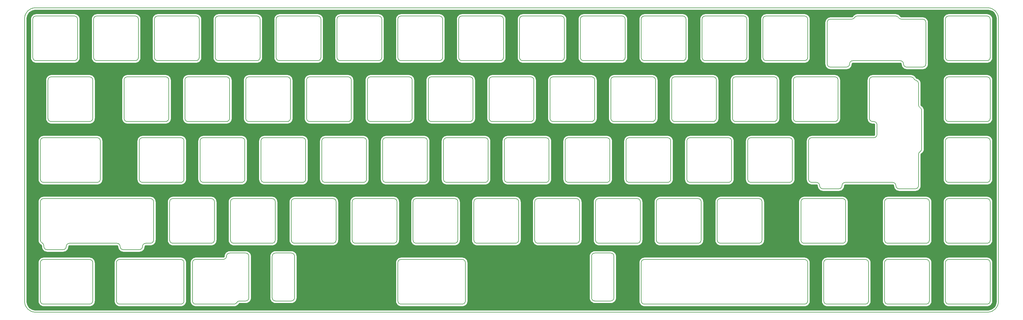
<source format=gbr>
%TF.GenerationSoftware,KiCad,Pcbnew,5.1.10-88a1d61d58~90~ubuntu21.04.1*%
%TF.CreationDate,2021-08-28T01:20:17+02:00*%
%TF.ProjectId,discipline-plate,64697363-6970-46c6-996e-652d706c6174,rev?*%
%TF.SameCoordinates,Original*%
%TF.FileFunction,Copper,L2,Bot*%
%TF.FilePolarity,Positive*%
%FSLAX46Y46*%
G04 Gerber Fmt 4.6, Leading zero omitted, Abs format (unit mm)*
G04 Created by KiCad (PCBNEW 5.1.10-88a1d61d58~90~ubuntu21.04.1) date 2021-08-28 01:20:17*
%MOMM*%
%LPD*%
G01*
G04 APERTURE LIST*
%TA.AperFunction,Profile*%
%ADD10C,0.200000*%
%TD*%
%TA.AperFunction,Profile*%
%ADD11C,0.150000*%
%TD*%
%TA.AperFunction,NonConductor*%
%ADD12C,0.254000*%
%TD*%
%TA.AperFunction,NonConductor*%
%ADD13C,0.150000*%
%TD*%
G04 APERTURE END LIST*
D10*
X297929300Y-163998400D02*
G75*
G02*
X298929300Y-164998400I0J-1000000D01*
G01*
X298929300Y-176998400D02*
G75*
G02*
X297929300Y-177998400I-1000000J0D01*
G01*
X298929300Y-164998400D02*
X298929300Y-176998400D01*
X246829300Y-164998400D02*
X246829300Y-176998400D01*
X247829300Y-177998400D02*
G75*
G02*
X246829300Y-176998400I0J1000000D01*
G01*
X247829300Y-163998400D02*
X297929300Y-163998400D01*
X247829300Y-177998400D02*
X297929300Y-177998400D01*
X120200325Y-177498400D02*
G75*
G02*
X119334300Y-177998400I-866025J500000D01*
G01*
X123978050Y-175998400D02*
X123978050Y-162998400D01*
X123978050Y-175998400D02*
G75*
G02*
X122978050Y-176998400I-1000000J0D01*
G01*
X107334300Y-177998400D02*
G75*
G02*
X106334300Y-176998400I0J1000000D01*
G01*
X116978050Y-162998400D02*
G75*
G02*
X117978050Y-161998400I1000000J0D01*
G01*
X103665550Y-176998400D02*
G75*
G02*
X102665550Y-177998400I-1000000J0D01*
G01*
X102665550Y-163998400D02*
G75*
G02*
X103665550Y-164998400I0J-1000000D01*
G01*
X103665550Y-164998400D02*
X103665550Y-176998400D01*
X82521800Y-164998400D02*
G75*
G02*
X83521800Y-163998400I1000000J0D01*
G01*
X83521800Y-177998400D02*
G75*
G02*
X82521800Y-176998400I0J1000000D01*
G01*
X122978050Y-161998400D02*
G75*
G02*
X123978050Y-162998400I0J-1000000D01*
G01*
X106334300Y-164998400D02*
X106334300Y-176998400D01*
X107334300Y-177998400D02*
X119334300Y-177998400D01*
X83521800Y-177998400D02*
X102665550Y-177998400D01*
X83521800Y-163998400D02*
X102665550Y-163998400D01*
X107334300Y-163998400D02*
X115978050Y-163998400D01*
X116978049Y-162998400D02*
X116978049Y-162998400D01*
X116978050Y-162998400D02*
G75*
G02*
X115978050Y-163998400I-1000000J0D01*
G01*
X106334300Y-164998400D02*
G75*
G02*
X107334300Y-163998400I1000000J0D01*
G01*
X122978050Y-161998400D02*
X117978050Y-161998400D01*
X120200325Y-177498400D02*
G75*
G02*
X121066350Y-176998400I866025J-500000D01*
G01*
X122978050Y-176998400D02*
X121066350Y-176998400D01*
X75090550Y-176998400D02*
G75*
G02*
X74090550Y-177998400I-1000000J0D01*
G01*
X75090550Y-164998400D02*
X75090550Y-176998400D01*
X58709300Y-164998400D02*
X58709300Y-176998400D01*
X82521800Y-164998400D02*
X82521800Y-176998400D01*
X59709300Y-163998400D02*
X74090550Y-163998400D01*
X59709300Y-177998400D02*
X74090550Y-177998400D01*
X74090550Y-163998400D02*
G75*
G02*
X75090550Y-164998400I0J-1000000D01*
G01*
X59709300Y-177998400D02*
G75*
G02*
X58709300Y-176998400I0J1000000D01*
G01*
X58709300Y-164998400D02*
G75*
G02*
X59709300Y-163998400I1000000J0D01*
G01*
X191769300Y-164998400D02*
X191769300Y-176998400D01*
X170629300Y-164998400D02*
G75*
G02*
X171629300Y-163998400I1000000J0D01*
G01*
X190769300Y-177998400D02*
X171629300Y-177998400D01*
X191769300Y-176998400D02*
G75*
G02*
X190769300Y-177998400I-1000000J0D01*
G01*
X171629300Y-177998400D02*
G75*
G02*
X170629300Y-176998400I0J1000000D01*
G01*
X171629300Y-163998400D02*
X190769300Y-163998400D01*
X190769300Y-163998400D02*
G75*
G02*
X191769300Y-164998400I0J-1000000D01*
G01*
X170629300Y-176998400D02*
X170629300Y-164998400D01*
X246829300Y-164998400D02*
G75*
G02*
X247829300Y-163998400I1000000J0D01*
G01*
X299216800Y-126898400D02*
G75*
G02*
X300216800Y-125898400I1000000J0D01*
G01*
X331266800Y-106848400D02*
X319266799Y-106848400D01*
X320648050Y-124898400D02*
X320648050Y-121848400D01*
X320648050Y-124898400D02*
G75*
G02*
X319648050Y-125898400I-1000000J0D01*
G01*
X319648050Y-120848400D02*
G75*
G02*
X320648050Y-121848400I0J-1000000D01*
G01*
X319266799Y-120848400D02*
G75*
G02*
X318266799Y-119848400I0J1000000D01*
G01*
X299216800Y-126898400D02*
X299216800Y-138898400D01*
X319266799Y-120848400D02*
X319648050Y-120848400D01*
X334648050Y-129373400D02*
X334648050Y-117373400D01*
X332167637Y-107414244D02*
G75*
G03*
X332858263Y-107957744I900838J434156D01*
G01*
X334148050Y-130239425D02*
G75*
G03*
X333648050Y-131105450I500000J-866025D01*
G01*
X300216800Y-139898400D02*
X301685050Y-139898400D01*
X300216800Y-125898400D02*
X319648050Y-125898400D01*
X333648050Y-140898400D02*
X333648050Y-131105450D01*
X327566004Y-141897090D02*
G75*
G02*
X326566003Y-140897089I0J1000001D01*
G01*
X334648050Y-129373400D02*
G75*
G02*
X334148050Y-130239425I-1000000J0D01*
G01*
X303689997Y-141898388D02*
G75*
G02*
X302685050Y-140898400I-4947J999988D01*
G01*
X333648050Y-140898400D02*
G75*
G02*
X332648050Y-141898400I-1000000J0D01*
G01*
X303689991Y-141897089D02*
X308689994Y-141897089D01*
X309689994Y-140897089D02*
G75*
G02*
X308689994Y-141897089I-1000000J0D01*
G01*
X300216800Y-139898400D02*
G75*
G02*
X299216800Y-138898400I0J1000000D01*
G01*
X332858263Y-107957744D02*
G75*
G02*
X333648050Y-108935400I-210213J-977656D01*
G01*
X318266799Y-107848400D02*
X318266799Y-119848400D01*
X326566003Y-140897089D02*
G75*
G03*
X325566003Y-139897089I-1000000J0D01*
G01*
X334148050Y-116507375D02*
G75*
G02*
X334648050Y-117373400I-500000J-866025D01*
G01*
X310689995Y-139897088D02*
G75*
G03*
X309689994Y-140897089I0J-1000001D01*
G01*
X302685050Y-140898400D02*
G75*
G03*
X301685050Y-139898400I-1000000J0D01*
G01*
X310689995Y-139897088D02*
X325566003Y-139897089D01*
X333648049Y-115641349D02*
G75*
G03*
X334148050Y-116507375I1000001J0D01*
G01*
X327566004Y-141897090D02*
X332648050Y-141898400D01*
X331266800Y-106848401D02*
G75*
G02*
X332167637Y-107414244I0J-999999D01*
G01*
X318266799Y-107848400D02*
G75*
G02*
X319266799Y-106848400I1000000J0D01*
G01*
X302685050Y-140898400D02*
X302685050Y-140898400D01*
X333648050Y-115641349D02*
X333648050Y-108935400D01*
X82673550Y-158948400D02*
G75*
G02*
X83673550Y-159948400I0J-1000000D01*
G01*
X59797549Y-159948400D02*
X59797549Y-159727846D01*
X66797550Y-159948400D02*
G75*
G02*
X67797550Y-158948400I1000000J0D01*
G01*
X59710550Y-144948400D02*
X93141800Y-144948400D01*
X84673550Y-160948400D02*
G75*
G02*
X83673550Y-159948400I0J1000000D01*
G01*
X94141800Y-157948400D02*
G75*
G02*
X93141800Y-158948400I-1000000J0D01*
G01*
X60797549Y-160948399D02*
X65797550Y-160948399D01*
X66797550Y-159948400D02*
G75*
G02*
X65797550Y-160948400I-1000000J0D01*
G01*
X58710550Y-145948399D02*
X58710550Y-157948400D01*
X83673550Y-159948400D02*
X83673550Y-159948400D01*
X59254050Y-158838123D02*
G75*
G02*
X59797550Y-159727846I-456500J-889723D01*
G01*
X94141800Y-145948399D02*
X94141800Y-157948400D01*
X66797550Y-159948400D02*
X66797550Y-159948400D01*
X58710550Y-145948399D02*
G75*
G02*
X59710550Y-144948399I1000000J0D01*
G01*
X90673550Y-159948400D02*
G75*
G02*
X89673550Y-160948400I-1000000J0D01*
G01*
X90673550Y-159948400D02*
G75*
G02*
X91673550Y-158948400I1000000J0D01*
G01*
X67797550Y-158948399D02*
X82673550Y-158948399D01*
X93141800Y-144948399D02*
G75*
G02*
X94141800Y-145948399I0J-1000000D01*
G01*
X90673550Y-159948400D02*
X90673550Y-159948400D01*
X84673550Y-160948399D02*
X89673550Y-160948399D01*
X91673550Y-158948399D02*
X93141800Y-158948399D01*
X60797549Y-160948400D02*
G75*
G02*
X59797549Y-159948400I0J1000000D01*
G01*
X59254050Y-158838123D02*
G75*
G02*
X58710550Y-157948400I456500J889723D01*
G01*
X356079300Y-119848400D02*
G75*
G02*
X355079300Y-120848400I-1000000J0D01*
G01*
X356079300Y-100798400D02*
G75*
G02*
X355079300Y-101798400I-1000000J0D01*
G01*
X160816800Y-138898400D02*
G75*
G02*
X159816800Y-139898400I-1000000J0D01*
G01*
X155054300Y-106848400D02*
G75*
G02*
X156054300Y-107848400I0J-1000000D01*
G01*
X137273050Y-161998400D02*
G75*
G02*
X138273050Y-162998400I0J-1000000D01*
G01*
X284929300Y-88798400D02*
G75*
G02*
X285929300Y-87798400I1000000J0D01*
G01*
X132273050Y-161998400D02*
X137273050Y-161998400D01*
X75379300Y-100798400D02*
X75379300Y-88798400D01*
X307454300Y-120848400D02*
X295454300Y-120848400D01*
X131273050Y-175998400D02*
X131273050Y-162998400D01*
X138273050Y-162998400D02*
X138273050Y-175998400D01*
X100191800Y-158948400D02*
G75*
G02*
X99191800Y-157948400I0J1000000D01*
G01*
X112191800Y-158948400D02*
X100191800Y-158948400D01*
X221729300Y-101798400D02*
X209729300Y-101798400D01*
X131273050Y-162998400D02*
G75*
G02*
X132273050Y-161998400I1000000J0D01*
G01*
X146529300Y-88798400D02*
X146529300Y-100798400D01*
X231254300Y-106848400D02*
G75*
G02*
X232254300Y-107848400I0J-1000000D01*
G01*
X132529300Y-88798400D02*
G75*
G02*
X133529300Y-87798400I1000000J0D01*
G01*
X89379300Y-88798400D02*
X89379300Y-100798400D01*
X128766800Y-125898400D02*
X140766800Y-125898400D01*
X143054300Y-106848400D02*
X155054300Y-106848400D01*
X62091800Y-106848400D02*
X74091800Y-106848400D01*
X140766800Y-125898400D02*
G75*
G02*
X141766800Y-126898400I0J-1000000D01*
G01*
X356079300Y-145948400D02*
X356079300Y-157948400D01*
X127766800Y-126898400D02*
G75*
G02*
X128766800Y-125898400I1000000J0D01*
G01*
X232254300Y-107848400D02*
X232254300Y-119848400D01*
X245541800Y-158948400D02*
X233541800Y-158948400D01*
X355079300Y-139898400D02*
X343079300Y-139898400D01*
X236016800Y-139898400D02*
X224016800Y-139898400D01*
X356079300Y-88798400D02*
X356079300Y-100798400D01*
X137291800Y-145948400D02*
G75*
G02*
X138291800Y-144948400I1000000J0D01*
G01*
X255066800Y-139898400D02*
X243066800Y-139898400D01*
X343079300Y-101798400D02*
G75*
G02*
X342079300Y-100798400I0J1000000D01*
G01*
X137273050Y-176998400D02*
X132273050Y-176998400D01*
X137291800Y-157948400D02*
X137291800Y-145948400D01*
X256066800Y-126898400D02*
X256066800Y-138898400D01*
X337029300Y-145948400D02*
X337029300Y-157948400D01*
X119241800Y-158948400D02*
G75*
G02*
X118241800Y-157948400I0J1000000D01*
G01*
X56329300Y-88798400D02*
G75*
G02*
X57329300Y-87798400I1000000J0D01*
G01*
X335942300Y-102798400D02*
G75*
G02*
X334942300Y-103798400I-1000000J0D01*
G01*
X342079300Y-138898400D02*
X342079300Y-126898400D01*
X231279300Y-175998400D02*
X231279300Y-162998400D01*
X150291799Y-158948400D02*
X138291800Y-158948400D01*
X197916800Y-139898400D02*
X185916800Y-139898400D01*
X203966800Y-138898400D02*
X203966800Y-126898400D01*
X138291800Y-158948400D02*
G75*
G02*
X137291800Y-157948400I0J1000000D01*
G01*
X124004300Y-120848400D02*
G75*
G02*
X123004300Y-119848400I0J1000000D01*
G01*
X76379300Y-87798400D02*
X88379300Y-87798400D01*
X104954300Y-120848400D02*
G75*
G02*
X103954300Y-119848400I0J1000000D01*
G01*
X285929300Y-101798400D02*
G75*
G02*
X284929300Y-100798400I0J1000000D01*
G01*
X243066800Y-139898400D02*
G75*
G02*
X242066800Y-138898400I0J1000000D01*
G01*
X343079300Y-158948400D02*
G75*
G02*
X342079300Y-157948400I0J1000000D01*
G01*
X309835550Y-144948400D02*
G75*
G02*
X310835550Y-145948400I0J-1000000D01*
G01*
X117954300Y-107848400D02*
X117954300Y-119848400D01*
X175391800Y-145948400D02*
G75*
G02*
X176391800Y-144948400I1000000J0D01*
G01*
X342079300Y-100798400D02*
X342079300Y-88798400D01*
X114479299Y-87798400D02*
X126479300Y-87798400D01*
X342079300Y-88798400D02*
G75*
G02*
X343079300Y-87798400I1000000J0D01*
G01*
X75379300Y-88798400D02*
G75*
G02*
X76379300Y-87798400I1000000J0D01*
G01*
X238304300Y-120848400D02*
G75*
G02*
X237304300Y-119848400I0J1000000D01*
G01*
X126479300Y-87798400D02*
G75*
G02*
X127479300Y-88798400I0J-1000000D01*
G01*
X243066800Y-125898400D02*
X255066800Y-125898400D01*
X133529300Y-87798400D02*
X145529300Y-87798400D01*
X175391800Y-157948400D02*
X175391800Y-145948400D01*
X132241800Y-145948400D02*
X132241800Y-157948400D01*
X311066300Y-103798400D02*
X306066300Y-103798400D01*
X145529300Y-87798400D02*
G75*
G02*
X146529300Y-88798400I0J-1000000D01*
G01*
X145529300Y-101798400D02*
X133529300Y-101798400D01*
X127479300Y-100798400D02*
G75*
G02*
X126479300Y-101798400I-1000000J0D01*
G01*
X326504300Y-87798400D02*
G75*
G02*
X327370325Y-88298400I0J-1000000D01*
G01*
X327942300Y-101798400D02*
G75*
G02*
X328942300Y-102798400I0J-1000000D01*
G01*
X305066300Y-89798400D02*
G75*
G02*
X306066300Y-88798400I1000000J0D01*
G01*
X355079300Y-144948400D02*
G75*
G02*
X356079300Y-145948400I0J-1000000D01*
G01*
X223016800Y-138898400D02*
X223016800Y-126898400D01*
X237279300Y-176998400D02*
X232279300Y-176998400D01*
X216966800Y-139898400D02*
X204966800Y-139898400D01*
X185916800Y-125898400D02*
X197916800Y-125898400D01*
X127479299Y-88798400D02*
X127479300Y-100798400D01*
X126479300Y-101798400D02*
X114479299Y-101798400D01*
X119241800Y-144948400D02*
X131241800Y-144948400D01*
X296835550Y-157948400D02*
X296835550Y-145948400D01*
X296835550Y-145948400D02*
G75*
G02*
X297835550Y-144948400I1000000J0D01*
G01*
X342079300Y-126898400D02*
G75*
G02*
X343079300Y-125898400I1000000J0D01*
G01*
X70329299Y-88798400D02*
X70329300Y-100798400D01*
X281166800Y-139898400D02*
G75*
G02*
X280166800Y-138898400I0J1000000D01*
G01*
X103954300Y-107848400D02*
G75*
G02*
X104954300Y-106848400I1000000J0D01*
G01*
X219254300Y-106848400D02*
X231254300Y-106848400D01*
X208441800Y-157948400D02*
G75*
G02*
X207441800Y-158948400I-1000000J0D01*
G01*
X76473050Y-139898400D02*
X59710550Y-139898400D01*
X123004300Y-107848400D02*
G75*
G02*
X124004300Y-106848400I1000000J0D01*
G01*
X147816800Y-139898400D02*
G75*
G02*
X146816800Y-138898400I0J1000000D01*
G01*
X257354300Y-120848400D02*
G75*
G02*
X256354300Y-119848400I0J1000000D01*
G01*
X122716800Y-138898400D02*
G75*
G02*
X121716800Y-139898400I-1000000J0D01*
G01*
X142054300Y-107848400D02*
G75*
G02*
X143054300Y-106848400I1000000J0D01*
G01*
X159816800Y-125898400D02*
G75*
G02*
X160816800Y-126898400I0J-1000000D01*
G01*
X251304300Y-119848400D02*
G75*
G02*
X250304300Y-120848400I-1000000J0D01*
G01*
X274116800Y-139898400D02*
X262116800Y-139898400D01*
X100191800Y-144948400D02*
X112191800Y-144948400D01*
X85904300Y-120848400D02*
G75*
G02*
X84904300Y-119848400I0J1000000D01*
G01*
X308454300Y-119848400D02*
G75*
G02*
X307454300Y-120848400I-1000000J0D01*
G01*
X214491800Y-144948400D02*
X226491800Y-144948400D01*
X262116800Y-125898400D02*
X274116800Y-125898400D01*
X75091800Y-119848400D02*
G75*
G02*
X74091800Y-120848400I-1000000J0D01*
G01*
X193154300Y-106848400D02*
G75*
G02*
X194154300Y-107848400I0J-1000000D01*
G01*
X108716800Y-138898400D02*
X108716800Y-126898400D01*
X256354300Y-119848400D02*
X256354300Y-107848400D01*
X227779300Y-88798400D02*
G75*
G02*
X228779300Y-87798400I1000000J0D01*
G01*
X250304300Y-106848400D02*
G75*
G02*
X251304300Y-107848400I0J-1000000D01*
G01*
X61091800Y-107848400D02*
G75*
G02*
X62091800Y-106848400I1000000J0D01*
G01*
X109716800Y-139898400D02*
G75*
G02*
X108716800Y-138898400I0J1000000D01*
G01*
X89379300Y-100798400D02*
G75*
G02*
X88379300Y-101798400I-1000000J0D01*
G01*
X151579300Y-100798400D02*
X151579300Y-88798400D01*
X88379300Y-101798400D02*
X76379300Y-101798400D01*
X190679300Y-101798400D02*
G75*
G02*
X189679300Y-100798400I0J1000000D01*
G01*
X281166800Y-125898400D02*
X293166800Y-125898400D01*
X323029300Y-176998400D02*
X323029300Y-164998400D01*
X260829300Y-88798400D02*
X260829300Y-100798400D01*
X208441800Y-145948400D02*
X208441800Y-157948400D01*
X121716800Y-139898400D02*
X109716800Y-139898400D01*
X209729300Y-101798400D02*
G75*
G02*
X208729300Y-100798400I0J1000000D01*
G01*
X279879300Y-88798400D02*
X279879300Y-100798400D01*
X183629299Y-87798400D02*
G75*
G02*
X184629299Y-88798400I0J-1000000D01*
G01*
X269354300Y-106848400D02*
G75*
G02*
X270354300Y-107848400I0J-1000000D01*
G01*
X316979300Y-177998400D02*
X304979300Y-177998400D01*
X237304300Y-119848400D02*
X237304300Y-107848400D01*
X95429300Y-101798400D02*
G75*
G02*
X94429300Y-100798400I0J1000000D01*
G01*
X297929300Y-87798400D02*
G75*
G02*
X298929300Y-88798400I0J-1000000D01*
G01*
X141766800Y-126898400D02*
X141766800Y-138898400D01*
X232254300Y-119848400D02*
G75*
G02*
X231254300Y-120848400I-1000000J0D01*
G01*
X227491800Y-157948400D02*
G75*
G02*
X226491800Y-158948400I-1000000J0D01*
G01*
X232541800Y-157948400D02*
X232541800Y-145948400D01*
X169341800Y-144948400D02*
G75*
G02*
X170341800Y-145948400I0J-1000000D01*
G01*
X270641800Y-145948400D02*
G75*
G02*
X271641800Y-144948400I1000000J0D01*
G01*
X76379300Y-101798400D02*
G75*
G02*
X75379300Y-100798400I0J1000000D01*
G01*
X270641800Y-157948400D02*
X270641800Y-145948400D01*
X189391800Y-157948400D02*
G75*
G02*
X188391800Y-158948400I-1000000J0D01*
G01*
X227491800Y-145948400D02*
X227491800Y-157948400D01*
X132273050Y-176998400D02*
G75*
G02*
X131273050Y-175998400I0J1000000D01*
G01*
X62091800Y-120848400D02*
G75*
G02*
X61091800Y-119848400I0J1000000D01*
G01*
X342079300Y-107848400D02*
G75*
G02*
X343079300Y-106848400I1000000J0D01*
G01*
X137004300Y-119848400D02*
G75*
G02*
X136004300Y-120848400I-1000000J0D01*
G01*
X342079300Y-164998400D02*
G75*
G02*
X343079300Y-163998400I1000000J0D01*
G01*
X336029300Y-163998400D02*
G75*
G02*
X337029300Y-164998400I0J-1000000D01*
G01*
X99191800Y-157948400D02*
X99191800Y-145948400D01*
X156341800Y-157948400D02*
X156341800Y-145948400D01*
X240779300Y-101798400D02*
X228779300Y-101798400D01*
X188391800Y-144948400D02*
G75*
G02*
X189391800Y-145948400I0J-1000000D01*
G01*
X203679300Y-100798400D02*
G75*
G02*
X202679300Y-101798400I-1000000J0D01*
G01*
X251591800Y-157948400D02*
X251591800Y-145948400D01*
X264591800Y-158948400D02*
X252591800Y-158948400D01*
X356079300Y-176998400D02*
G75*
G02*
X355079300Y-177998400I-1000000J0D01*
G01*
X275116800Y-126898400D02*
X275116800Y-138898400D01*
X232541800Y-145948400D02*
G75*
G02*
X233541800Y-144948400I1000000J0D01*
G01*
X307454300Y-106848400D02*
G75*
G02*
X308454300Y-107848400I0J-1000000D01*
G01*
X58710550Y-126898400D02*
G75*
G02*
X59710550Y-125898400I1000000J0D01*
G01*
X157341800Y-144948400D02*
X169341800Y-144948400D01*
X336029300Y-177998400D02*
X324029300Y-177998400D01*
X342079300Y-119848400D02*
X342079300Y-107848400D01*
X250304300Y-120848400D02*
X238304300Y-120848400D01*
X257354300Y-106848400D02*
X269354300Y-106848400D01*
X136004300Y-120848400D02*
X124004300Y-120848400D01*
X275116800Y-138898400D02*
G75*
G02*
X274116800Y-139898400I-1000000J0D01*
G01*
X156054300Y-107848400D02*
X156054300Y-119848400D01*
X138273050Y-175998400D02*
G75*
G02*
X137273050Y-176998400I-1000000J0D01*
G01*
X212204300Y-120848400D02*
X200204300Y-120848400D01*
X165866800Y-138898400D02*
X165866800Y-126898400D01*
X280166800Y-138898400D02*
X280166800Y-126898400D01*
X95429300Y-87798400D02*
X107429300Y-87798400D01*
X222729300Y-88798400D02*
X222729300Y-100798400D01*
X271641800Y-158948400D02*
G75*
G02*
X270641800Y-157948400I0J1000000D01*
G01*
X107429300Y-87798400D02*
G75*
G02*
X108429300Y-88798400I0J-1000000D01*
G01*
X293166800Y-125898400D02*
G75*
G02*
X294166800Y-126898400I0J-1000000D01*
G01*
X179866800Y-138898400D02*
G75*
G02*
X178866800Y-139898400I-1000000J0D01*
G01*
X246541800Y-145948400D02*
X246541800Y-157948400D01*
X303979300Y-164998400D02*
G75*
G02*
X304979300Y-163998400I1000000J0D01*
G01*
X165579300Y-88798400D02*
X165579300Y-100798400D01*
X61091800Y-119848400D02*
X61091800Y-107848400D01*
X256354300Y-107848400D02*
G75*
G02*
X257354300Y-106848400I1000000J0D01*
G01*
X213491800Y-157948400D02*
X213491800Y-145948400D01*
X194441800Y-145948400D02*
G75*
G02*
X195441800Y-144948400I1000000J0D01*
G01*
X146816800Y-126898400D02*
G75*
G02*
X147816800Y-125898400I1000000J0D01*
G01*
X233541800Y-158948400D02*
G75*
G02*
X232541800Y-157948400I0J1000000D01*
G01*
X176391800Y-144948400D02*
X188391800Y-144948400D01*
X209729300Y-87798400D02*
X221729300Y-87798400D01*
X127766800Y-138898400D02*
X127766800Y-126898400D01*
X194154300Y-119848400D02*
G75*
G02*
X193154300Y-120848400I-1000000J0D01*
G01*
X356079300Y-164998400D02*
X356079300Y-176998400D01*
X178866800Y-139898400D02*
X166866800Y-139898400D01*
X102666800Y-139898400D02*
X90666800Y-139898400D01*
X356079300Y-107848400D02*
X356079300Y-119848400D01*
X94429300Y-88798400D02*
G75*
G02*
X95429300Y-87798400I1000000J0D01*
G01*
X113191800Y-145948400D02*
X113191800Y-157948400D01*
X355079300Y-106848400D02*
G75*
G02*
X356079300Y-107848400I0J-1000000D01*
G01*
X156341800Y-145948400D02*
G75*
G02*
X157341800Y-144948400I1000000J0D01*
G01*
X98904300Y-119848400D02*
G75*
G02*
X97904300Y-120848400I-1000000J0D01*
G01*
X228779300Y-101798400D02*
G75*
G02*
X227779300Y-100798400I0J1000000D01*
G01*
X246541800Y-157948400D02*
G75*
G02*
X245541800Y-158948400I-1000000J0D01*
G01*
X170341800Y-145948400D02*
X170341800Y-157948400D01*
X259829300Y-87798400D02*
G75*
G02*
X260829300Y-88798400I0J-1000000D01*
G01*
X304979300Y-177998400D02*
G75*
G02*
X303979300Y-176998400I0J1000000D01*
G01*
X102666800Y-125898400D02*
G75*
G02*
X103666800Y-126898400I0J-1000000D01*
G01*
X103666800Y-138898400D02*
G75*
G02*
X102666800Y-139898400I-1000000J0D01*
G01*
X343079300Y-177998400D02*
G75*
G02*
X342079300Y-176998400I0J1000000D01*
G01*
X74091800Y-120848400D02*
X62091800Y-120848400D01*
X140766800Y-139898400D02*
X128766800Y-139898400D01*
X343079300Y-163998400D02*
X355079300Y-163998400D01*
X109716800Y-125898400D02*
X121716800Y-125898400D01*
X77473050Y-126898400D02*
X77473050Y-138898400D01*
X165866800Y-126898400D02*
G75*
G02*
X166866800Y-125898400I1000000J0D01*
G01*
X162104300Y-106848400D02*
X174104300Y-106848400D01*
X85904300Y-106848400D02*
X97904300Y-106848400D01*
X89666800Y-126898400D02*
G75*
G02*
X90666800Y-125898400I1000000J0D01*
G01*
X199204300Y-107848400D02*
G75*
G02*
X200204300Y-106848400I1000000J0D01*
G01*
X112191800Y-144948400D02*
G75*
G02*
X113191800Y-145948400I0J-1000000D01*
G01*
X84904300Y-107848400D02*
G75*
G02*
X85904300Y-106848400I1000000J0D01*
G01*
X285929300Y-87798400D02*
X297929300Y-87798400D01*
X226491800Y-158948400D02*
X214491800Y-158948400D01*
X174104300Y-120848400D02*
X162104300Y-120848400D01*
X113191800Y-157948400D02*
G75*
G02*
X112191800Y-158948400I-1000000J0D01*
G01*
X337029300Y-164998400D02*
X337029300Y-176998400D01*
X189679300Y-88798400D02*
G75*
G02*
X190679300Y-87798400I1000000J0D01*
G01*
X189391800Y-145948400D02*
X189391800Y-157948400D01*
X245541800Y-144948400D02*
G75*
G02*
X246541800Y-145948400I0J-1000000D01*
G01*
X59710550Y-125898400D02*
X76473050Y-125898400D01*
X298929300Y-88798400D02*
X298929300Y-100798400D01*
X293166800Y-139898400D02*
X281166800Y-139898400D01*
X157341800Y-158948400D02*
G75*
G02*
X156341800Y-157948400I0J1000000D01*
G01*
X174104300Y-106848400D02*
G75*
G02*
X175104300Y-107848400I0J-1000000D01*
G01*
X108716800Y-126898400D02*
G75*
G02*
X109716800Y-125898400I1000000J0D01*
G01*
X179866800Y-126898400D02*
X179866800Y-138898400D01*
X77473050Y-138898400D02*
G75*
G02*
X76473050Y-139898400I-1000000J0D01*
G01*
X200204300Y-120848400D02*
G75*
G02*
X199204300Y-119848400I0J1000000D01*
G01*
X213491800Y-145948400D02*
G75*
G02*
X214491800Y-144948400I1000000J0D01*
G01*
X219254300Y-120848400D02*
G75*
G02*
X218254300Y-119848400I0J1000000D01*
G01*
X278879300Y-87798400D02*
G75*
G02*
X279879300Y-88798400I0J-1000000D01*
G01*
X74091800Y-106848400D02*
G75*
G02*
X75091800Y-107848400I0J-1000000D01*
G01*
X190679300Y-87798400D02*
X202679300Y-87798400D01*
X89666800Y-138898400D02*
X89666800Y-126898400D01*
X317979300Y-164998400D02*
X317979300Y-176998400D01*
X238304300Y-106848400D02*
X250304300Y-106848400D01*
X84904300Y-119848400D02*
X84904300Y-107848400D01*
X195441800Y-158948400D02*
G75*
G02*
X194441800Y-157948400I0J1000000D01*
G01*
X262116800Y-139898400D02*
G75*
G02*
X261116800Y-138898400I0J1000000D01*
G01*
X233541800Y-144948400D02*
X245541800Y-144948400D01*
X270354300Y-119848400D02*
G75*
G02*
X269354300Y-120848400I-1000000J0D01*
G01*
X98904300Y-107848400D02*
X98904300Y-119848400D01*
X280166800Y-126898400D02*
G75*
G02*
X281166800Y-125898400I1000000J0D01*
G01*
X123004300Y-119848400D02*
X123004300Y-107848400D01*
X189679300Y-100798400D02*
X189679300Y-88798400D01*
X294454300Y-107848400D02*
G75*
G02*
X295454300Y-106848400I1000000J0D01*
G01*
X261116800Y-138898400D02*
X261116800Y-126898400D01*
X226491800Y-144948400D02*
G75*
G02*
X227491800Y-145948400I0J-1000000D01*
G01*
X241779300Y-88798400D02*
X241779300Y-100798400D01*
X317979300Y-176998400D02*
G75*
G02*
X316979300Y-177998400I-1000000J0D01*
G01*
X259829300Y-101798400D02*
X247829300Y-101798400D01*
X265591800Y-157948400D02*
G75*
G02*
X264591800Y-158948400I-1000000J0D01*
G01*
X107429300Y-101798400D02*
X95429300Y-101798400D01*
X207441800Y-144948400D02*
G75*
G02*
X208441800Y-145948400I0J-1000000D01*
G01*
X283641800Y-158948400D02*
X271641800Y-158948400D01*
X252591800Y-158948400D02*
G75*
G02*
X251591800Y-157948400I0J1000000D01*
G01*
X294166800Y-126898400D02*
X294166800Y-138898400D01*
X208729300Y-88798400D02*
G75*
G02*
X209729300Y-87798400I1000000J0D01*
G01*
X247829300Y-101798400D02*
G75*
G02*
X246829300Y-100798400I0J1000000D01*
G01*
X103666800Y-126898400D02*
X103666800Y-138898400D01*
X169341800Y-158948400D02*
X157341800Y-158948400D01*
X269354300Y-120848400D02*
X257354300Y-120848400D01*
X284641800Y-157948400D02*
G75*
G02*
X283641800Y-158948400I-1000000J0D01*
G01*
X161104300Y-107848400D02*
G75*
G02*
X162104300Y-106848400I1000000J0D01*
G01*
X108429300Y-88798400D02*
X108429300Y-100798400D01*
X136004300Y-106848400D02*
G75*
G02*
X137004300Y-107848400I0J-1000000D01*
G01*
X208729300Y-100798400D02*
X208729300Y-88798400D01*
X178866800Y-125898400D02*
G75*
G02*
X179866800Y-126898400I0J-1000000D01*
G01*
X343079300Y-106848400D02*
X355079300Y-106848400D01*
X294454300Y-119848400D02*
X294454300Y-107848400D01*
X97904300Y-106848400D02*
G75*
G02*
X98904300Y-107848400I0J-1000000D01*
G01*
X199204300Y-119848400D02*
X199204300Y-107848400D01*
X270354300Y-107848400D02*
X270354300Y-119848400D01*
X170341800Y-157948400D02*
G75*
G02*
X169341800Y-158948400I-1000000J0D01*
G01*
X75091800Y-107848400D02*
X75091800Y-119848400D01*
X246829300Y-88798400D02*
G75*
G02*
X247829300Y-87798400I1000000J0D01*
G01*
X166866800Y-125898400D02*
X178866800Y-125898400D01*
X203679300Y-88798400D02*
X203679300Y-100798400D01*
X146816800Y-138898400D02*
X146816800Y-126898400D01*
X124004300Y-106848400D02*
X136004300Y-106848400D01*
X181154300Y-120848400D02*
G75*
G02*
X180154300Y-119848400I0J1000000D01*
G01*
X227779300Y-100798400D02*
X227779300Y-88798400D01*
X76473050Y-125898400D02*
G75*
G02*
X77473050Y-126898400I0J-1000000D01*
G01*
X152579300Y-87798400D02*
X164579300Y-87798400D01*
X212204300Y-106848400D02*
G75*
G02*
X213204300Y-107848400I0J-1000000D01*
G01*
X90666800Y-125898400D02*
X102666800Y-125898400D01*
X99191800Y-145948400D02*
G75*
G02*
X100191800Y-144948400I1000000J0D01*
G01*
X161104300Y-119848400D02*
X161104300Y-107848400D01*
X121716800Y-125898400D02*
G75*
G02*
X122716800Y-126898400I0J-1000000D01*
G01*
X241779300Y-100798400D02*
G75*
G02*
X240779300Y-101798400I-1000000J0D01*
G01*
X240779300Y-87798400D02*
G75*
G02*
X241779300Y-88798400I0J-1000000D01*
G01*
X151579300Y-88798400D02*
G75*
G02*
X152579300Y-87798400I1000000J0D01*
G01*
X176391800Y-158948400D02*
G75*
G02*
X175391800Y-157948400I0J1000000D01*
G01*
X108429300Y-100798400D02*
G75*
G02*
X107429300Y-101798400I-1000000J0D01*
G01*
X213204300Y-119848400D02*
G75*
G02*
X212204300Y-120848400I-1000000J0D01*
G01*
X261116800Y-126898400D02*
G75*
G02*
X262116800Y-125898400I1000000J0D01*
G01*
X295454300Y-120848400D02*
G75*
G02*
X294454300Y-119848400I0J1000000D01*
G01*
X343079300Y-120848400D02*
G75*
G02*
X342079300Y-119848400I0J1000000D01*
G01*
X166866800Y-139898400D02*
G75*
G02*
X165866800Y-138898400I0J1000000D01*
G01*
X218254300Y-119848400D02*
X218254300Y-107848400D01*
X284641800Y-145948400D02*
X284641800Y-157948400D01*
X164579300Y-101798400D02*
X152579300Y-101798400D01*
X304979300Y-163998400D02*
X316979300Y-163998400D01*
X355079300Y-177998400D02*
X343079300Y-177998400D01*
X252591800Y-144948400D02*
X264591800Y-144948400D01*
X159816800Y-139898400D02*
X147816800Y-139898400D01*
X122716800Y-126898400D02*
X122716800Y-138898400D01*
X180154300Y-119848400D02*
X180154300Y-107848400D01*
X195441800Y-144948400D02*
X207441800Y-144948400D01*
X294166800Y-138898400D02*
G75*
G02*
X293166800Y-139898400I-1000000J0D01*
G01*
X160816800Y-126898400D02*
X160816800Y-138898400D01*
X247829300Y-87798400D02*
X259829300Y-87798400D01*
X324029300Y-163998400D02*
X336029300Y-163998400D01*
X207441800Y-158948400D02*
X195441800Y-158948400D01*
X155054300Y-120848400D02*
X143054300Y-120848400D01*
X165579300Y-100798400D02*
G75*
G02*
X164579300Y-101798400I-1000000J0D01*
G01*
X295454300Y-106848400D02*
X307454300Y-106848400D01*
X188391800Y-158948400D02*
X176391800Y-158948400D01*
X175104300Y-107848400D02*
X175104300Y-119848400D01*
X308454300Y-107848400D02*
X308454300Y-119848400D01*
X152579300Y-101798400D02*
G75*
G02*
X151579300Y-100798400I0J1000000D01*
G01*
X355079300Y-163998400D02*
G75*
G02*
X356079300Y-164998400I0J-1000000D01*
G01*
X202679300Y-87798400D02*
G75*
G02*
X203679300Y-88798400I0J-1000000D01*
G01*
X58710550Y-138898400D02*
X58710550Y-126898400D01*
X59710550Y-139898400D02*
G75*
G02*
X58710550Y-138898400I0J1000000D01*
G01*
X132529300Y-100798400D02*
X132529300Y-88798400D01*
X180154300Y-107848400D02*
G75*
G02*
X181154300Y-106848400I1000000J0D01*
G01*
X275404300Y-119848400D02*
X275404300Y-107848400D01*
X133529300Y-101798400D02*
G75*
G02*
X132529300Y-100798400I0J1000000D01*
G01*
X69329300Y-101798400D02*
X57329300Y-101798400D01*
X276404300Y-120848400D02*
G75*
G02*
X275404300Y-119848400I0J1000000D01*
G01*
X342079300Y-157948400D02*
X342079300Y-145948400D01*
X138291800Y-144948400D02*
X150291799Y-144948400D01*
X231279300Y-162998400D02*
G75*
G02*
X232279300Y-161998400I1000000J0D01*
G01*
X310835550Y-145948400D02*
X310835550Y-157948400D01*
X198916800Y-138898400D02*
G75*
G02*
X197916800Y-139898400I-1000000J0D01*
G01*
X113479299Y-88798400D02*
G75*
G02*
X114479299Y-87798400I1000000J0D01*
G01*
X237304300Y-107848400D02*
G75*
G02*
X238304300Y-106848400I1000000J0D01*
G01*
X69329300Y-87798401D02*
G75*
G02*
X70329299Y-88798400I0J-999999D01*
G01*
X312066300Y-102798400D02*
G75*
G02*
X313066300Y-101798400I1000000J0D01*
G01*
X194154300Y-107848400D02*
X194154300Y-119848400D01*
X355079300Y-125898400D02*
G75*
G02*
X356079300Y-126898400I0J-1000000D01*
G01*
X310835550Y-157948400D02*
G75*
G02*
X309835550Y-158948400I-1000000J0D01*
G01*
X306066300Y-88798400D02*
X312772249Y-88798400D01*
X305066300Y-102798400D02*
X305066300Y-89798400D01*
X313638275Y-88298400D02*
G75*
G02*
X314504300Y-87798400I866025J-500000D01*
G01*
X197916800Y-125898400D02*
G75*
G02*
X198916800Y-126898400I0J-1000000D01*
G01*
X143054300Y-120848400D02*
G75*
G02*
X142054300Y-119848400I0J1000000D01*
G01*
X323029300Y-157948400D02*
X323029300Y-145948400D01*
X336029300Y-158948400D02*
X324029300Y-158948400D01*
X150291799Y-144948400D02*
G75*
G02*
X151291799Y-145948400I0J-1000000D01*
G01*
X343079300Y-125898400D02*
X355079300Y-125898400D01*
X271641800Y-144948400D02*
X283641800Y-144948400D01*
X298929300Y-100798400D02*
G75*
G02*
X297929300Y-101798400I-1000000J0D01*
G01*
X116954300Y-106848400D02*
G75*
G02*
X117954300Y-107848400I0J-1000000D01*
G01*
X231254300Y-120848400D02*
X219254300Y-120848400D01*
X224016800Y-139898400D02*
G75*
G02*
X223016800Y-138898400I0J1000000D01*
G01*
X217966800Y-126898400D02*
X217966800Y-138898400D01*
X116954300Y-120848400D02*
X104954300Y-120848400D01*
X288404300Y-120848400D02*
X276404300Y-120848400D01*
X266879300Y-101798400D02*
G75*
G02*
X265879300Y-100798400I0J1000000D01*
G01*
X343079300Y-139898400D02*
G75*
G02*
X342079300Y-138898400I0J1000000D01*
G01*
X265879300Y-88798400D02*
G75*
G02*
X266879300Y-87798400I1000000J0D01*
G01*
X265879300Y-100798400D02*
X265879300Y-88798400D01*
X356079300Y-138898400D02*
G75*
G02*
X355079300Y-139898400I-1000000J0D01*
G01*
X237279300Y-161998400D02*
G75*
G02*
X238279300Y-162998400I0J-1000000D01*
G01*
X297929300Y-101798400D02*
X285929300Y-101798400D01*
X264591800Y-144948400D02*
G75*
G02*
X265591800Y-145948400I0J-1000000D01*
G01*
X314504300Y-87798400D02*
X326504299Y-87798400D01*
X223016800Y-126898400D02*
G75*
G02*
X224016800Y-125898400I1000000J0D01*
G01*
X328236350Y-88798400D02*
X334942300Y-88798400D01*
X324029300Y-158948400D02*
G75*
G02*
X323029300Y-157948400I0J1000000D01*
G01*
X313638274Y-88298400D02*
G75*
G02*
X312772249Y-88798400I-866025J500000D01*
G01*
X312066300Y-102798400D02*
G75*
G02*
X311066300Y-103798400I-1000000J0D01*
G01*
X184629299Y-100798400D02*
G75*
G02*
X183629299Y-101798400I-1000000J0D01*
G01*
X156054300Y-119848400D02*
G75*
G02*
X155054300Y-120848400I-1000000J0D01*
G01*
X104954300Y-106848400D02*
X116954300Y-106848400D01*
X316979300Y-163998400D02*
G75*
G02*
X317979300Y-164998400I0J-1000000D01*
G01*
X118241800Y-145948400D02*
G75*
G02*
X119241800Y-144948400I1000000J0D01*
G01*
X323029300Y-145948400D02*
G75*
G02*
X324029300Y-144948400I1000000J0D01*
G01*
X337029300Y-157948400D02*
G75*
G02*
X336029300Y-158948400I-1000000J0D01*
G01*
X329942300Y-103798400D02*
G75*
G02*
X328942300Y-102798400I0J1000000D01*
G01*
X297835550Y-158948400D02*
G75*
G02*
X296835550Y-157948400I0J1000000D01*
G01*
X260829300Y-100798400D02*
G75*
G02*
X259829300Y-101798400I-1000000J0D01*
G01*
X131241800Y-144948400D02*
G75*
G02*
X132241800Y-145948400I0J-1000000D01*
G01*
X57329300Y-101798400D02*
G75*
G02*
X56329300Y-100798400I0J1000000D01*
G01*
X181154300Y-106848400D02*
X193154300Y-106848400D01*
X274116800Y-125898400D02*
G75*
G02*
X275116800Y-126898400I0J-1000000D01*
G01*
X56329300Y-100798400D02*
X56329300Y-88798400D01*
X171629300Y-87798400D02*
X183629299Y-87798400D01*
X118241800Y-157948400D02*
X118241800Y-145948400D01*
X184629299Y-88798400D02*
X184629299Y-100798400D01*
X204966800Y-139898400D02*
G75*
G02*
X203966800Y-138898400I0J1000000D01*
G01*
X204966800Y-125898400D02*
X216966800Y-125898400D01*
X171629300Y-101798400D02*
G75*
G02*
X170629300Y-100798400I0J1000000D01*
G01*
X70329300Y-100798400D02*
G75*
G02*
X69329300Y-101798400I-1000000J0D01*
G01*
X216966800Y-125898400D02*
G75*
G02*
X217966800Y-126898400I0J-1000000D01*
G01*
X113479300Y-100798400D02*
X113479299Y-88798400D01*
X255066800Y-125898400D02*
G75*
G02*
X256066800Y-126898400I0J-1000000D01*
G01*
X284929300Y-100798400D02*
X284929300Y-88798400D01*
X324029300Y-177998400D02*
G75*
G02*
X323029300Y-176998400I0J1000000D01*
G01*
X57329300Y-87798400D02*
X69329300Y-87798401D01*
X194441800Y-157948400D02*
X194441800Y-145948400D01*
X128766800Y-139898400D02*
G75*
G02*
X127766800Y-138898400I0J1000000D01*
G01*
X97904300Y-120848400D02*
X85904300Y-120848400D01*
X137004300Y-107848400D02*
X137004300Y-119848400D01*
X218254300Y-107848400D02*
G75*
G02*
X219254300Y-106848400I1000000J0D01*
G01*
X355079300Y-120848400D02*
X343079300Y-120848400D01*
X246829300Y-100798400D02*
X246829300Y-88798400D01*
X202679300Y-101798400D02*
X190679300Y-101798400D01*
X175104300Y-119848400D02*
G75*
G02*
X174104300Y-120848400I-1000000J0D01*
G01*
X147816800Y-125898400D02*
X159816800Y-125898400D01*
X200204300Y-106848400D02*
X212204300Y-106848400D01*
X94429300Y-100798400D02*
X94429300Y-88798400D01*
X213204300Y-107848400D02*
X213204300Y-119848400D01*
X228779300Y-87798400D02*
X240779300Y-87798400D01*
X214491800Y-158948400D02*
G75*
G02*
X213491800Y-157948400I0J1000000D01*
G01*
X141766800Y-138898400D02*
G75*
G02*
X140766800Y-139898400I-1000000J0D01*
G01*
X303979300Y-176998400D02*
X303979300Y-164998400D01*
X164579300Y-87798400D02*
G75*
G02*
X165579300Y-88798400I0J-1000000D01*
G01*
X162104300Y-120848400D02*
G75*
G02*
X161104300Y-119848400I0J1000000D01*
G01*
X337029300Y-176998400D02*
G75*
G02*
X336029300Y-177998400I-1000000J0D01*
G01*
X184916800Y-138898400D02*
X184916800Y-126898400D01*
X289404300Y-119848400D02*
G75*
G02*
X288404300Y-120848400I-1000000J0D01*
G01*
X323029300Y-164998400D02*
G75*
G02*
X324029300Y-163998400I1000000J0D01*
G01*
X309835550Y-158948400D02*
X297835550Y-158948400D01*
X334942300Y-88798400D02*
G75*
G02*
X335942300Y-89798400I0J-1000000D01*
G01*
X335942300Y-89798400D02*
X335942300Y-102798400D01*
X193154300Y-120848400D02*
X181154300Y-120848400D01*
X238279300Y-175998400D02*
G75*
G02*
X237279300Y-176998400I-1000000J0D01*
G01*
X117954300Y-119848400D02*
G75*
G02*
X116954300Y-120848400I-1000000J0D01*
G01*
X278879300Y-101798400D02*
X266879300Y-101798400D01*
X183629299Y-101798400D02*
X171629300Y-101798400D01*
X217966800Y-138898400D02*
G75*
G02*
X216966800Y-139898400I-1000000J0D01*
G01*
X275404300Y-107848400D02*
G75*
G02*
X276404300Y-106848400I1000000J0D01*
G01*
X222729300Y-100798400D02*
G75*
G02*
X221729300Y-101798400I-1000000J0D01*
G01*
X88379300Y-87798400D02*
G75*
G02*
X89379300Y-88798400I0J-1000000D01*
G01*
X355079300Y-87798400D02*
G75*
G02*
X356079300Y-88798400I0J-1000000D01*
G01*
X289404300Y-107848400D02*
X289404300Y-119848400D01*
X242066800Y-126898400D02*
G75*
G02*
X243066800Y-125898400I1000000J0D01*
G01*
X297835550Y-144948400D02*
X309835550Y-144948400D01*
X232279300Y-161998400D02*
X237279300Y-161998400D01*
X103954300Y-119848400D02*
X103954300Y-107848400D01*
X203966800Y-126898400D02*
G75*
G02*
X204966800Y-125898400I1000000J0D01*
G01*
X170629300Y-100798400D02*
X170629300Y-88798400D01*
X146529300Y-100798400D02*
G75*
G02*
X145529300Y-101798400I-1000000J0D01*
G01*
X114479299Y-101798400D02*
G75*
G02*
X113479299Y-100798400I0J1000000D01*
G01*
X283641800Y-144948400D02*
G75*
G02*
X284641800Y-145948400I0J-1000000D01*
G01*
X224016800Y-125898400D02*
X236016800Y-125898400D01*
X251304300Y-107848400D02*
X251304300Y-119848400D01*
X356079300Y-157948400D02*
G75*
G02*
X355079300Y-158948400I-1000000J0D01*
G01*
X151291799Y-157948400D02*
G75*
G02*
X150291799Y-158948400I-1000000J0D01*
G01*
X265591800Y-145948400D02*
X265591800Y-157948400D01*
X328236350Y-88798400D02*
G75*
G02*
X327370325Y-88298400I0J1000000D01*
G01*
X132241800Y-157948400D02*
G75*
G02*
X131241800Y-158948400I-1000000J0D01*
G01*
X221729300Y-87798400D02*
G75*
G02*
X222729300Y-88798400I0J-1000000D01*
G01*
X90666800Y-139898400D02*
G75*
G02*
X89666800Y-138898400I0J1000000D01*
G01*
X306066300Y-103798400D02*
G75*
G02*
X305066300Y-102798400I0J1000000D01*
G01*
X232279300Y-176998400D02*
G75*
G02*
X231279300Y-175998400I0J1000000D01*
G01*
X256066800Y-138898400D02*
G75*
G02*
X255066800Y-139898400I-1000000J0D01*
G01*
X266879300Y-87798400D02*
X278879300Y-87798400D01*
X356079300Y-126898400D02*
X356079300Y-138898400D01*
X242066800Y-138898400D02*
X242066800Y-126898400D01*
X142054300Y-119848400D02*
X142054300Y-107848400D01*
X170629300Y-88798400D02*
G75*
G02*
X171629300Y-87798400I1000000J0D01*
G01*
X237016800Y-138898400D02*
G75*
G02*
X236016800Y-139898400I-1000000J0D01*
G01*
X276404300Y-106848400D02*
X288404300Y-106848400D01*
X342079300Y-176998400D02*
X342079300Y-164998400D01*
X355079300Y-158948400D02*
X343079300Y-158948400D01*
X251591800Y-145948400D02*
G75*
G02*
X252591800Y-144948400I1000000J0D01*
G01*
X238279300Y-162998400D02*
X238279300Y-175998400D01*
X343079300Y-87798400D02*
X355079300Y-87798400D01*
X355079300Y-101798400D02*
X343079300Y-101798400D01*
X327942300Y-101798400D02*
X313066300Y-101798400D01*
X185916800Y-139898400D02*
G75*
G02*
X184916800Y-138898400I0J1000000D01*
G01*
X184916800Y-126898400D02*
G75*
G02*
X185916800Y-125898400I1000000J0D01*
G01*
X324029300Y-144948400D02*
X336029300Y-144948400D01*
X334942300Y-103798400D02*
X329942300Y-103798400D01*
X151291800Y-145948400D02*
X151291799Y-157948400D01*
X131241800Y-158948400D02*
X119241800Y-158948400D01*
X342079300Y-145948400D02*
G75*
G02*
X343079300Y-144948400I1000000J0D01*
G01*
X343079300Y-144948400D02*
X355079300Y-144948400D01*
X288404300Y-106848400D02*
G75*
G02*
X289404300Y-107848400I0J-1000000D01*
G01*
X279879300Y-100798400D02*
G75*
G02*
X278879300Y-101798400I-1000000J0D01*
G01*
X198916800Y-126898400D02*
X198916800Y-138898400D01*
X237016800Y-126898400D02*
X237016800Y-138898400D01*
X336029300Y-144948400D02*
G75*
G02*
X337029300Y-145948400I0J-1000000D01*
G01*
X236016800Y-125898400D02*
G75*
G02*
X237016800Y-126898400I0J-1000000D01*
G01*
D11*
X355353250Y-180502219D02*
X57076441Y-180502219D01*
X358660309Y-88551809D02*
X358660309Y-177195160D01*
X57073441Y-85244750D02*
X355353250Y-85244750D01*
X53766382Y-177198159D02*
X53766382Y-88551809D01*
X355353250Y-85244750D02*
G75*
G02*
X358660309Y-88551809I0J-3307059D01*
G01*
X358660309Y-177195160D02*
G75*
G02*
X355353250Y-180502219I-3307059J0D01*
G01*
X57076441Y-180502218D02*
G75*
G02*
X53766382Y-177198159I-3000J3307059D01*
G01*
X53766382Y-88551809D02*
G75*
G02*
X57073441Y-85244750I3307059J0D01*
G01*
D12*
X355857023Y-86007549D02*
X356341617Y-86153858D01*
X356788558Y-86391499D01*
X357180827Y-86711427D01*
X357503489Y-87101460D01*
X357744243Y-87546725D01*
X357893929Y-88030280D01*
X357950309Y-88566706D01*
X357950310Y-177160421D01*
X357897510Y-177698933D01*
X357751201Y-178183527D01*
X357513561Y-178630465D01*
X357193631Y-179022738D01*
X356803602Y-179345398D01*
X356358336Y-179586153D01*
X355874777Y-179735839D01*
X355338353Y-179792219D01*
X57110854Y-179792219D01*
X56571973Y-179739875D01*
X56087250Y-179594007D01*
X55640094Y-179356771D01*
X55247533Y-179037198D01*
X54924519Y-178647462D01*
X54683359Y-178202411D01*
X54533234Y-177718990D01*
X54476382Y-177182752D01*
X54476382Y-164962296D01*
X57974300Y-164962296D01*
X57974301Y-177034505D01*
X57977393Y-177065895D01*
X57977350Y-177071998D01*
X57978351Y-177082212D01*
X57998752Y-177276308D01*
X58012144Y-177341549D01*
X58024629Y-177406998D01*
X58027595Y-177416823D01*
X58085307Y-177603261D01*
X58111131Y-177664693D01*
X58136077Y-177726437D01*
X58140895Y-177735499D01*
X58233720Y-177907175D01*
X58270957Y-177962382D01*
X58307450Y-178018148D01*
X58313936Y-178026101D01*
X58438339Y-178176478D01*
X58485646Y-178223456D01*
X58532217Y-178271013D01*
X58540124Y-178277555D01*
X58691366Y-178400905D01*
X58746859Y-178437774D01*
X58801820Y-178475407D01*
X58810847Y-178480288D01*
X58983169Y-178571913D01*
X59044808Y-178597319D01*
X59105989Y-178623541D01*
X59115792Y-178626576D01*
X59302628Y-178682985D01*
X59368020Y-178695933D01*
X59433136Y-178709774D01*
X59443342Y-178710847D01*
X59637575Y-178729892D01*
X59637577Y-178729892D01*
X59673195Y-178733400D01*
X74126655Y-178733400D01*
X74158054Y-178730307D01*
X74164148Y-178730350D01*
X74174362Y-178729349D01*
X74368458Y-178708948D01*
X74433699Y-178695556D01*
X74499148Y-178683071D01*
X74508973Y-178680105D01*
X74695411Y-178622393D01*
X74756843Y-178596569D01*
X74818587Y-178571623D01*
X74827649Y-178566805D01*
X74999325Y-178473980D01*
X75054532Y-178436743D01*
X75110298Y-178400250D01*
X75118251Y-178393764D01*
X75268628Y-178269361D01*
X75315606Y-178222054D01*
X75363163Y-178175483D01*
X75369705Y-178167576D01*
X75493055Y-178016334D01*
X75529924Y-177960841D01*
X75567557Y-177905880D01*
X75572438Y-177896853D01*
X75664063Y-177724531D01*
X75689469Y-177662892D01*
X75715691Y-177601711D01*
X75718726Y-177591908D01*
X75775135Y-177405072D01*
X75788083Y-177339680D01*
X75801924Y-177274564D01*
X75802997Y-177264358D01*
X75822042Y-177070125D01*
X75822042Y-177070123D01*
X75825550Y-177034505D01*
X75825550Y-164962296D01*
X81786800Y-164962296D01*
X81786801Y-177034505D01*
X81789893Y-177065895D01*
X81789850Y-177071998D01*
X81790851Y-177082212D01*
X81811252Y-177276308D01*
X81824644Y-177341549D01*
X81837129Y-177406998D01*
X81840095Y-177416823D01*
X81897807Y-177603261D01*
X81923631Y-177664693D01*
X81948577Y-177726437D01*
X81953395Y-177735499D01*
X82046220Y-177907175D01*
X82083457Y-177962382D01*
X82119950Y-178018148D01*
X82126436Y-178026101D01*
X82250839Y-178176478D01*
X82298146Y-178223456D01*
X82344717Y-178271013D01*
X82352624Y-178277555D01*
X82503866Y-178400905D01*
X82559359Y-178437774D01*
X82614320Y-178475407D01*
X82623347Y-178480288D01*
X82795669Y-178571913D01*
X82857308Y-178597319D01*
X82918489Y-178623541D01*
X82928292Y-178626576D01*
X83115128Y-178682985D01*
X83180520Y-178695933D01*
X83245636Y-178709774D01*
X83255842Y-178710847D01*
X83450075Y-178729892D01*
X83450077Y-178729892D01*
X83485695Y-178733400D01*
X102701655Y-178733400D01*
X102733054Y-178730307D01*
X102739148Y-178730350D01*
X102749362Y-178729349D01*
X102943458Y-178708948D01*
X103008699Y-178695556D01*
X103074148Y-178683071D01*
X103083973Y-178680105D01*
X103270411Y-178622393D01*
X103331843Y-178596569D01*
X103393587Y-178571623D01*
X103402649Y-178566805D01*
X103574325Y-178473980D01*
X103629532Y-178436743D01*
X103685298Y-178400250D01*
X103693251Y-178393764D01*
X103843628Y-178269361D01*
X103890606Y-178222054D01*
X103938163Y-178175483D01*
X103944705Y-178167576D01*
X104068055Y-178016334D01*
X104104924Y-177960841D01*
X104142557Y-177905880D01*
X104147438Y-177896853D01*
X104239063Y-177724531D01*
X104264469Y-177662892D01*
X104290691Y-177601711D01*
X104293726Y-177591908D01*
X104350135Y-177405072D01*
X104363083Y-177339680D01*
X104376924Y-177274564D01*
X104377997Y-177264358D01*
X104397042Y-177070125D01*
X104397042Y-177070123D01*
X104400550Y-177034505D01*
X104400550Y-164962296D01*
X105599300Y-164962296D01*
X105599301Y-177034505D01*
X105602393Y-177065895D01*
X105602350Y-177071998D01*
X105603351Y-177082212D01*
X105623752Y-177276308D01*
X105637144Y-177341549D01*
X105649629Y-177406998D01*
X105652595Y-177416823D01*
X105710307Y-177603261D01*
X105736131Y-177664693D01*
X105761077Y-177726437D01*
X105765895Y-177735499D01*
X105858720Y-177907175D01*
X105895957Y-177962382D01*
X105932450Y-178018148D01*
X105938936Y-178026101D01*
X106063339Y-178176478D01*
X106110646Y-178223456D01*
X106157217Y-178271013D01*
X106165124Y-178277555D01*
X106316366Y-178400905D01*
X106371859Y-178437774D01*
X106426820Y-178475407D01*
X106435847Y-178480288D01*
X106608169Y-178571913D01*
X106669808Y-178597319D01*
X106730989Y-178623541D01*
X106740792Y-178626576D01*
X106927628Y-178682985D01*
X106993020Y-178695933D01*
X107058136Y-178709774D01*
X107068342Y-178710847D01*
X107262575Y-178729892D01*
X107262577Y-178729892D01*
X107298195Y-178733400D01*
X119370405Y-178733400D01*
X119383195Y-178732140D01*
X119429708Y-178730516D01*
X119472951Y-178724746D01*
X119516502Y-178722311D01*
X119526632Y-178720671D01*
X119719065Y-178688123D01*
X119783350Y-178670657D01*
X119847871Y-178654091D01*
X119857490Y-178650514D01*
X120039937Y-178581210D01*
X120099663Y-178551562D01*
X120159687Y-178522803D01*
X120168419Y-178517431D01*
X120168424Y-178517429D01*
X120168427Y-178517426D01*
X120333938Y-178414003D01*
X120386739Y-178373341D01*
X120440056Y-178333454D01*
X120447586Y-178326482D01*
X120589856Y-178192882D01*
X120633752Y-178142740D01*
X120678312Y-178093251D01*
X120684344Y-178084949D01*
X120797954Y-177926260D01*
X120869611Y-177826171D01*
X120906812Y-177791236D01*
X120950089Y-177764194D01*
X120997795Y-177746072D01*
X121071037Y-177733684D01*
X121079173Y-177733400D01*
X123014155Y-177733400D01*
X123045554Y-177730307D01*
X123051648Y-177730350D01*
X123061862Y-177729349D01*
X123255958Y-177708948D01*
X123321199Y-177695556D01*
X123386648Y-177683071D01*
X123396473Y-177680105D01*
X123582911Y-177622393D01*
X123644343Y-177596569D01*
X123706087Y-177571623D01*
X123715149Y-177566805D01*
X123886825Y-177473980D01*
X123942032Y-177436743D01*
X123997798Y-177400250D01*
X124005751Y-177393764D01*
X124156128Y-177269361D01*
X124203106Y-177222054D01*
X124250663Y-177175483D01*
X124257205Y-177167576D01*
X124380555Y-177016334D01*
X124417424Y-176960841D01*
X124455057Y-176905880D01*
X124459938Y-176896853D01*
X124551563Y-176724531D01*
X124576969Y-176662892D01*
X124603191Y-176601711D01*
X124606226Y-176591908D01*
X124662635Y-176405072D01*
X124675583Y-176339680D01*
X124689424Y-176274564D01*
X124690497Y-176264358D01*
X124709542Y-176070125D01*
X124709542Y-176070123D01*
X124713050Y-176034505D01*
X124713050Y-176034504D01*
X130538050Y-176034504D01*
X130541143Y-176065903D01*
X130541100Y-176071998D01*
X130542101Y-176082212D01*
X130562502Y-176276308D01*
X130575894Y-176341549D01*
X130588379Y-176406998D01*
X130591345Y-176416823D01*
X130649057Y-176603261D01*
X130674881Y-176664693D01*
X130699827Y-176726437D01*
X130704645Y-176735499D01*
X130797470Y-176907175D01*
X130834707Y-176962382D01*
X130871200Y-177018148D01*
X130877686Y-177026101D01*
X131002089Y-177176478D01*
X131049396Y-177223456D01*
X131095967Y-177271013D01*
X131103874Y-177277555D01*
X131255116Y-177400905D01*
X131310609Y-177437774D01*
X131365570Y-177475407D01*
X131374597Y-177480288D01*
X131546919Y-177571913D01*
X131608558Y-177597319D01*
X131669739Y-177623541D01*
X131679542Y-177626576D01*
X131866378Y-177682985D01*
X131931770Y-177695933D01*
X131996886Y-177709774D01*
X132007092Y-177710847D01*
X132201325Y-177729892D01*
X132201327Y-177729892D01*
X132236945Y-177733400D01*
X137309155Y-177733400D01*
X137340554Y-177730307D01*
X137346648Y-177730350D01*
X137356862Y-177729349D01*
X137550958Y-177708948D01*
X137616199Y-177695556D01*
X137681648Y-177683071D01*
X137691473Y-177680105D01*
X137877911Y-177622393D01*
X137939343Y-177596569D01*
X138001087Y-177571623D01*
X138010149Y-177566805D01*
X138181825Y-177473980D01*
X138237032Y-177436743D01*
X138292798Y-177400250D01*
X138300751Y-177393764D01*
X138451128Y-177269361D01*
X138498106Y-177222054D01*
X138545663Y-177175483D01*
X138552205Y-177167576D01*
X138660735Y-177034504D01*
X169894300Y-177034504D01*
X169897393Y-177065903D01*
X169897350Y-177071998D01*
X169898351Y-177082212D01*
X169918752Y-177276308D01*
X169932144Y-177341549D01*
X169944629Y-177406998D01*
X169947595Y-177416823D01*
X170005307Y-177603261D01*
X170031131Y-177664693D01*
X170056077Y-177726437D01*
X170060895Y-177735499D01*
X170153720Y-177907175D01*
X170190957Y-177962382D01*
X170227450Y-178018148D01*
X170233936Y-178026101D01*
X170358339Y-178176478D01*
X170405646Y-178223456D01*
X170452217Y-178271013D01*
X170460124Y-178277555D01*
X170611366Y-178400905D01*
X170666859Y-178437774D01*
X170721820Y-178475407D01*
X170730847Y-178480288D01*
X170903169Y-178571913D01*
X170964808Y-178597319D01*
X171025989Y-178623541D01*
X171035792Y-178626576D01*
X171222628Y-178682985D01*
X171288020Y-178695933D01*
X171353136Y-178709774D01*
X171363342Y-178710847D01*
X171557575Y-178729892D01*
X171557577Y-178729892D01*
X171593195Y-178733400D01*
X190805405Y-178733400D01*
X190836804Y-178730307D01*
X190842898Y-178730350D01*
X190853112Y-178729349D01*
X191047208Y-178708948D01*
X191112449Y-178695556D01*
X191177898Y-178683071D01*
X191187723Y-178680105D01*
X191374161Y-178622393D01*
X191435593Y-178596569D01*
X191497337Y-178571623D01*
X191506399Y-178566805D01*
X191678075Y-178473980D01*
X191733282Y-178436743D01*
X191789048Y-178400250D01*
X191797001Y-178393764D01*
X191947378Y-178269361D01*
X191994356Y-178222054D01*
X192041913Y-178175483D01*
X192048455Y-178167576D01*
X192171805Y-178016334D01*
X192208674Y-177960841D01*
X192246307Y-177905880D01*
X192251188Y-177896853D01*
X192342813Y-177724531D01*
X192368219Y-177662892D01*
X192394441Y-177601711D01*
X192397476Y-177591908D01*
X192453885Y-177405072D01*
X192466833Y-177339680D01*
X192480674Y-177274564D01*
X192481747Y-177264358D01*
X192500792Y-177070125D01*
X192500792Y-177070123D01*
X192504300Y-177034505D01*
X192504300Y-176034504D01*
X230544300Y-176034504D01*
X230547393Y-176065903D01*
X230547350Y-176071998D01*
X230548351Y-176082212D01*
X230568752Y-176276308D01*
X230582144Y-176341549D01*
X230594629Y-176406998D01*
X230597595Y-176416823D01*
X230655307Y-176603261D01*
X230681131Y-176664693D01*
X230706077Y-176726437D01*
X230710895Y-176735499D01*
X230803720Y-176907175D01*
X230840957Y-176962382D01*
X230877450Y-177018148D01*
X230883936Y-177026101D01*
X231008339Y-177176478D01*
X231055646Y-177223456D01*
X231102217Y-177271013D01*
X231110124Y-177277555D01*
X231261366Y-177400905D01*
X231316859Y-177437774D01*
X231371820Y-177475407D01*
X231380847Y-177480288D01*
X231553169Y-177571913D01*
X231614808Y-177597319D01*
X231675989Y-177623541D01*
X231685792Y-177626576D01*
X231872628Y-177682985D01*
X231938020Y-177695933D01*
X232003136Y-177709774D01*
X232013342Y-177710847D01*
X232207575Y-177729892D01*
X232207577Y-177729892D01*
X232243195Y-177733400D01*
X237315405Y-177733400D01*
X237346804Y-177730307D01*
X237352898Y-177730350D01*
X237363112Y-177729349D01*
X237557208Y-177708948D01*
X237622449Y-177695556D01*
X237687898Y-177683071D01*
X237697723Y-177680105D01*
X237884161Y-177622393D01*
X237945593Y-177596569D01*
X238007337Y-177571623D01*
X238016399Y-177566805D01*
X238188075Y-177473980D01*
X238243282Y-177436743D01*
X238299048Y-177400250D01*
X238307001Y-177393764D01*
X238457378Y-177269361D01*
X238504356Y-177222054D01*
X238551913Y-177175483D01*
X238558455Y-177167576D01*
X238681805Y-177016334D01*
X238718674Y-176960841D01*
X238756307Y-176905880D01*
X238761188Y-176896853D01*
X238852813Y-176724531D01*
X238878219Y-176662892D01*
X238904441Y-176601711D01*
X238907476Y-176591908D01*
X238963885Y-176405072D01*
X238976833Y-176339680D01*
X238990674Y-176274564D01*
X238991747Y-176264358D01*
X239010792Y-176070125D01*
X239010792Y-176070123D01*
X239014300Y-176034505D01*
X239014300Y-164962296D01*
X246094300Y-164962296D01*
X246094301Y-177034505D01*
X246097393Y-177065895D01*
X246097350Y-177071998D01*
X246098351Y-177082212D01*
X246118752Y-177276308D01*
X246132144Y-177341549D01*
X246144629Y-177406998D01*
X246147595Y-177416823D01*
X246205307Y-177603261D01*
X246231131Y-177664693D01*
X246256077Y-177726437D01*
X246260895Y-177735499D01*
X246353720Y-177907175D01*
X246390957Y-177962382D01*
X246427450Y-178018148D01*
X246433936Y-178026101D01*
X246558339Y-178176478D01*
X246605646Y-178223456D01*
X246652217Y-178271013D01*
X246660124Y-178277555D01*
X246811366Y-178400905D01*
X246866859Y-178437774D01*
X246921820Y-178475407D01*
X246930847Y-178480288D01*
X247103169Y-178571913D01*
X247164808Y-178597319D01*
X247225989Y-178623541D01*
X247235792Y-178626576D01*
X247422628Y-178682985D01*
X247488020Y-178695933D01*
X247553136Y-178709774D01*
X247563342Y-178710847D01*
X247757575Y-178729892D01*
X247757577Y-178729892D01*
X247793195Y-178733400D01*
X297965405Y-178733400D01*
X297996804Y-178730307D01*
X298002898Y-178730350D01*
X298013112Y-178729349D01*
X298207208Y-178708948D01*
X298272449Y-178695556D01*
X298337898Y-178683071D01*
X298347723Y-178680105D01*
X298534161Y-178622393D01*
X298595593Y-178596569D01*
X298657337Y-178571623D01*
X298666399Y-178566805D01*
X298838075Y-178473980D01*
X298893282Y-178436743D01*
X298949048Y-178400250D01*
X298957001Y-178393764D01*
X299107378Y-178269361D01*
X299154356Y-178222054D01*
X299201913Y-178175483D01*
X299208455Y-178167576D01*
X299331805Y-178016334D01*
X299368674Y-177960841D01*
X299406307Y-177905880D01*
X299411188Y-177896853D01*
X299502813Y-177724531D01*
X299528219Y-177662892D01*
X299554441Y-177601711D01*
X299557476Y-177591908D01*
X299613885Y-177405072D01*
X299626833Y-177339680D01*
X299640674Y-177274564D01*
X299641747Y-177264358D01*
X299660792Y-177070125D01*
X299660792Y-177070123D01*
X299664300Y-177034505D01*
X299664300Y-177034504D01*
X303244300Y-177034504D01*
X303247393Y-177065903D01*
X303247350Y-177071998D01*
X303248351Y-177082212D01*
X303268752Y-177276308D01*
X303282144Y-177341549D01*
X303294629Y-177406998D01*
X303297595Y-177416823D01*
X303355307Y-177603261D01*
X303381131Y-177664693D01*
X303406077Y-177726437D01*
X303410895Y-177735499D01*
X303503720Y-177907175D01*
X303540957Y-177962382D01*
X303577450Y-178018148D01*
X303583936Y-178026101D01*
X303708339Y-178176478D01*
X303755646Y-178223456D01*
X303802217Y-178271013D01*
X303810124Y-178277555D01*
X303961366Y-178400905D01*
X304016859Y-178437774D01*
X304071820Y-178475407D01*
X304080847Y-178480288D01*
X304253169Y-178571913D01*
X304314808Y-178597319D01*
X304375989Y-178623541D01*
X304385792Y-178626576D01*
X304572628Y-178682985D01*
X304638020Y-178695933D01*
X304703136Y-178709774D01*
X304713342Y-178710847D01*
X304907575Y-178729892D01*
X304907577Y-178729892D01*
X304943195Y-178733400D01*
X317015405Y-178733400D01*
X317046804Y-178730307D01*
X317052898Y-178730350D01*
X317063112Y-178729349D01*
X317257208Y-178708948D01*
X317322449Y-178695556D01*
X317387898Y-178683071D01*
X317397723Y-178680105D01*
X317584161Y-178622393D01*
X317645593Y-178596569D01*
X317707337Y-178571623D01*
X317716399Y-178566805D01*
X317888075Y-178473980D01*
X317943282Y-178436743D01*
X317999048Y-178400250D01*
X318007001Y-178393764D01*
X318157378Y-178269361D01*
X318204356Y-178222054D01*
X318251913Y-178175483D01*
X318258455Y-178167576D01*
X318381805Y-178016334D01*
X318418674Y-177960841D01*
X318456307Y-177905880D01*
X318461188Y-177896853D01*
X318552813Y-177724531D01*
X318578219Y-177662892D01*
X318604441Y-177601711D01*
X318607476Y-177591908D01*
X318663885Y-177405072D01*
X318676833Y-177339680D01*
X318690674Y-177274564D01*
X318691747Y-177264358D01*
X318710792Y-177070125D01*
X318710792Y-177070123D01*
X318714300Y-177034505D01*
X318714300Y-177034504D01*
X322294300Y-177034504D01*
X322297393Y-177065903D01*
X322297350Y-177071998D01*
X322298351Y-177082212D01*
X322318752Y-177276308D01*
X322332144Y-177341549D01*
X322344629Y-177406998D01*
X322347595Y-177416823D01*
X322405307Y-177603261D01*
X322431131Y-177664693D01*
X322456077Y-177726437D01*
X322460895Y-177735499D01*
X322553720Y-177907175D01*
X322590957Y-177962382D01*
X322627450Y-178018148D01*
X322633936Y-178026101D01*
X322758339Y-178176478D01*
X322805646Y-178223456D01*
X322852217Y-178271013D01*
X322860124Y-178277555D01*
X323011366Y-178400905D01*
X323066859Y-178437774D01*
X323121820Y-178475407D01*
X323130847Y-178480288D01*
X323303169Y-178571913D01*
X323364808Y-178597319D01*
X323425989Y-178623541D01*
X323435792Y-178626576D01*
X323622628Y-178682985D01*
X323688020Y-178695933D01*
X323753136Y-178709774D01*
X323763342Y-178710847D01*
X323957575Y-178729892D01*
X323957577Y-178729892D01*
X323993195Y-178733400D01*
X336065405Y-178733400D01*
X336096804Y-178730307D01*
X336102898Y-178730350D01*
X336113112Y-178729349D01*
X336307208Y-178708948D01*
X336372449Y-178695556D01*
X336437898Y-178683071D01*
X336447723Y-178680105D01*
X336634161Y-178622393D01*
X336695593Y-178596569D01*
X336757337Y-178571623D01*
X336766399Y-178566805D01*
X336938075Y-178473980D01*
X336993282Y-178436743D01*
X337049048Y-178400250D01*
X337057001Y-178393764D01*
X337207378Y-178269361D01*
X337254356Y-178222054D01*
X337301913Y-178175483D01*
X337308455Y-178167576D01*
X337431805Y-178016334D01*
X337468674Y-177960841D01*
X337506307Y-177905880D01*
X337511188Y-177896853D01*
X337602813Y-177724531D01*
X337628219Y-177662892D01*
X337654441Y-177601711D01*
X337657476Y-177591908D01*
X337713885Y-177405072D01*
X337726833Y-177339680D01*
X337740674Y-177274564D01*
X337741747Y-177264358D01*
X337760792Y-177070125D01*
X337760792Y-177070123D01*
X337764300Y-177034505D01*
X337764300Y-177034504D01*
X341344300Y-177034504D01*
X341347393Y-177065903D01*
X341347350Y-177071998D01*
X341348351Y-177082212D01*
X341368752Y-177276308D01*
X341382144Y-177341549D01*
X341394629Y-177406998D01*
X341397595Y-177416823D01*
X341455307Y-177603261D01*
X341481131Y-177664693D01*
X341506077Y-177726437D01*
X341510895Y-177735499D01*
X341603720Y-177907175D01*
X341640957Y-177962382D01*
X341677450Y-178018148D01*
X341683936Y-178026101D01*
X341808339Y-178176478D01*
X341855646Y-178223456D01*
X341902217Y-178271013D01*
X341910124Y-178277555D01*
X342061366Y-178400905D01*
X342116859Y-178437774D01*
X342171820Y-178475407D01*
X342180847Y-178480288D01*
X342353169Y-178571913D01*
X342414808Y-178597319D01*
X342475989Y-178623541D01*
X342485792Y-178626576D01*
X342672628Y-178682985D01*
X342738020Y-178695933D01*
X342803136Y-178709774D01*
X342813342Y-178710847D01*
X343007575Y-178729892D01*
X343007577Y-178729892D01*
X343043195Y-178733400D01*
X355115405Y-178733400D01*
X355146804Y-178730307D01*
X355152898Y-178730350D01*
X355163112Y-178729349D01*
X355357208Y-178708948D01*
X355422449Y-178695556D01*
X355487898Y-178683071D01*
X355497723Y-178680105D01*
X355684161Y-178622393D01*
X355745593Y-178596569D01*
X355807337Y-178571623D01*
X355816399Y-178566805D01*
X355988075Y-178473980D01*
X356043282Y-178436743D01*
X356099048Y-178400250D01*
X356107001Y-178393764D01*
X356257378Y-178269361D01*
X356304356Y-178222054D01*
X356351913Y-178175483D01*
X356358455Y-178167576D01*
X356481805Y-178016334D01*
X356518674Y-177960841D01*
X356556307Y-177905880D01*
X356561188Y-177896853D01*
X356652813Y-177724531D01*
X356678219Y-177662892D01*
X356704441Y-177601711D01*
X356707476Y-177591908D01*
X356763885Y-177405072D01*
X356776833Y-177339680D01*
X356790674Y-177274564D01*
X356791747Y-177264358D01*
X356810792Y-177070125D01*
X356810792Y-177070123D01*
X356814300Y-177034505D01*
X356814300Y-164962295D01*
X356811207Y-164930896D01*
X356811250Y-164924802D01*
X356810249Y-164914588D01*
X356789848Y-164720491D01*
X356776455Y-164655243D01*
X356763971Y-164589802D01*
X356761005Y-164579977D01*
X356703293Y-164393539D01*
X356677475Y-164332120D01*
X356652523Y-164270362D01*
X356647705Y-164261301D01*
X356554880Y-164089624D01*
X356517615Y-164034377D01*
X356481150Y-163978652D01*
X356474664Y-163970699D01*
X356350260Y-163820321D01*
X356302954Y-163773344D01*
X356256383Y-163725787D01*
X356248476Y-163719245D01*
X356097234Y-163595895D01*
X356041715Y-163559008D01*
X355986780Y-163521394D01*
X355977753Y-163516512D01*
X355805431Y-163424887D01*
X355743804Y-163399486D01*
X355682611Y-163373259D01*
X355672808Y-163370224D01*
X355485972Y-163313815D01*
X355420580Y-163300867D01*
X355355464Y-163287026D01*
X355345258Y-163285953D01*
X355151024Y-163266908D01*
X355151023Y-163266908D01*
X355115405Y-163263400D01*
X343043195Y-163263400D01*
X343011796Y-163266493D01*
X343005702Y-163266450D01*
X342995488Y-163267451D01*
X342801391Y-163287852D01*
X342736143Y-163301245D01*
X342670702Y-163313729D01*
X342660877Y-163316695D01*
X342474439Y-163374407D01*
X342413020Y-163400225D01*
X342351262Y-163425177D01*
X342342201Y-163429995D01*
X342170524Y-163522820D01*
X342115277Y-163560085D01*
X342059552Y-163596550D01*
X342051599Y-163603036D01*
X341901221Y-163727440D01*
X341854244Y-163774746D01*
X341806687Y-163821317D01*
X341800145Y-163829224D01*
X341676795Y-163980466D01*
X341639908Y-164035985D01*
X341602294Y-164090920D01*
X341597412Y-164099947D01*
X341505787Y-164272269D01*
X341480386Y-164333896D01*
X341454159Y-164395089D01*
X341451124Y-164404892D01*
X341394715Y-164591728D01*
X341381767Y-164657120D01*
X341367926Y-164722236D01*
X341366853Y-164732442D01*
X341347808Y-164926676D01*
X341347808Y-164926687D01*
X341344301Y-164962295D01*
X341344300Y-177034504D01*
X337764300Y-177034504D01*
X337764300Y-164962295D01*
X337761207Y-164930896D01*
X337761250Y-164924802D01*
X337760249Y-164914588D01*
X337739848Y-164720491D01*
X337726455Y-164655243D01*
X337713971Y-164589802D01*
X337711005Y-164579977D01*
X337653293Y-164393539D01*
X337627475Y-164332120D01*
X337602523Y-164270362D01*
X337597705Y-164261301D01*
X337504880Y-164089624D01*
X337467615Y-164034377D01*
X337431150Y-163978652D01*
X337424664Y-163970699D01*
X337300260Y-163820321D01*
X337252954Y-163773344D01*
X337206383Y-163725787D01*
X337198476Y-163719245D01*
X337047234Y-163595895D01*
X336991715Y-163559008D01*
X336936780Y-163521394D01*
X336927753Y-163516512D01*
X336755431Y-163424887D01*
X336693804Y-163399486D01*
X336632611Y-163373259D01*
X336622808Y-163370224D01*
X336435972Y-163313815D01*
X336370580Y-163300867D01*
X336305464Y-163287026D01*
X336295258Y-163285953D01*
X336101024Y-163266908D01*
X336101023Y-163266908D01*
X336065405Y-163263400D01*
X323993195Y-163263400D01*
X323961796Y-163266493D01*
X323955702Y-163266450D01*
X323945488Y-163267451D01*
X323751391Y-163287852D01*
X323686143Y-163301245D01*
X323620702Y-163313729D01*
X323610877Y-163316695D01*
X323424439Y-163374407D01*
X323363020Y-163400225D01*
X323301262Y-163425177D01*
X323292201Y-163429995D01*
X323120524Y-163522820D01*
X323065277Y-163560085D01*
X323009552Y-163596550D01*
X323001599Y-163603036D01*
X322851221Y-163727440D01*
X322804244Y-163774746D01*
X322756687Y-163821317D01*
X322750145Y-163829224D01*
X322626795Y-163980466D01*
X322589908Y-164035985D01*
X322552294Y-164090920D01*
X322547412Y-164099947D01*
X322455787Y-164272269D01*
X322430386Y-164333896D01*
X322404159Y-164395089D01*
X322401124Y-164404892D01*
X322344715Y-164591728D01*
X322331767Y-164657120D01*
X322317926Y-164722236D01*
X322316853Y-164732442D01*
X322297808Y-164926676D01*
X322297808Y-164926687D01*
X322294301Y-164962295D01*
X322294300Y-177034504D01*
X318714300Y-177034504D01*
X318714300Y-164962295D01*
X318711207Y-164930896D01*
X318711250Y-164924802D01*
X318710249Y-164914588D01*
X318689848Y-164720491D01*
X318676455Y-164655243D01*
X318663971Y-164589802D01*
X318661005Y-164579977D01*
X318603293Y-164393539D01*
X318577475Y-164332120D01*
X318552523Y-164270362D01*
X318547705Y-164261301D01*
X318454880Y-164089624D01*
X318417615Y-164034377D01*
X318381150Y-163978652D01*
X318374664Y-163970699D01*
X318250260Y-163820321D01*
X318202954Y-163773344D01*
X318156383Y-163725787D01*
X318148476Y-163719245D01*
X317997234Y-163595895D01*
X317941715Y-163559008D01*
X317886780Y-163521394D01*
X317877753Y-163516512D01*
X317705431Y-163424887D01*
X317643804Y-163399486D01*
X317582611Y-163373259D01*
X317572808Y-163370224D01*
X317385972Y-163313815D01*
X317320580Y-163300867D01*
X317255464Y-163287026D01*
X317245258Y-163285953D01*
X317051024Y-163266908D01*
X317051023Y-163266908D01*
X317015405Y-163263400D01*
X304943195Y-163263400D01*
X304911796Y-163266493D01*
X304905702Y-163266450D01*
X304895488Y-163267451D01*
X304701391Y-163287852D01*
X304636143Y-163301245D01*
X304570702Y-163313729D01*
X304560877Y-163316695D01*
X304374439Y-163374407D01*
X304313020Y-163400225D01*
X304251262Y-163425177D01*
X304242201Y-163429995D01*
X304070524Y-163522820D01*
X304015277Y-163560085D01*
X303959552Y-163596550D01*
X303951599Y-163603036D01*
X303801221Y-163727440D01*
X303754244Y-163774746D01*
X303706687Y-163821317D01*
X303700145Y-163829224D01*
X303576795Y-163980466D01*
X303539908Y-164035985D01*
X303502294Y-164090920D01*
X303497412Y-164099947D01*
X303405787Y-164272269D01*
X303380386Y-164333896D01*
X303354159Y-164395089D01*
X303351124Y-164404892D01*
X303294715Y-164591728D01*
X303281767Y-164657120D01*
X303267926Y-164722236D01*
X303266853Y-164732442D01*
X303247808Y-164926676D01*
X303247808Y-164926687D01*
X303244301Y-164962295D01*
X303244300Y-177034504D01*
X299664300Y-177034504D01*
X299664300Y-164962295D01*
X299661207Y-164930896D01*
X299661250Y-164924802D01*
X299660249Y-164914588D01*
X299639848Y-164720491D01*
X299626455Y-164655243D01*
X299613971Y-164589802D01*
X299611005Y-164579977D01*
X299553293Y-164393539D01*
X299527475Y-164332120D01*
X299502523Y-164270362D01*
X299497705Y-164261301D01*
X299404880Y-164089624D01*
X299367615Y-164034377D01*
X299331150Y-163978652D01*
X299324664Y-163970699D01*
X299200260Y-163820321D01*
X299152954Y-163773344D01*
X299106383Y-163725787D01*
X299098476Y-163719245D01*
X298947234Y-163595895D01*
X298891715Y-163559008D01*
X298836780Y-163521394D01*
X298827753Y-163516512D01*
X298655431Y-163424887D01*
X298593804Y-163399486D01*
X298532611Y-163373259D01*
X298522808Y-163370224D01*
X298335972Y-163313815D01*
X298270580Y-163300867D01*
X298205464Y-163287026D01*
X298195258Y-163285953D01*
X298001024Y-163266908D01*
X298001023Y-163266908D01*
X297965405Y-163263400D01*
X247793195Y-163263400D01*
X247761796Y-163266493D01*
X247755702Y-163266450D01*
X247745488Y-163267451D01*
X247551391Y-163287852D01*
X247486143Y-163301245D01*
X247420702Y-163313729D01*
X247410877Y-163316695D01*
X247224439Y-163374407D01*
X247163020Y-163400225D01*
X247101262Y-163425177D01*
X247092201Y-163429995D01*
X246920524Y-163522820D01*
X246865277Y-163560085D01*
X246809552Y-163596550D01*
X246801599Y-163603036D01*
X246651221Y-163727440D01*
X246604244Y-163774746D01*
X246556687Y-163821317D01*
X246550145Y-163829224D01*
X246426795Y-163980466D01*
X246389908Y-164035985D01*
X246352294Y-164090920D01*
X246347412Y-164099947D01*
X246255787Y-164272269D01*
X246230386Y-164333896D01*
X246204159Y-164395089D01*
X246201124Y-164404892D01*
X246144715Y-164591728D01*
X246131767Y-164657120D01*
X246117926Y-164722236D01*
X246116853Y-164732442D01*
X246097808Y-164926676D01*
X246094300Y-164962296D01*
X239014300Y-164962296D01*
X239014300Y-162962295D01*
X239011207Y-162930896D01*
X239011250Y-162924802D01*
X239010249Y-162914588D01*
X238989848Y-162720491D01*
X238976455Y-162655243D01*
X238963971Y-162589802D01*
X238961005Y-162579977D01*
X238903293Y-162393539D01*
X238877475Y-162332120D01*
X238852523Y-162270362D01*
X238847705Y-162261301D01*
X238754880Y-162089624D01*
X238717615Y-162034377D01*
X238681150Y-161978652D01*
X238674664Y-161970699D01*
X238550260Y-161820321D01*
X238502954Y-161773344D01*
X238456383Y-161725787D01*
X238448476Y-161719245D01*
X238297234Y-161595895D01*
X238241715Y-161559008D01*
X238186780Y-161521394D01*
X238177753Y-161516512D01*
X238005431Y-161424887D01*
X237943804Y-161399486D01*
X237882611Y-161373259D01*
X237872808Y-161370224D01*
X237685972Y-161313815D01*
X237620580Y-161300867D01*
X237555464Y-161287026D01*
X237545258Y-161285953D01*
X237351024Y-161266908D01*
X237351023Y-161266908D01*
X237315405Y-161263400D01*
X232243195Y-161263400D01*
X232211796Y-161266493D01*
X232205702Y-161266450D01*
X232195488Y-161267451D01*
X232001391Y-161287852D01*
X231936143Y-161301245D01*
X231870702Y-161313729D01*
X231860877Y-161316695D01*
X231674439Y-161374407D01*
X231613020Y-161400225D01*
X231551262Y-161425177D01*
X231542201Y-161429995D01*
X231370524Y-161522820D01*
X231315277Y-161560085D01*
X231259552Y-161596550D01*
X231251599Y-161603036D01*
X231101221Y-161727440D01*
X231054244Y-161774746D01*
X231006687Y-161821317D01*
X231000145Y-161829224D01*
X230876795Y-161980466D01*
X230839908Y-162035985D01*
X230802294Y-162090920D01*
X230797412Y-162099947D01*
X230705787Y-162272269D01*
X230680386Y-162333896D01*
X230654159Y-162395089D01*
X230651124Y-162404892D01*
X230594715Y-162591728D01*
X230581767Y-162657120D01*
X230567926Y-162722236D01*
X230566853Y-162732442D01*
X230547808Y-162926676D01*
X230547808Y-162926687D01*
X230544301Y-162962295D01*
X230544300Y-176034504D01*
X192504300Y-176034504D01*
X192504300Y-164962295D01*
X192501207Y-164930896D01*
X192501250Y-164924802D01*
X192500249Y-164914588D01*
X192479848Y-164720491D01*
X192466455Y-164655243D01*
X192453971Y-164589802D01*
X192451005Y-164579977D01*
X192393293Y-164393539D01*
X192367475Y-164332120D01*
X192342523Y-164270362D01*
X192337705Y-164261301D01*
X192244880Y-164089624D01*
X192207615Y-164034377D01*
X192171150Y-163978652D01*
X192164664Y-163970699D01*
X192040260Y-163820321D01*
X191992954Y-163773344D01*
X191946383Y-163725787D01*
X191938476Y-163719245D01*
X191787234Y-163595895D01*
X191731715Y-163559008D01*
X191676780Y-163521394D01*
X191667753Y-163516512D01*
X191495431Y-163424887D01*
X191433804Y-163399486D01*
X191372611Y-163373259D01*
X191362808Y-163370224D01*
X191175972Y-163313815D01*
X191110580Y-163300867D01*
X191045464Y-163287026D01*
X191035258Y-163285953D01*
X190841024Y-163266908D01*
X190841023Y-163266908D01*
X190805405Y-163263400D01*
X171593195Y-163263400D01*
X171561796Y-163266493D01*
X171555702Y-163266450D01*
X171545488Y-163267451D01*
X171351391Y-163287852D01*
X171286143Y-163301245D01*
X171220702Y-163313729D01*
X171210877Y-163316695D01*
X171024439Y-163374407D01*
X170963020Y-163400225D01*
X170901262Y-163425177D01*
X170892201Y-163429995D01*
X170720524Y-163522820D01*
X170665277Y-163560085D01*
X170609552Y-163596550D01*
X170601599Y-163603036D01*
X170451221Y-163727440D01*
X170404244Y-163774746D01*
X170356687Y-163821317D01*
X170350145Y-163829224D01*
X170226795Y-163980466D01*
X170189908Y-164035985D01*
X170152294Y-164090920D01*
X170147412Y-164099947D01*
X170055787Y-164272269D01*
X170030386Y-164333896D01*
X170004159Y-164395089D01*
X170001124Y-164404892D01*
X169944715Y-164591728D01*
X169931767Y-164657120D01*
X169917926Y-164722236D01*
X169916853Y-164732442D01*
X169897808Y-164926676D01*
X169897808Y-164926687D01*
X169894301Y-164962295D01*
X169894300Y-177034504D01*
X138660735Y-177034504D01*
X138675555Y-177016334D01*
X138712424Y-176960841D01*
X138750057Y-176905880D01*
X138754938Y-176896853D01*
X138846563Y-176724531D01*
X138871969Y-176662892D01*
X138898191Y-176601711D01*
X138901226Y-176591908D01*
X138957635Y-176405072D01*
X138970583Y-176339680D01*
X138984424Y-176274564D01*
X138985497Y-176264358D01*
X139004542Y-176070125D01*
X139004542Y-176070123D01*
X139008050Y-176034505D01*
X139008050Y-162962295D01*
X139004957Y-162930896D01*
X139005000Y-162924802D01*
X139003999Y-162914588D01*
X138983598Y-162720491D01*
X138970205Y-162655243D01*
X138957721Y-162589802D01*
X138954755Y-162579977D01*
X138897043Y-162393539D01*
X138871225Y-162332120D01*
X138846273Y-162270362D01*
X138841455Y-162261301D01*
X138748630Y-162089624D01*
X138711365Y-162034377D01*
X138674900Y-161978652D01*
X138668414Y-161970699D01*
X138544010Y-161820321D01*
X138496704Y-161773344D01*
X138450133Y-161725787D01*
X138442226Y-161719245D01*
X138290984Y-161595895D01*
X138235465Y-161559008D01*
X138180530Y-161521394D01*
X138171503Y-161516512D01*
X137999181Y-161424887D01*
X137937554Y-161399486D01*
X137876361Y-161373259D01*
X137866558Y-161370224D01*
X137679722Y-161313815D01*
X137614330Y-161300867D01*
X137549214Y-161287026D01*
X137539008Y-161285953D01*
X137344774Y-161266908D01*
X137344773Y-161266908D01*
X137309155Y-161263400D01*
X132236945Y-161263400D01*
X132205546Y-161266493D01*
X132199452Y-161266450D01*
X132189238Y-161267451D01*
X131995141Y-161287852D01*
X131929893Y-161301245D01*
X131864452Y-161313729D01*
X131854627Y-161316695D01*
X131668189Y-161374407D01*
X131606770Y-161400225D01*
X131545012Y-161425177D01*
X131535951Y-161429995D01*
X131364274Y-161522820D01*
X131309027Y-161560085D01*
X131253302Y-161596550D01*
X131245349Y-161603036D01*
X131094971Y-161727440D01*
X131047994Y-161774746D01*
X131000437Y-161821317D01*
X130993895Y-161829224D01*
X130870545Y-161980466D01*
X130833658Y-162035985D01*
X130796044Y-162090920D01*
X130791162Y-162099947D01*
X130699537Y-162272269D01*
X130674136Y-162333896D01*
X130647909Y-162395089D01*
X130644874Y-162404892D01*
X130588465Y-162591728D01*
X130575517Y-162657120D01*
X130561676Y-162722236D01*
X130560603Y-162732442D01*
X130541558Y-162926676D01*
X130541558Y-162926687D01*
X130538051Y-162962295D01*
X130538050Y-176034504D01*
X124713050Y-176034504D01*
X124713050Y-162962295D01*
X124709957Y-162930896D01*
X124710000Y-162924802D01*
X124708999Y-162914588D01*
X124688598Y-162720491D01*
X124675205Y-162655243D01*
X124662721Y-162589802D01*
X124659755Y-162579977D01*
X124602043Y-162393539D01*
X124576225Y-162332120D01*
X124551273Y-162270362D01*
X124546455Y-162261301D01*
X124453630Y-162089624D01*
X124416365Y-162034377D01*
X124379900Y-161978652D01*
X124373414Y-161970699D01*
X124249010Y-161820321D01*
X124201704Y-161773344D01*
X124155133Y-161725787D01*
X124147226Y-161719245D01*
X123995984Y-161595895D01*
X123940465Y-161559008D01*
X123885530Y-161521394D01*
X123876503Y-161516512D01*
X123704181Y-161424887D01*
X123642554Y-161399486D01*
X123581361Y-161373259D01*
X123571558Y-161370224D01*
X123384722Y-161313815D01*
X123319330Y-161300867D01*
X123254214Y-161287026D01*
X123244008Y-161285953D01*
X123049774Y-161266908D01*
X123049773Y-161266908D01*
X123014155Y-161263400D01*
X117941945Y-161263400D01*
X117910546Y-161266493D01*
X117904452Y-161266450D01*
X117894238Y-161267451D01*
X117700141Y-161287852D01*
X117634893Y-161301245D01*
X117569452Y-161313729D01*
X117559627Y-161316695D01*
X117373189Y-161374407D01*
X117311770Y-161400225D01*
X117250012Y-161425177D01*
X117240951Y-161429995D01*
X117069274Y-161522820D01*
X117014027Y-161560085D01*
X116958302Y-161596550D01*
X116950349Y-161603036D01*
X116799971Y-161727440D01*
X116752994Y-161774746D01*
X116705437Y-161821317D01*
X116698895Y-161829224D01*
X116575545Y-161980466D01*
X116538658Y-162035985D01*
X116501044Y-162090920D01*
X116496162Y-162099947D01*
X116404537Y-162272269D01*
X116379136Y-162333896D01*
X116352909Y-162395089D01*
X116349874Y-162404892D01*
X116293465Y-162591728D01*
X116280517Y-162657120D01*
X116266676Y-162722236D01*
X116265603Y-162732442D01*
X116246752Y-162924694D01*
X116239493Y-162998400D01*
X116239509Y-162998564D01*
X116234546Y-163049186D01*
X116219796Y-163098040D01*
X116195838Y-163143099D01*
X116163584Y-163182646D01*
X116124265Y-163215173D01*
X116079379Y-163239443D01*
X116030623Y-163254535D01*
X115946285Y-163263400D01*
X107298195Y-163263400D01*
X107266796Y-163266493D01*
X107260702Y-163266450D01*
X107250488Y-163267451D01*
X107056391Y-163287852D01*
X106991143Y-163301245D01*
X106925702Y-163313729D01*
X106915877Y-163316695D01*
X106729439Y-163374407D01*
X106668020Y-163400225D01*
X106606262Y-163425177D01*
X106597201Y-163429995D01*
X106425524Y-163522820D01*
X106370277Y-163560085D01*
X106314552Y-163596550D01*
X106306599Y-163603036D01*
X106156221Y-163727440D01*
X106109244Y-163774746D01*
X106061687Y-163821317D01*
X106055145Y-163829224D01*
X105931795Y-163980466D01*
X105894908Y-164035985D01*
X105857294Y-164090920D01*
X105852412Y-164099947D01*
X105760787Y-164272269D01*
X105735386Y-164333896D01*
X105709159Y-164395089D01*
X105706124Y-164404892D01*
X105649715Y-164591728D01*
X105636767Y-164657120D01*
X105622926Y-164722236D01*
X105621853Y-164732442D01*
X105602808Y-164926676D01*
X105599300Y-164962296D01*
X104400550Y-164962296D01*
X104400550Y-164962295D01*
X104397457Y-164930896D01*
X104397500Y-164924802D01*
X104396499Y-164914588D01*
X104376098Y-164720491D01*
X104362705Y-164655243D01*
X104350221Y-164589802D01*
X104347255Y-164579977D01*
X104289543Y-164393539D01*
X104263725Y-164332120D01*
X104238773Y-164270362D01*
X104233955Y-164261301D01*
X104141130Y-164089624D01*
X104103865Y-164034377D01*
X104067400Y-163978652D01*
X104060914Y-163970699D01*
X103936510Y-163820321D01*
X103889204Y-163773344D01*
X103842633Y-163725787D01*
X103834726Y-163719245D01*
X103683484Y-163595895D01*
X103627965Y-163559008D01*
X103573030Y-163521394D01*
X103564003Y-163516512D01*
X103391681Y-163424887D01*
X103330054Y-163399486D01*
X103268861Y-163373259D01*
X103259058Y-163370224D01*
X103072222Y-163313815D01*
X103006830Y-163300867D01*
X102941714Y-163287026D01*
X102931508Y-163285953D01*
X102737274Y-163266908D01*
X102737273Y-163266908D01*
X102701655Y-163263400D01*
X83485695Y-163263400D01*
X83454296Y-163266493D01*
X83448202Y-163266450D01*
X83437988Y-163267451D01*
X83243891Y-163287852D01*
X83178643Y-163301245D01*
X83113202Y-163313729D01*
X83103377Y-163316695D01*
X82916939Y-163374407D01*
X82855520Y-163400225D01*
X82793762Y-163425177D01*
X82784701Y-163429995D01*
X82613024Y-163522820D01*
X82557777Y-163560085D01*
X82502052Y-163596550D01*
X82494099Y-163603036D01*
X82343721Y-163727440D01*
X82296744Y-163774746D01*
X82249187Y-163821317D01*
X82242645Y-163829224D01*
X82119295Y-163980466D01*
X82082408Y-164035985D01*
X82044794Y-164090920D01*
X82039912Y-164099947D01*
X81948287Y-164272269D01*
X81922886Y-164333896D01*
X81896659Y-164395089D01*
X81893624Y-164404892D01*
X81837215Y-164591728D01*
X81824267Y-164657120D01*
X81810426Y-164722236D01*
X81809353Y-164732442D01*
X81790308Y-164926676D01*
X81786800Y-164962296D01*
X75825550Y-164962296D01*
X75825550Y-164962295D01*
X75822457Y-164930896D01*
X75822500Y-164924802D01*
X75821499Y-164914588D01*
X75801098Y-164720491D01*
X75787705Y-164655243D01*
X75775221Y-164589802D01*
X75772255Y-164579977D01*
X75714543Y-164393539D01*
X75688725Y-164332120D01*
X75663773Y-164270362D01*
X75658955Y-164261301D01*
X75566130Y-164089624D01*
X75528865Y-164034377D01*
X75492400Y-163978652D01*
X75485914Y-163970699D01*
X75361510Y-163820321D01*
X75314204Y-163773344D01*
X75267633Y-163725787D01*
X75259726Y-163719245D01*
X75108484Y-163595895D01*
X75052965Y-163559008D01*
X74998030Y-163521394D01*
X74989003Y-163516512D01*
X74816681Y-163424887D01*
X74755054Y-163399486D01*
X74693861Y-163373259D01*
X74684058Y-163370224D01*
X74497222Y-163313815D01*
X74431830Y-163300867D01*
X74366714Y-163287026D01*
X74356508Y-163285953D01*
X74162274Y-163266908D01*
X74162273Y-163266908D01*
X74126655Y-163263400D01*
X59673195Y-163263400D01*
X59641796Y-163266493D01*
X59635702Y-163266450D01*
X59625488Y-163267451D01*
X59431391Y-163287852D01*
X59366143Y-163301245D01*
X59300702Y-163313729D01*
X59290877Y-163316695D01*
X59104439Y-163374407D01*
X59043020Y-163400225D01*
X58981262Y-163425177D01*
X58972201Y-163429995D01*
X58800524Y-163522820D01*
X58745277Y-163560085D01*
X58689552Y-163596550D01*
X58681599Y-163603036D01*
X58531221Y-163727440D01*
X58484244Y-163774746D01*
X58436687Y-163821317D01*
X58430145Y-163829224D01*
X58306795Y-163980466D01*
X58269908Y-164035985D01*
X58232294Y-164090920D01*
X58227412Y-164099947D01*
X58135787Y-164272269D01*
X58110386Y-164333896D01*
X58084159Y-164395089D01*
X58081124Y-164404892D01*
X58024715Y-164591728D01*
X58011767Y-164657120D01*
X57997926Y-164722236D01*
X57996853Y-164732442D01*
X57977808Y-164926676D01*
X57974300Y-164962296D01*
X54476382Y-164962296D01*
X54476382Y-145912295D01*
X57975550Y-145912295D01*
X57975551Y-157984505D01*
X57977701Y-158006338D01*
X57983974Y-158111312D01*
X57992235Y-158163354D01*
X57997777Y-158215747D01*
X57999917Y-158225783D01*
X58041954Y-158416368D01*
X58062592Y-158479741D01*
X58082324Y-158543334D01*
X58086373Y-158552763D01*
X58164626Y-158731553D01*
X58197205Y-158789755D01*
X58228892Y-158848264D01*
X58234695Y-158856728D01*
X58346187Y-159016913D01*
X58389409Y-159067629D01*
X58431892Y-159118913D01*
X58439229Y-159126088D01*
X58579710Y-159261567D01*
X58631946Y-159302912D01*
X58683597Y-159344980D01*
X58692188Y-159350593D01*
X58856306Y-159456204D01*
X58856309Y-159456206D01*
X58959826Y-159522820D01*
X58996560Y-159558246D01*
X59025712Y-159600130D01*
X59046173Y-159646878D01*
X59060202Y-159710482D01*
X59062549Y-159749764D01*
X59062549Y-159984504D01*
X59065642Y-160015903D01*
X59065599Y-160021998D01*
X59066600Y-160032212D01*
X59087001Y-160226308D01*
X59100393Y-160291549D01*
X59112878Y-160356998D01*
X59115844Y-160366823D01*
X59173556Y-160553261D01*
X59199380Y-160614693D01*
X59224326Y-160676437D01*
X59229144Y-160685499D01*
X59321969Y-160857175D01*
X59359206Y-160912382D01*
X59395699Y-160968148D01*
X59402185Y-160976101D01*
X59526588Y-161126478D01*
X59573895Y-161173456D01*
X59620466Y-161221013D01*
X59628373Y-161227555D01*
X59779615Y-161350905D01*
X59835108Y-161387774D01*
X59890069Y-161425407D01*
X59899096Y-161430288D01*
X60071418Y-161521913D01*
X60133057Y-161547319D01*
X60194238Y-161573541D01*
X60204041Y-161576576D01*
X60390877Y-161632985D01*
X60456269Y-161645933D01*
X60521385Y-161659774D01*
X60531591Y-161660847D01*
X60725824Y-161679892D01*
X60725836Y-161679892D01*
X60761444Y-161683399D01*
X65833655Y-161683399D01*
X65865045Y-161680307D01*
X65871148Y-161680350D01*
X65881362Y-161679349D01*
X66075458Y-161658948D01*
X66140699Y-161645556D01*
X66206148Y-161633071D01*
X66215973Y-161630105D01*
X66402411Y-161572393D01*
X66463843Y-161546569D01*
X66525587Y-161521623D01*
X66534649Y-161516805D01*
X66706325Y-161423980D01*
X66761532Y-161386743D01*
X66817298Y-161350250D01*
X66825251Y-161343764D01*
X66975628Y-161219361D01*
X67022606Y-161172054D01*
X67070163Y-161125483D01*
X67076705Y-161117576D01*
X67200055Y-160966334D01*
X67236924Y-160910841D01*
X67274557Y-160855880D01*
X67279438Y-160846853D01*
X67371063Y-160674531D01*
X67396469Y-160612892D01*
X67422691Y-160551711D01*
X67425726Y-160541908D01*
X67482135Y-160355072D01*
X67495083Y-160289680D01*
X67508924Y-160224564D01*
X67509997Y-160214358D01*
X67529042Y-160020125D01*
X67529042Y-160020122D01*
X67536106Y-159948400D01*
X67536090Y-159948241D01*
X67541054Y-159897613D01*
X67555804Y-159848760D01*
X67579762Y-159803701D01*
X67612016Y-159764155D01*
X67651336Y-159731626D01*
X67696220Y-159707357D01*
X67744977Y-159692265D01*
X67829324Y-159683399D01*
X82637593Y-159683399D01*
X82724337Y-159691904D01*
X82773190Y-159706654D01*
X82818249Y-159730612D01*
X82857795Y-159762866D01*
X82890324Y-159802186D01*
X82914593Y-159847070D01*
X82929685Y-159895827D01*
X82935099Y-159947333D01*
X82934994Y-159948400D01*
X82941643Y-160015904D01*
X82941600Y-160021998D01*
X82942601Y-160032212D01*
X82963002Y-160226308D01*
X82976394Y-160291549D01*
X82988879Y-160356998D01*
X82991845Y-160366823D01*
X83049557Y-160553261D01*
X83075381Y-160614693D01*
X83100327Y-160676437D01*
X83105145Y-160685499D01*
X83197970Y-160857175D01*
X83235207Y-160912382D01*
X83271700Y-160968148D01*
X83278186Y-160976101D01*
X83402589Y-161126478D01*
X83449896Y-161173456D01*
X83496467Y-161221013D01*
X83504374Y-161227555D01*
X83655616Y-161350905D01*
X83711109Y-161387774D01*
X83766070Y-161425407D01*
X83775097Y-161430288D01*
X83947419Y-161521913D01*
X84009058Y-161547319D01*
X84070239Y-161573541D01*
X84080042Y-161576576D01*
X84266878Y-161632985D01*
X84332270Y-161645933D01*
X84397386Y-161659774D01*
X84407592Y-161660847D01*
X84601825Y-161679892D01*
X84601837Y-161679892D01*
X84637445Y-161683399D01*
X89709655Y-161683399D01*
X89741045Y-161680307D01*
X89747148Y-161680350D01*
X89757362Y-161679349D01*
X89951458Y-161658948D01*
X90016699Y-161645556D01*
X90082148Y-161633071D01*
X90091973Y-161630105D01*
X90278411Y-161572393D01*
X90339843Y-161546569D01*
X90401587Y-161521623D01*
X90410649Y-161516805D01*
X90582325Y-161423980D01*
X90637532Y-161386743D01*
X90693298Y-161350250D01*
X90701251Y-161343764D01*
X90851628Y-161219361D01*
X90898606Y-161172054D01*
X90946163Y-161125483D01*
X90952705Y-161117576D01*
X91076055Y-160966334D01*
X91112924Y-160910841D01*
X91150557Y-160855880D01*
X91155438Y-160846853D01*
X91247063Y-160674531D01*
X91272469Y-160612892D01*
X91298691Y-160551711D01*
X91301726Y-160541908D01*
X91358135Y-160355072D01*
X91371083Y-160289680D01*
X91384924Y-160224564D01*
X91385997Y-160214358D01*
X91405042Y-160020125D01*
X91405042Y-160020122D01*
X91412106Y-159948400D01*
X91412090Y-159948241D01*
X91417054Y-159897613D01*
X91431804Y-159848760D01*
X91455762Y-159803701D01*
X91488016Y-159764155D01*
X91527336Y-159731626D01*
X91572220Y-159707357D01*
X91620977Y-159692265D01*
X91705324Y-159683399D01*
X93177905Y-159683399D01*
X93209295Y-159680307D01*
X93215398Y-159680350D01*
X93225612Y-159679349D01*
X93419708Y-159658948D01*
X93484949Y-159645556D01*
X93550398Y-159633071D01*
X93560223Y-159630105D01*
X93746661Y-159572393D01*
X93808093Y-159546569D01*
X93869837Y-159521623D01*
X93878899Y-159516805D01*
X94050575Y-159423980D01*
X94105782Y-159386743D01*
X94161548Y-159350250D01*
X94169501Y-159343764D01*
X94319878Y-159219361D01*
X94366868Y-159172042D01*
X94414413Y-159125483D01*
X94420955Y-159117576D01*
X94544305Y-158966334D01*
X94581174Y-158910841D01*
X94618807Y-158855880D01*
X94623688Y-158846853D01*
X94715313Y-158674531D01*
X94740719Y-158612892D01*
X94766941Y-158551711D01*
X94769976Y-158541908D01*
X94826385Y-158355072D01*
X94839333Y-158289680D01*
X94853174Y-158224564D01*
X94854247Y-158214358D01*
X94873292Y-158020125D01*
X94873292Y-158020123D01*
X94876800Y-157984505D01*
X94876800Y-157984504D01*
X98456800Y-157984504D01*
X98459893Y-158015903D01*
X98459850Y-158021998D01*
X98460851Y-158032212D01*
X98481252Y-158226308D01*
X98494644Y-158291549D01*
X98507129Y-158356998D01*
X98510095Y-158366823D01*
X98567807Y-158553261D01*
X98593631Y-158614693D01*
X98618577Y-158676437D01*
X98623395Y-158685499D01*
X98716220Y-158857175D01*
X98753457Y-158912382D01*
X98789950Y-158968148D01*
X98796436Y-158976101D01*
X98920839Y-159126478D01*
X98968146Y-159173456D01*
X99014717Y-159221013D01*
X99022624Y-159227555D01*
X99173866Y-159350905D01*
X99229359Y-159387774D01*
X99284320Y-159425407D01*
X99293347Y-159430288D01*
X99465669Y-159521913D01*
X99527308Y-159547319D01*
X99588489Y-159573541D01*
X99598292Y-159576576D01*
X99785128Y-159632985D01*
X99850520Y-159645933D01*
X99915636Y-159659774D01*
X99925842Y-159660847D01*
X100120075Y-159679892D01*
X100120077Y-159679892D01*
X100155695Y-159683400D01*
X112227905Y-159683400D01*
X112259304Y-159680307D01*
X112265398Y-159680350D01*
X112275612Y-159679349D01*
X112469708Y-159658948D01*
X112534949Y-159645556D01*
X112600398Y-159633071D01*
X112610223Y-159630105D01*
X112796661Y-159572393D01*
X112858093Y-159546569D01*
X112919837Y-159521623D01*
X112928899Y-159516805D01*
X113100575Y-159423980D01*
X113155782Y-159386743D01*
X113211548Y-159350250D01*
X113219501Y-159343764D01*
X113369878Y-159219361D01*
X113416868Y-159172042D01*
X113464413Y-159125483D01*
X113470955Y-159117576D01*
X113594305Y-158966334D01*
X113631174Y-158910841D01*
X113668807Y-158855880D01*
X113673688Y-158846853D01*
X113765313Y-158674531D01*
X113790719Y-158612892D01*
X113816941Y-158551711D01*
X113819976Y-158541908D01*
X113876385Y-158355072D01*
X113889333Y-158289680D01*
X113903174Y-158224564D01*
X113904247Y-158214358D01*
X113923292Y-158020125D01*
X113923292Y-158020123D01*
X113926800Y-157984505D01*
X113926800Y-157984504D01*
X117506800Y-157984504D01*
X117509893Y-158015903D01*
X117509850Y-158021998D01*
X117510851Y-158032212D01*
X117531252Y-158226308D01*
X117544644Y-158291549D01*
X117557129Y-158356998D01*
X117560095Y-158366823D01*
X117617807Y-158553261D01*
X117643631Y-158614693D01*
X117668577Y-158676437D01*
X117673395Y-158685499D01*
X117766220Y-158857175D01*
X117803457Y-158912382D01*
X117839950Y-158968148D01*
X117846436Y-158976101D01*
X117970839Y-159126478D01*
X118018146Y-159173456D01*
X118064717Y-159221013D01*
X118072624Y-159227555D01*
X118223866Y-159350905D01*
X118279359Y-159387774D01*
X118334320Y-159425407D01*
X118343347Y-159430288D01*
X118515669Y-159521913D01*
X118577308Y-159547319D01*
X118638489Y-159573541D01*
X118648292Y-159576576D01*
X118835128Y-159632985D01*
X118900520Y-159645933D01*
X118965636Y-159659774D01*
X118975842Y-159660847D01*
X119170075Y-159679892D01*
X119170077Y-159679892D01*
X119205695Y-159683400D01*
X131277905Y-159683400D01*
X131309304Y-159680307D01*
X131315398Y-159680350D01*
X131325612Y-159679349D01*
X131519708Y-159658948D01*
X131584949Y-159645556D01*
X131650398Y-159633071D01*
X131660223Y-159630105D01*
X131846661Y-159572393D01*
X131908093Y-159546569D01*
X131969837Y-159521623D01*
X131978899Y-159516805D01*
X132150575Y-159423980D01*
X132205782Y-159386743D01*
X132261548Y-159350250D01*
X132269501Y-159343764D01*
X132419878Y-159219361D01*
X132466868Y-159172042D01*
X132514413Y-159125483D01*
X132520955Y-159117576D01*
X132644305Y-158966334D01*
X132681174Y-158910841D01*
X132718807Y-158855880D01*
X132723688Y-158846853D01*
X132815313Y-158674531D01*
X132840719Y-158612892D01*
X132866941Y-158551711D01*
X132869976Y-158541908D01*
X132926385Y-158355072D01*
X132939333Y-158289680D01*
X132953174Y-158224564D01*
X132954247Y-158214358D01*
X132973292Y-158020125D01*
X132973292Y-158020123D01*
X132976800Y-157984505D01*
X132976800Y-157984504D01*
X136556800Y-157984504D01*
X136559893Y-158015903D01*
X136559850Y-158021998D01*
X136560851Y-158032212D01*
X136581252Y-158226308D01*
X136594644Y-158291549D01*
X136607129Y-158356998D01*
X136610095Y-158366823D01*
X136667807Y-158553261D01*
X136693631Y-158614693D01*
X136718577Y-158676437D01*
X136723395Y-158685499D01*
X136816220Y-158857175D01*
X136853457Y-158912382D01*
X136889950Y-158968148D01*
X136896436Y-158976101D01*
X137020839Y-159126478D01*
X137068146Y-159173456D01*
X137114717Y-159221013D01*
X137122624Y-159227555D01*
X137273866Y-159350905D01*
X137329359Y-159387774D01*
X137384320Y-159425407D01*
X137393347Y-159430288D01*
X137565669Y-159521913D01*
X137627308Y-159547319D01*
X137688489Y-159573541D01*
X137698292Y-159576576D01*
X137885128Y-159632985D01*
X137950520Y-159645933D01*
X138015636Y-159659774D01*
X138025842Y-159660847D01*
X138220075Y-159679892D01*
X138220077Y-159679892D01*
X138255695Y-159683400D01*
X150327904Y-159683400D01*
X150359303Y-159680307D01*
X150365397Y-159680350D01*
X150375611Y-159679349D01*
X150569707Y-159658948D01*
X150634948Y-159645556D01*
X150700397Y-159633071D01*
X150710222Y-159630105D01*
X150896660Y-159572393D01*
X150958092Y-159546569D01*
X151019836Y-159521623D01*
X151028898Y-159516805D01*
X151200574Y-159423980D01*
X151255781Y-159386743D01*
X151311547Y-159350250D01*
X151319500Y-159343764D01*
X151469877Y-159219361D01*
X151516867Y-159172042D01*
X151564412Y-159125483D01*
X151570954Y-159117576D01*
X151694304Y-158966334D01*
X151731173Y-158910841D01*
X151768806Y-158855880D01*
X151773687Y-158846853D01*
X151865312Y-158674531D01*
X151890718Y-158612892D01*
X151916940Y-158551711D01*
X151919975Y-158541908D01*
X151976384Y-158355072D01*
X151989332Y-158289680D01*
X152003173Y-158224564D01*
X152004246Y-158214358D01*
X152023291Y-158020125D01*
X152023291Y-158020113D01*
X152026798Y-157984505D01*
X152026798Y-157984504D01*
X155606800Y-157984504D01*
X155609893Y-158015903D01*
X155609850Y-158021998D01*
X155610851Y-158032212D01*
X155631252Y-158226308D01*
X155644644Y-158291549D01*
X155657129Y-158356998D01*
X155660095Y-158366823D01*
X155717807Y-158553261D01*
X155743631Y-158614693D01*
X155768577Y-158676437D01*
X155773395Y-158685499D01*
X155866220Y-158857175D01*
X155903457Y-158912382D01*
X155939950Y-158968148D01*
X155946436Y-158976101D01*
X156070839Y-159126478D01*
X156118146Y-159173456D01*
X156164717Y-159221013D01*
X156172624Y-159227555D01*
X156323866Y-159350905D01*
X156379359Y-159387774D01*
X156434320Y-159425407D01*
X156443347Y-159430288D01*
X156615669Y-159521913D01*
X156677308Y-159547319D01*
X156738489Y-159573541D01*
X156748292Y-159576576D01*
X156935128Y-159632985D01*
X157000520Y-159645933D01*
X157065636Y-159659774D01*
X157075842Y-159660847D01*
X157270075Y-159679892D01*
X157270077Y-159679892D01*
X157305695Y-159683400D01*
X169377905Y-159683400D01*
X169409304Y-159680307D01*
X169415398Y-159680350D01*
X169425612Y-159679349D01*
X169619708Y-159658948D01*
X169684949Y-159645556D01*
X169750398Y-159633071D01*
X169760223Y-159630105D01*
X169946661Y-159572393D01*
X170008093Y-159546569D01*
X170069837Y-159521623D01*
X170078899Y-159516805D01*
X170250575Y-159423980D01*
X170305782Y-159386743D01*
X170361548Y-159350250D01*
X170369501Y-159343764D01*
X170519878Y-159219361D01*
X170566868Y-159172042D01*
X170614413Y-159125483D01*
X170620955Y-159117576D01*
X170744305Y-158966334D01*
X170781174Y-158910841D01*
X170818807Y-158855880D01*
X170823688Y-158846853D01*
X170915313Y-158674531D01*
X170940719Y-158612892D01*
X170966941Y-158551711D01*
X170969976Y-158541908D01*
X171026385Y-158355072D01*
X171039333Y-158289680D01*
X171053174Y-158224564D01*
X171054247Y-158214358D01*
X171073292Y-158020125D01*
X171073292Y-158020123D01*
X171076800Y-157984505D01*
X171076800Y-157984504D01*
X174656800Y-157984504D01*
X174659893Y-158015903D01*
X174659850Y-158021998D01*
X174660851Y-158032212D01*
X174681252Y-158226308D01*
X174694644Y-158291549D01*
X174707129Y-158356998D01*
X174710095Y-158366823D01*
X174767807Y-158553261D01*
X174793631Y-158614693D01*
X174818577Y-158676437D01*
X174823395Y-158685499D01*
X174916220Y-158857175D01*
X174953457Y-158912382D01*
X174989950Y-158968148D01*
X174996436Y-158976101D01*
X175120839Y-159126478D01*
X175168146Y-159173456D01*
X175214717Y-159221013D01*
X175222624Y-159227555D01*
X175373866Y-159350905D01*
X175429359Y-159387774D01*
X175484320Y-159425407D01*
X175493347Y-159430288D01*
X175665669Y-159521913D01*
X175727308Y-159547319D01*
X175788489Y-159573541D01*
X175798292Y-159576576D01*
X175985128Y-159632985D01*
X176050520Y-159645933D01*
X176115636Y-159659774D01*
X176125842Y-159660847D01*
X176320075Y-159679892D01*
X176320077Y-159679892D01*
X176355695Y-159683400D01*
X188427905Y-159683400D01*
X188459304Y-159680307D01*
X188465398Y-159680350D01*
X188475612Y-159679349D01*
X188669708Y-159658948D01*
X188734949Y-159645556D01*
X188800398Y-159633071D01*
X188810223Y-159630105D01*
X188996661Y-159572393D01*
X189058093Y-159546569D01*
X189119837Y-159521623D01*
X189128899Y-159516805D01*
X189300575Y-159423980D01*
X189355782Y-159386743D01*
X189411548Y-159350250D01*
X189419501Y-159343764D01*
X189569878Y-159219361D01*
X189616868Y-159172042D01*
X189664413Y-159125483D01*
X189670955Y-159117576D01*
X189794305Y-158966334D01*
X189831174Y-158910841D01*
X189868807Y-158855880D01*
X189873688Y-158846853D01*
X189965313Y-158674531D01*
X189990719Y-158612892D01*
X190016941Y-158551711D01*
X190019976Y-158541908D01*
X190076385Y-158355072D01*
X190089333Y-158289680D01*
X190103174Y-158224564D01*
X190104247Y-158214358D01*
X190123292Y-158020125D01*
X190123292Y-158020123D01*
X190126800Y-157984505D01*
X190126800Y-157984504D01*
X193706800Y-157984504D01*
X193709893Y-158015903D01*
X193709850Y-158021998D01*
X193710851Y-158032212D01*
X193731252Y-158226308D01*
X193744644Y-158291549D01*
X193757129Y-158356998D01*
X193760095Y-158366823D01*
X193817807Y-158553261D01*
X193843631Y-158614693D01*
X193868577Y-158676437D01*
X193873395Y-158685499D01*
X193966220Y-158857175D01*
X194003457Y-158912382D01*
X194039950Y-158968148D01*
X194046436Y-158976101D01*
X194170839Y-159126478D01*
X194218146Y-159173456D01*
X194264717Y-159221013D01*
X194272624Y-159227555D01*
X194423866Y-159350905D01*
X194479359Y-159387774D01*
X194534320Y-159425407D01*
X194543347Y-159430288D01*
X194715669Y-159521913D01*
X194777308Y-159547319D01*
X194838489Y-159573541D01*
X194848292Y-159576576D01*
X195035128Y-159632985D01*
X195100520Y-159645933D01*
X195165636Y-159659774D01*
X195175842Y-159660847D01*
X195370075Y-159679892D01*
X195370077Y-159679892D01*
X195405695Y-159683400D01*
X207477905Y-159683400D01*
X207509304Y-159680307D01*
X207515398Y-159680350D01*
X207525612Y-159679349D01*
X207719708Y-159658948D01*
X207784949Y-159645556D01*
X207850398Y-159633071D01*
X207860223Y-159630105D01*
X208046661Y-159572393D01*
X208108093Y-159546569D01*
X208169837Y-159521623D01*
X208178899Y-159516805D01*
X208350575Y-159423980D01*
X208405782Y-159386743D01*
X208461548Y-159350250D01*
X208469501Y-159343764D01*
X208619878Y-159219361D01*
X208666868Y-159172042D01*
X208714413Y-159125483D01*
X208720955Y-159117576D01*
X208844305Y-158966334D01*
X208881174Y-158910841D01*
X208918807Y-158855880D01*
X208923688Y-158846853D01*
X209015313Y-158674531D01*
X209040719Y-158612892D01*
X209066941Y-158551711D01*
X209069976Y-158541908D01*
X209126385Y-158355072D01*
X209139333Y-158289680D01*
X209153174Y-158224564D01*
X209154247Y-158214358D01*
X209173292Y-158020125D01*
X209173292Y-158020123D01*
X209176800Y-157984505D01*
X209176800Y-157984504D01*
X212756800Y-157984504D01*
X212759893Y-158015903D01*
X212759850Y-158021998D01*
X212760851Y-158032212D01*
X212781252Y-158226308D01*
X212794644Y-158291549D01*
X212807129Y-158356998D01*
X212810095Y-158366823D01*
X212867807Y-158553261D01*
X212893631Y-158614693D01*
X212918577Y-158676437D01*
X212923395Y-158685499D01*
X213016220Y-158857175D01*
X213053457Y-158912382D01*
X213089950Y-158968148D01*
X213096436Y-158976101D01*
X213220839Y-159126478D01*
X213268146Y-159173456D01*
X213314717Y-159221013D01*
X213322624Y-159227555D01*
X213473866Y-159350905D01*
X213529359Y-159387774D01*
X213584320Y-159425407D01*
X213593347Y-159430288D01*
X213765669Y-159521913D01*
X213827308Y-159547319D01*
X213888489Y-159573541D01*
X213898292Y-159576576D01*
X214085128Y-159632985D01*
X214150520Y-159645933D01*
X214215636Y-159659774D01*
X214225842Y-159660847D01*
X214420075Y-159679892D01*
X214420077Y-159679892D01*
X214455695Y-159683400D01*
X226527905Y-159683400D01*
X226559304Y-159680307D01*
X226565398Y-159680350D01*
X226575612Y-159679349D01*
X226769708Y-159658948D01*
X226834949Y-159645556D01*
X226900398Y-159633071D01*
X226910223Y-159630105D01*
X227096661Y-159572393D01*
X227158093Y-159546569D01*
X227219837Y-159521623D01*
X227228899Y-159516805D01*
X227400575Y-159423980D01*
X227455782Y-159386743D01*
X227511548Y-159350250D01*
X227519501Y-159343764D01*
X227669878Y-159219361D01*
X227716868Y-159172042D01*
X227764413Y-159125483D01*
X227770955Y-159117576D01*
X227894305Y-158966334D01*
X227931174Y-158910841D01*
X227968807Y-158855880D01*
X227973688Y-158846853D01*
X228065313Y-158674531D01*
X228090719Y-158612892D01*
X228116941Y-158551711D01*
X228119976Y-158541908D01*
X228176385Y-158355072D01*
X228189333Y-158289680D01*
X228203174Y-158224564D01*
X228204247Y-158214358D01*
X228223292Y-158020125D01*
X228223292Y-158020123D01*
X228226800Y-157984505D01*
X228226800Y-157984504D01*
X231806800Y-157984504D01*
X231809893Y-158015903D01*
X231809850Y-158021998D01*
X231810851Y-158032212D01*
X231831252Y-158226308D01*
X231844644Y-158291549D01*
X231857129Y-158356998D01*
X231860095Y-158366823D01*
X231917807Y-158553261D01*
X231943631Y-158614693D01*
X231968577Y-158676437D01*
X231973395Y-158685499D01*
X232066220Y-158857175D01*
X232103457Y-158912382D01*
X232139950Y-158968148D01*
X232146436Y-158976101D01*
X232270839Y-159126478D01*
X232318146Y-159173456D01*
X232364717Y-159221013D01*
X232372624Y-159227555D01*
X232523866Y-159350905D01*
X232579359Y-159387774D01*
X232634320Y-159425407D01*
X232643347Y-159430288D01*
X232815669Y-159521913D01*
X232877308Y-159547319D01*
X232938489Y-159573541D01*
X232948292Y-159576576D01*
X233135128Y-159632985D01*
X233200520Y-159645933D01*
X233265636Y-159659774D01*
X233275842Y-159660847D01*
X233470075Y-159679892D01*
X233470077Y-159679892D01*
X233505695Y-159683400D01*
X245577905Y-159683400D01*
X245609304Y-159680307D01*
X245615398Y-159680350D01*
X245625612Y-159679349D01*
X245819708Y-159658948D01*
X245884949Y-159645556D01*
X245950398Y-159633071D01*
X245960223Y-159630105D01*
X246146661Y-159572393D01*
X246208093Y-159546569D01*
X246269837Y-159521623D01*
X246278899Y-159516805D01*
X246450575Y-159423980D01*
X246505782Y-159386743D01*
X246561548Y-159350250D01*
X246569501Y-159343764D01*
X246719878Y-159219361D01*
X246766868Y-159172042D01*
X246814413Y-159125483D01*
X246820955Y-159117576D01*
X246944305Y-158966334D01*
X246981174Y-158910841D01*
X247018807Y-158855880D01*
X247023688Y-158846853D01*
X247115313Y-158674531D01*
X247140719Y-158612892D01*
X247166941Y-158551711D01*
X247169976Y-158541908D01*
X247226385Y-158355072D01*
X247239333Y-158289680D01*
X247253174Y-158224564D01*
X247254247Y-158214358D01*
X247273292Y-158020125D01*
X247273292Y-158020123D01*
X247276800Y-157984505D01*
X247276800Y-157984504D01*
X250856800Y-157984504D01*
X250859893Y-158015903D01*
X250859850Y-158021998D01*
X250860851Y-158032212D01*
X250881252Y-158226308D01*
X250894644Y-158291549D01*
X250907129Y-158356998D01*
X250910095Y-158366823D01*
X250967807Y-158553261D01*
X250993631Y-158614693D01*
X251018577Y-158676437D01*
X251023395Y-158685499D01*
X251116220Y-158857175D01*
X251153457Y-158912382D01*
X251189950Y-158968148D01*
X251196436Y-158976101D01*
X251320839Y-159126478D01*
X251368146Y-159173456D01*
X251414717Y-159221013D01*
X251422624Y-159227555D01*
X251573866Y-159350905D01*
X251629359Y-159387774D01*
X251684320Y-159425407D01*
X251693347Y-159430288D01*
X251865669Y-159521913D01*
X251927308Y-159547319D01*
X251988489Y-159573541D01*
X251998292Y-159576576D01*
X252185128Y-159632985D01*
X252250520Y-159645933D01*
X252315636Y-159659774D01*
X252325842Y-159660847D01*
X252520075Y-159679892D01*
X252520077Y-159679892D01*
X252555695Y-159683400D01*
X264627905Y-159683400D01*
X264659304Y-159680307D01*
X264665398Y-159680350D01*
X264675612Y-159679349D01*
X264869708Y-159658948D01*
X264934949Y-159645556D01*
X265000398Y-159633071D01*
X265010223Y-159630105D01*
X265196661Y-159572393D01*
X265258093Y-159546569D01*
X265319837Y-159521623D01*
X265328899Y-159516805D01*
X265500575Y-159423980D01*
X265555782Y-159386743D01*
X265611548Y-159350250D01*
X265619501Y-159343764D01*
X265769878Y-159219361D01*
X265816868Y-159172042D01*
X265864413Y-159125483D01*
X265870955Y-159117576D01*
X265994305Y-158966334D01*
X266031174Y-158910841D01*
X266068807Y-158855880D01*
X266073688Y-158846853D01*
X266165313Y-158674531D01*
X266190719Y-158612892D01*
X266216941Y-158551711D01*
X266219976Y-158541908D01*
X266276385Y-158355072D01*
X266289333Y-158289680D01*
X266303174Y-158224564D01*
X266304247Y-158214358D01*
X266323292Y-158020125D01*
X266323292Y-158020123D01*
X266326800Y-157984505D01*
X266326800Y-157984504D01*
X269906800Y-157984504D01*
X269909893Y-158015903D01*
X269909850Y-158021998D01*
X269910851Y-158032212D01*
X269931252Y-158226308D01*
X269944644Y-158291549D01*
X269957129Y-158356998D01*
X269960095Y-158366823D01*
X270017807Y-158553261D01*
X270043631Y-158614693D01*
X270068577Y-158676437D01*
X270073395Y-158685499D01*
X270166220Y-158857175D01*
X270203457Y-158912382D01*
X270239950Y-158968148D01*
X270246436Y-158976101D01*
X270370839Y-159126478D01*
X270418146Y-159173456D01*
X270464717Y-159221013D01*
X270472624Y-159227555D01*
X270623866Y-159350905D01*
X270679359Y-159387774D01*
X270734320Y-159425407D01*
X270743347Y-159430288D01*
X270915669Y-159521913D01*
X270977308Y-159547319D01*
X271038489Y-159573541D01*
X271048292Y-159576576D01*
X271235128Y-159632985D01*
X271300520Y-159645933D01*
X271365636Y-159659774D01*
X271375842Y-159660847D01*
X271570075Y-159679892D01*
X271570077Y-159679892D01*
X271605695Y-159683400D01*
X283677905Y-159683400D01*
X283709304Y-159680307D01*
X283715398Y-159680350D01*
X283725612Y-159679349D01*
X283919708Y-159658948D01*
X283984949Y-159645556D01*
X284050398Y-159633071D01*
X284060223Y-159630105D01*
X284246661Y-159572393D01*
X284308093Y-159546569D01*
X284369837Y-159521623D01*
X284378899Y-159516805D01*
X284550575Y-159423980D01*
X284605782Y-159386743D01*
X284661548Y-159350250D01*
X284669501Y-159343764D01*
X284819878Y-159219361D01*
X284866868Y-159172042D01*
X284914413Y-159125483D01*
X284920955Y-159117576D01*
X285044305Y-158966334D01*
X285081174Y-158910841D01*
X285118807Y-158855880D01*
X285123688Y-158846853D01*
X285215313Y-158674531D01*
X285240719Y-158612892D01*
X285266941Y-158551711D01*
X285269976Y-158541908D01*
X285326385Y-158355072D01*
X285339333Y-158289680D01*
X285353174Y-158224564D01*
X285354247Y-158214358D01*
X285373292Y-158020125D01*
X285373292Y-158020123D01*
X285376800Y-157984505D01*
X285376800Y-157984504D01*
X296100550Y-157984504D01*
X296103643Y-158015903D01*
X296103600Y-158021998D01*
X296104601Y-158032212D01*
X296125002Y-158226308D01*
X296138394Y-158291549D01*
X296150879Y-158356998D01*
X296153845Y-158366823D01*
X296211557Y-158553261D01*
X296237381Y-158614693D01*
X296262327Y-158676437D01*
X296267145Y-158685499D01*
X296359970Y-158857175D01*
X296397207Y-158912382D01*
X296433700Y-158968148D01*
X296440186Y-158976101D01*
X296564589Y-159126478D01*
X296611896Y-159173456D01*
X296658467Y-159221013D01*
X296666374Y-159227555D01*
X296817616Y-159350905D01*
X296873109Y-159387774D01*
X296928070Y-159425407D01*
X296937097Y-159430288D01*
X297109419Y-159521913D01*
X297171058Y-159547319D01*
X297232239Y-159573541D01*
X297242042Y-159576576D01*
X297428878Y-159632985D01*
X297494270Y-159645933D01*
X297559386Y-159659774D01*
X297569592Y-159660847D01*
X297763825Y-159679892D01*
X297763827Y-159679892D01*
X297799445Y-159683400D01*
X309871655Y-159683400D01*
X309903054Y-159680307D01*
X309909148Y-159680350D01*
X309919362Y-159679349D01*
X310113458Y-159658948D01*
X310178699Y-159645556D01*
X310244148Y-159633071D01*
X310253973Y-159630105D01*
X310440411Y-159572393D01*
X310501843Y-159546569D01*
X310563587Y-159521623D01*
X310572649Y-159516805D01*
X310744325Y-159423980D01*
X310799532Y-159386743D01*
X310855298Y-159350250D01*
X310863251Y-159343764D01*
X311013628Y-159219361D01*
X311060618Y-159172042D01*
X311108163Y-159125483D01*
X311114705Y-159117576D01*
X311238055Y-158966334D01*
X311274924Y-158910841D01*
X311312557Y-158855880D01*
X311317438Y-158846853D01*
X311409063Y-158674531D01*
X311434469Y-158612892D01*
X311460691Y-158551711D01*
X311463726Y-158541908D01*
X311520135Y-158355072D01*
X311533083Y-158289680D01*
X311546924Y-158224564D01*
X311547997Y-158214358D01*
X311567042Y-158020125D01*
X311567042Y-158020123D01*
X311570550Y-157984505D01*
X311570550Y-157984504D01*
X322294300Y-157984504D01*
X322297393Y-158015903D01*
X322297350Y-158021998D01*
X322298351Y-158032212D01*
X322318752Y-158226308D01*
X322332144Y-158291549D01*
X322344629Y-158356998D01*
X322347595Y-158366823D01*
X322405307Y-158553261D01*
X322431131Y-158614693D01*
X322456077Y-158676437D01*
X322460895Y-158685499D01*
X322553720Y-158857175D01*
X322590957Y-158912382D01*
X322627450Y-158968148D01*
X322633936Y-158976101D01*
X322758339Y-159126478D01*
X322805646Y-159173456D01*
X322852217Y-159221013D01*
X322860124Y-159227555D01*
X323011366Y-159350905D01*
X323066859Y-159387774D01*
X323121820Y-159425407D01*
X323130847Y-159430288D01*
X323303169Y-159521913D01*
X323364808Y-159547319D01*
X323425989Y-159573541D01*
X323435792Y-159576576D01*
X323622628Y-159632985D01*
X323688020Y-159645933D01*
X323753136Y-159659774D01*
X323763342Y-159660847D01*
X323957575Y-159679892D01*
X323957577Y-159679892D01*
X323993195Y-159683400D01*
X336065405Y-159683400D01*
X336096804Y-159680307D01*
X336102898Y-159680350D01*
X336113112Y-159679349D01*
X336307208Y-159658948D01*
X336372449Y-159645556D01*
X336437898Y-159633071D01*
X336447723Y-159630105D01*
X336634161Y-159572393D01*
X336695593Y-159546569D01*
X336757337Y-159521623D01*
X336766399Y-159516805D01*
X336938075Y-159423980D01*
X336993282Y-159386743D01*
X337049048Y-159350250D01*
X337057001Y-159343764D01*
X337207378Y-159219361D01*
X337254368Y-159172042D01*
X337301913Y-159125483D01*
X337308455Y-159117576D01*
X337431805Y-158966334D01*
X337468674Y-158910841D01*
X337506307Y-158855880D01*
X337511188Y-158846853D01*
X337602813Y-158674531D01*
X337628219Y-158612892D01*
X337654441Y-158551711D01*
X337657476Y-158541908D01*
X337713885Y-158355072D01*
X337726833Y-158289680D01*
X337740674Y-158224564D01*
X337741747Y-158214358D01*
X337760792Y-158020125D01*
X337760792Y-158020123D01*
X337764300Y-157984505D01*
X337764300Y-157984504D01*
X341344300Y-157984504D01*
X341347393Y-158015903D01*
X341347350Y-158021998D01*
X341348351Y-158032212D01*
X341368752Y-158226308D01*
X341382144Y-158291549D01*
X341394629Y-158356998D01*
X341397595Y-158366823D01*
X341455307Y-158553261D01*
X341481131Y-158614693D01*
X341506077Y-158676437D01*
X341510895Y-158685499D01*
X341603720Y-158857175D01*
X341640957Y-158912382D01*
X341677450Y-158968148D01*
X341683936Y-158976101D01*
X341808339Y-159126478D01*
X341855646Y-159173456D01*
X341902217Y-159221013D01*
X341910124Y-159227555D01*
X342061366Y-159350905D01*
X342116859Y-159387774D01*
X342171820Y-159425407D01*
X342180847Y-159430288D01*
X342353169Y-159521913D01*
X342414808Y-159547319D01*
X342475989Y-159573541D01*
X342485792Y-159576576D01*
X342672628Y-159632985D01*
X342738020Y-159645933D01*
X342803136Y-159659774D01*
X342813342Y-159660847D01*
X343007575Y-159679892D01*
X343007577Y-159679892D01*
X343043195Y-159683400D01*
X355115405Y-159683400D01*
X355146804Y-159680307D01*
X355152898Y-159680350D01*
X355163112Y-159679349D01*
X355357208Y-159658948D01*
X355422449Y-159645556D01*
X355487898Y-159633071D01*
X355497723Y-159630105D01*
X355684161Y-159572393D01*
X355745593Y-159546569D01*
X355807337Y-159521623D01*
X355816399Y-159516805D01*
X355988075Y-159423980D01*
X356043282Y-159386743D01*
X356099048Y-159350250D01*
X356107001Y-159343764D01*
X356257378Y-159219361D01*
X356304368Y-159172042D01*
X356351913Y-159125483D01*
X356358455Y-159117576D01*
X356481805Y-158966334D01*
X356518674Y-158910841D01*
X356556307Y-158855880D01*
X356561188Y-158846853D01*
X356652813Y-158674531D01*
X356678219Y-158612892D01*
X356704441Y-158551711D01*
X356707476Y-158541908D01*
X356763885Y-158355072D01*
X356776833Y-158289680D01*
X356790674Y-158224564D01*
X356791747Y-158214358D01*
X356810792Y-158020125D01*
X356810792Y-158020123D01*
X356814300Y-157984505D01*
X356814300Y-145912295D01*
X356811207Y-145880896D01*
X356811250Y-145874802D01*
X356810249Y-145864588D01*
X356789848Y-145670491D01*
X356776455Y-145605243D01*
X356763971Y-145539802D01*
X356761005Y-145529977D01*
X356703293Y-145343539D01*
X356677475Y-145282120D01*
X356652523Y-145220362D01*
X356647705Y-145211301D01*
X356554880Y-145039624D01*
X356517615Y-144984377D01*
X356481150Y-144928652D01*
X356474664Y-144920699D01*
X356350260Y-144770321D01*
X356302954Y-144723344D01*
X356256383Y-144675787D01*
X356248476Y-144669245D01*
X356097234Y-144545895D01*
X356041715Y-144509008D01*
X355986780Y-144471394D01*
X355977753Y-144466512D01*
X355805431Y-144374887D01*
X355743804Y-144349486D01*
X355682611Y-144323259D01*
X355672808Y-144320224D01*
X355485972Y-144263815D01*
X355420580Y-144250867D01*
X355355464Y-144237026D01*
X355345258Y-144235953D01*
X355151024Y-144216908D01*
X355151023Y-144216908D01*
X355115405Y-144213400D01*
X343043195Y-144213400D01*
X343011796Y-144216493D01*
X343005702Y-144216450D01*
X342995488Y-144217451D01*
X342801391Y-144237852D01*
X342736143Y-144251245D01*
X342670702Y-144263729D01*
X342660877Y-144266695D01*
X342474439Y-144324407D01*
X342413020Y-144350225D01*
X342351262Y-144375177D01*
X342342201Y-144379995D01*
X342170524Y-144472820D01*
X342115277Y-144510085D01*
X342059552Y-144546550D01*
X342051599Y-144553036D01*
X341901221Y-144677440D01*
X341854244Y-144724746D01*
X341806687Y-144771317D01*
X341800145Y-144779224D01*
X341676795Y-144930466D01*
X341639908Y-144985985D01*
X341602294Y-145040920D01*
X341597412Y-145049947D01*
X341505787Y-145222269D01*
X341480386Y-145283896D01*
X341454159Y-145345089D01*
X341451124Y-145354892D01*
X341394715Y-145541728D01*
X341381767Y-145607120D01*
X341367926Y-145672236D01*
X341366853Y-145682442D01*
X341347808Y-145876676D01*
X341347808Y-145876687D01*
X341344301Y-145912295D01*
X341344300Y-157984504D01*
X337764300Y-157984504D01*
X337764300Y-145912295D01*
X337761207Y-145880896D01*
X337761250Y-145874802D01*
X337760249Y-145864588D01*
X337739848Y-145670491D01*
X337726455Y-145605243D01*
X337713971Y-145539802D01*
X337711005Y-145529977D01*
X337653293Y-145343539D01*
X337627475Y-145282120D01*
X337602523Y-145220362D01*
X337597705Y-145211301D01*
X337504880Y-145039624D01*
X337467615Y-144984377D01*
X337431150Y-144928652D01*
X337424664Y-144920699D01*
X337300260Y-144770321D01*
X337252954Y-144723344D01*
X337206383Y-144675787D01*
X337198476Y-144669245D01*
X337047234Y-144545895D01*
X336991715Y-144509008D01*
X336936780Y-144471394D01*
X336927753Y-144466512D01*
X336755431Y-144374887D01*
X336693804Y-144349486D01*
X336632611Y-144323259D01*
X336622808Y-144320224D01*
X336435972Y-144263815D01*
X336370580Y-144250867D01*
X336305464Y-144237026D01*
X336295258Y-144235953D01*
X336101024Y-144216908D01*
X336101023Y-144216908D01*
X336065405Y-144213400D01*
X323993195Y-144213400D01*
X323961796Y-144216493D01*
X323955702Y-144216450D01*
X323945488Y-144217451D01*
X323751391Y-144237852D01*
X323686143Y-144251245D01*
X323620702Y-144263729D01*
X323610877Y-144266695D01*
X323424439Y-144324407D01*
X323363020Y-144350225D01*
X323301262Y-144375177D01*
X323292201Y-144379995D01*
X323120524Y-144472820D01*
X323065277Y-144510085D01*
X323009552Y-144546550D01*
X323001599Y-144553036D01*
X322851221Y-144677440D01*
X322804244Y-144724746D01*
X322756687Y-144771317D01*
X322750145Y-144779224D01*
X322626795Y-144930466D01*
X322589908Y-144985985D01*
X322552294Y-145040920D01*
X322547412Y-145049947D01*
X322455787Y-145222269D01*
X322430386Y-145283896D01*
X322404159Y-145345089D01*
X322401124Y-145354892D01*
X322344715Y-145541728D01*
X322331767Y-145607120D01*
X322317926Y-145672236D01*
X322316853Y-145682442D01*
X322297808Y-145876676D01*
X322297808Y-145876687D01*
X322294301Y-145912295D01*
X322294300Y-157984504D01*
X311570550Y-157984504D01*
X311570550Y-145912295D01*
X311567457Y-145880896D01*
X311567500Y-145874802D01*
X311566499Y-145864588D01*
X311546098Y-145670491D01*
X311532705Y-145605243D01*
X311520221Y-145539802D01*
X311517255Y-145529977D01*
X311459543Y-145343539D01*
X311433725Y-145282120D01*
X311408773Y-145220362D01*
X311403955Y-145211301D01*
X311311130Y-145039624D01*
X311273865Y-144984377D01*
X311237400Y-144928652D01*
X311230914Y-144920699D01*
X311106510Y-144770321D01*
X311059204Y-144723344D01*
X311012633Y-144675787D01*
X311004726Y-144669245D01*
X310853484Y-144545895D01*
X310797965Y-144509008D01*
X310743030Y-144471394D01*
X310734003Y-144466512D01*
X310561681Y-144374887D01*
X310500054Y-144349486D01*
X310438861Y-144323259D01*
X310429058Y-144320224D01*
X310242222Y-144263815D01*
X310176830Y-144250867D01*
X310111714Y-144237026D01*
X310101508Y-144235953D01*
X309907274Y-144216908D01*
X309907273Y-144216908D01*
X309871655Y-144213400D01*
X297799445Y-144213400D01*
X297768046Y-144216493D01*
X297761952Y-144216450D01*
X297751738Y-144217451D01*
X297557641Y-144237852D01*
X297492393Y-144251245D01*
X297426952Y-144263729D01*
X297417127Y-144266695D01*
X297230689Y-144324407D01*
X297169270Y-144350225D01*
X297107512Y-144375177D01*
X297098451Y-144379995D01*
X296926774Y-144472820D01*
X296871527Y-144510085D01*
X296815802Y-144546550D01*
X296807849Y-144553036D01*
X296657471Y-144677440D01*
X296610494Y-144724746D01*
X296562937Y-144771317D01*
X296556395Y-144779224D01*
X296433045Y-144930466D01*
X296396158Y-144985985D01*
X296358544Y-145040920D01*
X296353662Y-145049947D01*
X296262037Y-145222269D01*
X296236636Y-145283896D01*
X296210409Y-145345089D01*
X296207374Y-145354892D01*
X296150965Y-145541728D01*
X296138017Y-145607120D01*
X296124176Y-145672236D01*
X296123103Y-145682442D01*
X296104058Y-145876676D01*
X296104058Y-145876687D01*
X296100551Y-145912295D01*
X296100550Y-157984504D01*
X285376800Y-157984504D01*
X285376800Y-145912295D01*
X285373707Y-145880896D01*
X285373750Y-145874802D01*
X285372749Y-145864588D01*
X285352348Y-145670491D01*
X285338955Y-145605243D01*
X285326471Y-145539802D01*
X285323505Y-145529977D01*
X285265793Y-145343539D01*
X285239975Y-145282120D01*
X285215023Y-145220362D01*
X285210205Y-145211301D01*
X285117380Y-145039624D01*
X285080115Y-144984377D01*
X285043650Y-144928652D01*
X285037164Y-144920699D01*
X284912760Y-144770321D01*
X284865454Y-144723344D01*
X284818883Y-144675787D01*
X284810976Y-144669245D01*
X284659734Y-144545895D01*
X284604215Y-144509008D01*
X284549280Y-144471394D01*
X284540253Y-144466512D01*
X284367931Y-144374887D01*
X284306304Y-144349486D01*
X284245111Y-144323259D01*
X284235308Y-144320224D01*
X284048472Y-144263815D01*
X283983080Y-144250867D01*
X283917964Y-144237026D01*
X283907758Y-144235953D01*
X283713524Y-144216908D01*
X283713523Y-144216908D01*
X283677905Y-144213400D01*
X271605695Y-144213400D01*
X271574296Y-144216493D01*
X271568202Y-144216450D01*
X271557988Y-144217451D01*
X271363891Y-144237852D01*
X271298643Y-144251245D01*
X271233202Y-144263729D01*
X271223377Y-144266695D01*
X271036939Y-144324407D01*
X270975520Y-144350225D01*
X270913762Y-144375177D01*
X270904701Y-144379995D01*
X270733024Y-144472820D01*
X270677777Y-144510085D01*
X270622052Y-144546550D01*
X270614099Y-144553036D01*
X270463721Y-144677440D01*
X270416744Y-144724746D01*
X270369187Y-144771317D01*
X270362645Y-144779224D01*
X270239295Y-144930466D01*
X270202408Y-144985985D01*
X270164794Y-145040920D01*
X270159912Y-145049947D01*
X270068287Y-145222269D01*
X270042886Y-145283896D01*
X270016659Y-145345089D01*
X270013624Y-145354892D01*
X269957215Y-145541728D01*
X269944267Y-145607120D01*
X269930426Y-145672236D01*
X269929353Y-145682442D01*
X269910308Y-145876676D01*
X269910308Y-145876687D01*
X269906801Y-145912295D01*
X269906800Y-157984504D01*
X266326800Y-157984504D01*
X266326800Y-145912295D01*
X266323707Y-145880896D01*
X266323750Y-145874802D01*
X266322749Y-145864588D01*
X266302348Y-145670491D01*
X266288955Y-145605243D01*
X266276471Y-145539802D01*
X266273505Y-145529977D01*
X266215793Y-145343539D01*
X266189975Y-145282120D01*
X266165023Y-145220362D01*
X266160205Y-145211301D01*
X266067380Y-145039624D01*
X266030115Y-144984377D01*
X265993650Y-144928652D01*
X265987164Y-144920699D01*
X265862760Y-144770321D01*
X265815454Y-144723344D01*
X265768883Y-144675787D01*
X265760976Y-144669245D01*
X265609734Y-144545895D01*
X265554215Y-144509008D01*
X265499280Y-144471394D01*
X265490253Y-144466512D01*
X265317931Y-144374887D01*
X265256304Y-144349486D01*
X265195111Y-144323259D01*
X265185308Y-144320224D01*
X264998472Y-144263815D01*
X264933080Y-144250867D01*
X264867964Y-144237026D01*
X264857758Y-144235953D01*
X264663524Y-144216908D01*
X264663523Y-144216908D01*
X264627905Y-144213400D01*
X252555695Y-144213400D01*
X252524296Y-144216493D01*
X252518202Y-144216450D01*
X252507988Y-144217451D01*
X252313891Y-144237852D01*
X252248643Y-144251245D01*
X252183202Y-144263729D01*
X252173377Y-144266695D01*
X251986939Y-144324407D01*
X251925520Y-144350225D01*
X251863762Y-144375177D01*
X251854701Y-144379995D01*
X251683024Y-144472820D01*
X251627777Y-144510085D01*
X251572052Y-144546550D01*
X251564099Y-144553036D01*
X251413721Y-144677440D01*
X251366744Y-144724746D01*
X251319187Y-144771317D01*
X251312645Y-144779224D01*
X251189295Y-144930466D01*
X251152408Y-144985985D01*
X251114794Y-145040920D01*
X251109912Y-145049947D01*
X251018287Y-145222269D01*
X250992886Y-145283896D01*
X250966659Y-145345089D01*
X250963624Y-145354892D01*
X250907215Y-145541728D01*
X250894267Y-145607120D01*
X250880426Y-145672236D01*
X250879353Y-145682442D01*
X250860308Y-145876676D01*
X250860308Y-145876687D01*
X250856801Y-145912295D01*
X250856800Y-157984504D01*
X247276800Y-157984504D01*
X247276800Y-145912295D01*
X247273707Y-145880896D01*
X247273750Y-145874802D01*
X247272749Y-145864588D01*
X247252348Y-145670491D01*
X247238955Y-145605243D01*
X247226471Y-145539802D01*
X247223505Y-145529977D01*
X247165793Y-145343539D01*
X247139975Y-145282120D01*
X247115023Y-145220362D01*
X247110205Y-145211301D01*
X247017380Y-145039624D01*
X246980115Y-144984377D01*
X246943650Y-144928652D01*
X246937164Y-144920699D01*
X246812760Y-144770321D01*
X246765454Y-144723344D01*
X246718883Y-144675787D01*
X246710976Y-144669245D01*
X246559734Y-144545895D01*
X246504215Y-144509008D01*
X246449280Y-144471394D01*
X246440253Y-144466512D01*
X246267931Y-144374887D01*
X246206304Y-144349486D01*
X246145111Y-144323259D01*
X246135308Y-144320224D01*
X245948472Y-144263815D01*
X245883080Y-144250867D01*
X245817964Y-144237026D01*
X245807758Y-144235953D01*
X245613524Y-144216908D01*
X245613523Y-144216908D01*
X245577905Y-144213400D01*
X233505695Y-144213400D01*
X233474296Y-144216493D01*
X233468202Y-144216450D01*
X233457988Y-144217451D01*
X233263891Y-144237852D01*
X233198643Y-144251245D01*
X233133202Y-144263729D01*
X233123377Y-144266695D01*
X232936939Y-144324407D01*
X232875520Y-144350225D01*
X232813762Y-144375177D01*
X232804701Y-144379995D01*
X232633024Y-144472820D01*
X232577777Y-144510085D01*
X232522052Y-144546550D01*
X232514099Y-144553036D01*
X232363721Y-144677440D01*
X232316744Y-144724746D01*
X232269187Y-144771317D01*
X232262645Y-144779224D01*
X232139295Y-144930466D01*
X232102408Y-144985985D01*
X232064794Y-145040920D01*
X232059912Y-145049947D01*
X231968287Y-145222269D01*
X231942886Y-145283896D01*
X231916659Y-145345089D01*
X231913624Y-145354892D01*
X231857215Y-145541728D01*
X231844267Y-145607120D01*
X231830426Y-145672236D01*
X231829353Y-145682442D01*
X231810308Y-145876676D01*
X231810308Y-145876687D01*
X231806801Y-145912295D01*
X231806800Y-157984504D01*
X228226800Y-157984504D01*
X228226800Y-145912295D01*
X228223707Y-145880896D01*
X228223750Y-145874802D01*
X228222749Y-145864588D01*
X228202348Y-145670491D01*
X228188955Y-145605243D01*
X228176471Y-145539802D01*
X228173505Y-145529977D01*
X228115793Y-145343539D01*
X228089975Y-145282120D01*
X228065023Y-145220362D01*
X228060205Y-145211301D01*
X227967380Y-145039624D01*
X227930115Y-144984377D01*
X227893650Y-144928652D01*
X227887164Y-144920699D01*
X227762760Y-144770321D01*
X227715454Y-144723344D01*
X227668883Y-144675787D01*
X227660976Y-144669245D01*
X227509734Y-144545895D01*
X227454215Y-144509008D01*
X227399280Y-144471394D01*
X227390253Y-144466512D01*
X227217931Y-144374887D01*
X227156304Y-144349486D01*
X227095111Y-144323259D01*
X227085308Y-144320224D01*
X226898472Y-144263815D01*
X226833080Y-144250867D01*
X226767964Y-144237026D01*
X226757758Y-144235953D01*
X226563524Y-144216908D01*
X226563523Y-144216908D01*
X226527905Y-144213400D01*
X214455695Y-144213400D01*
X214424296Y-144216493D01*
X214418202Y-144216450D01*
X214407988Y-144217451D01*
X214213891Y-144237852D01*
X214148643Y-144251245D01*
X214083202Y-144263729D01*
X214073377Y-144266695D01*
X213886939Y-144324407D01*
X213825520Y-144350225D01*
X213763762Y-144375177D01*
X213754701Y-144379995D01*
X213583024Y-144472820D01*
X213527777Y-144510085D01*
X213472052Y-144546550D01*
X213464099Y-144553036D01*
X213313721Y-144677440D01*
X213266744Y-144724746D01*
X213219187Y-144771317D01*
X213212645Y-144779224D01*
X213089295Y-144930466D01*
X213052408Y-144985985D01*
X213014794Y-145040920D01*
X213009912Y-145049947D01*
X212918287Y-145222269D01*
X212892886Y-145283896D01*
X212866659Y-145345089D01*
X212863624Y-145354892D01*
X212807215Y-145541728D01*
X212794267Y-145607120D01*
X212780426Y-145672236D01*
X212779353Y-145682442D01*
X212760308Y-145876676D01*
X212760308Y-145876687D01*
X212756801Y-145912295D01*
X212756800Y-157984504D01*
X209176800Y-157984504D01*
X209176800Y-145912295D01*
X209173707Y-145880896D01*
X209173750Y-145874802D01*
X209172749Y-145864588D01*
X209152348Y-145670491D01*
X209138955Y-145605243D01*
X209126471Y-145539802D01*
X209123505Y-145529977D01*
X209065793Y-145343539D01*
X209039975Y-145282120D01*
X209015023Y-145220362D01*
X209010205Y-145211301D01*
X208917380Y-145039624D01*
X208880115Y-144984377D01*
X208843650Y-144928652D01*
X208837164Y-144920699D01*
X208712760Y-144770321D01*
X208665454Y-144723344D01*
X208618883Y-144675787D01*
X208610976Y-144669245D01*
X208459734Y-144545895D01*
X208404215Y-144509008D01*
X208349280Y-144471394D01*
X208340253Y-144466512D01*
X208167931Y-144374887D01*
X208106304Y-144349486D01*
X208045111Y-144323259D01*
X208035308Y-144320224D01*
X207848472Y-144263815D01*
X207783080Y-144250867D01*
X207717964Y-144237026D01*
X207707758Y-144235953D01*
X207513524Y-144216908D01*
X207513523Y-144216908D01*
X207477905Y-144213400D01*
X195405695Y-144213400D01*
X195374296Y-144216493D01*
X195368202Y-144216450D01*
X195357988Y-144217451D01*
X195163891Y-144237852D01*
X195098643Y-144251245D01*
X195033202Y-144263729D01*
X195023377Y-144266695D01*
X194836939Y-144324407D01*
X194775520Y-144350225D01*
X194713762Y-144375177D01*
X194704701Y-144379995D01*
X194533024Y-144472820D01*
X194477777Y-144510085D01*
X194422052Y-144546550D01*
X194414099Y-144553036D01*
X194263721Y-144677440D01*
X194216744Y-144724746D01*
X194169187Y-144771317D01*
X194162645Y-144779224D01*
X194039295Y-144930466D01*
X194002408Y-144985985D01*
X193964794Y-145040920D01*
X193959912Y-145049947D01*
X193868287Y-145222269D01*
X193842886Y-145283896D01*
X193816659Y-145345089D01*
X193813624Y-145354892D01*
X193757215Y-145541728D01*
X193744267Y-145607120D01*
X193730426Y-145672236D01*
X193729353Y-145682442D01*
X193710308Y-145876676D01*
X193710308Y-145876687D01*
X193706801Y-145912295D01*
X193706800Y-157984504D01*
X190126800Y-157984504D01*
X190126800Y-145912295D01*
X190123707Y-145880896D01*
X190123750Y-145874802D01*
X190122749Y-145864588D01*
X190102348Y-145670491D01*
X190088955Y-145605243D01*
X190076471Y-145539802D01*
X190073505Y-145529977D01*
X190015793Y-145343539D01*
X189989975Y-145282120D01*
X189965023Y-145220362D01*
X189960205Y-145211301D01*
X189867380Y-145039624D01*
X189830115Y-144984377D01*
X189793650Y-144928652D01*
X189787164Y-144920699D01*
X189662760Y-144770321D01*
X189615454Y-144723344D01*
X189568883Y-144675787D01*
X189560976Y-144669245D01*
X189409734Y-144545895D01*
X189354215Y-144509008D01*
X189299280Y-144471394D01*
X189290253Y-144466512D01*
X189117931Y-144374887D01*
X189056304Y-144349486D01*
X188995111Y-144323259D01*
X188985308Y-144320224D01*
X188798472Y-144263815D01*
X188733080Y-144250867D01*
X188667964Y-144237026D01*
X188657758Y-144235953D01*
X188463524Y-144216908D01*
X188463523Y-144216908D01*
X188427905Y-144213400D01*
X176355695Y-144213400D01*
X176324296Y-144216493D01*
X176318202Y-144216450D01*
X176307988Y-144217451D01*
X176113891Y-144237852D01*
X176048643Y-144251245D01*
X175983202Y-144263729D01*
X175973377Y-144266695D01*
X175786939Y-144324407D01*
X175725520Y-144350225D01*
X175663762Y-144375177D01*
X175654701Y-144379995D01*
X175483024Y-144472820D01*
X175427777Y-144510085D01*
X175372052Y-144546550D01*
X175364099Y-144553036D01*
X175213721Y-144677440D01*
X175166744Y-144724746D01*
X175119187Y-144771317D01*
X175112645Y-144779224D01*
X174989295Y-144930466D01*
X174952408Y-144985985D01*
X174914794Y-145040920D01*
X174909912Y-145049947D01*
X174818287Y-145222269D01*
X174792886Y-145283896D01*
X174766659Y-145345089D01*
X174763624Y-145354892D01*
X174707215Y-145541728D01*
X174694267Y-145607120D01*
X174680426Y-145672236D01*
X174679353Y-145682442D01*
X174660308Y-145876676D01*
X174660308Y-145876687D01*
X174656801Y-145912295D01*
X174656800Y-157984504D01*
X171076800Y-157984504D01*
X171076800Y-145912295D01*
X171073707Y-145880896D01*
X171073750Y-145874802D01*
X171072749Y-145864588D01*
X171052348Y-145670491D01*
X171038955Y-145605243D01*
X171026471Y-145539802D01*
X171023505Y-145529977D01*
X170965793Y-145343539D01*
X170939975Y-145282120D01*
X170915023Y-145220362D01*
X170910205Y-145211301D01*
X170817380Y-145039624D01*
X170780115Y-144984377D01*
X170743650Y-144928652D01*
X170737164Y-144920699D01*
X170612760Y-144770321D01*
X170565454Y-144723344D01*
X170518883Y-144675787D01*
X170510976Y-144669245D01*
X170359734Y-144545895D01*
X170304215Y-144509008D01*
X170249280Y-144471394D01*
X170240253Y-144466512D01*
X170067931Y-144374887D01*
X170006304Y-144349486D01*
X169945111Y-144323259D01*
X169935308Y-144320224D01*
X169748472Y-144263815D01*
X169683080Y-144250867D01*
X169617964Y-144237026D01*
X169607758Y-144235953D01*
X169413524Y-144216908D01*
X169413523Y-144216908D01*
X169377905Y-144213400D01*
X157305695Y-144213400D01*
X157274296Y-144216493D01*
X157268202Y-144216450D01*
X157257988Y-144217451D01*
X157063891Y-144237852D01*
X156998643Y-144251245D01*
X156933202Y-144263729D01*
X156923377Y-144266695D01*
X156736939Y-144324407D01*
X156675520Y-144350225D01*
X156613762Y-144375177D01*
X156604701Y-144379995D01*
X156433024Y-144472820D01*
X156377777Y-144510085D01*
X156322052Y-144546550D01*
X156314099Y-144553036D01*
X156163721Y-144677440D01*
X156116744Y-144724746D01*
X156069187Y-144771317D01*
X156062645Y-144779224D01*
X155939295Y-144930466D01*
X155902408Y-144985985D01*
X155864794Y-145040920D01*
X155859912Y-145049947D01*
X155768287Y-145222269D01*
X155742886Y-145283896D01*
X155716659Y-145345089D01*
X155713624Y-145354892D01*
X155657215Y-145541728D01*
X155644267Y-145607120D01*
X155630426Y-145672236D01*
X155629353Y-145682442D01*
X155610308Y-145876676D01*
X155610308Y-145876687D01*
X155606801Y-145912295D01*
X155606800Y-157984504D01*
X152026798Y-157984504D01*
X152026800Y-145912296D01*
X152023707Y-145880887D01*
X152023749Y-145874802D01*
X152022748Y-145864588D01*
X152002347Y-145670491D01*
X151988954Y-145605243D01*
X151976470Y-145539802D01*
X151973504Y-145529977D01*
X151915792Y-145343539D01*
X151889974Y-145282120D01*
X151865022Y-145220362D01*
X151860204Y-145211301D01*
X151767379Y-145039624D01*
X151730114Y-144984377D01*
X151693649Y-144928652D01*
X151687163Y-144920699D01*
X151562759Y-144770321D01*
X151515453Y-144723344D01*
X151468882Y-144675787D01*
X151460975Y-144669245D01*
X151309733Y-144545895D01*
X151254214Y-144509008D01*
X151199279Y-144471394D01*
X151190252Y-144466512D01*
X151017930Y-144374887D01*
X150956303Y-144349486D01*
X150895110Y-144323259D01*
X150885307Y-144320224D01*
X150698471Y-144263815D01*
X150633079Y-144250867D01*
X150567963Y-144237026D01*
X150557757Y-144235953D01*
X150363523Y-144216908D01*
X150363522Y-144216908D01*
X150327904Y-144213400D01*
X138255695Y-144213400D01*
X138224296Y-144216493D01*
X138218202Y-144216450D01*
X138207988Y-144217451D01*
X138013891Y-144237852D01*
X137948643Y-144251245D01*
X137883202Y-144263729D01*
X137873377Y-144266695D01*
X137686939Y-144324407D01*
X137625520Y-144350225D01*
X137563762Y-144375177D01*
X137554701Y-144379995D01*
X137383024Y-144472820D01*
X137327777Y-144510085D01*
X137272052Y-144546550D01*
X137264099Y-144553036D01*
X137113721Y-144677440D01*
X137066744Y-144724746D01*
X137019187Y-144771317D01*
X137012645Y-144779224D01*
X136889295Y-144930466D01*
X136852408Y-144985985D01*
X136814794Y-145040920D01*
X136809912Y-145049947D01*
X136718287Y-145222269D01*
X136692886Y-145283896D01*
X136666659Y-145345089D01*
X136663624Y-145354892D01*
X136607215Y-145541728D01*
X136594267Y-145607120D01*
X136580426Y-145672236D01*
X136579353Y-145682442D01*
X136560308Y-145876676D01*
X136560308Y-145876687D01*
X136556801Y-145912295D01*
X136556800Y-157984504D01*
X132976800Y-157984504D01*
X132976800Y-145912295D01*
X132973707Y-145880896D01*
X132973750Y-145874802D01*
X132972749Y-145864588D01*
X132952348Y-145670491D01*
X132938955Y-145605243D01*
X132926471Y-145539802D01*
X132923505Y-145529977D01*
X132865793Y-145343539D01*
X132839975Y-145282120D01*
X132815023Y-145220362D01*
X132810205Y-145211301D01*
X132717380Y-145039624D01*
X132680115Y-144984377D01*
X132643650Y-144928652D01*
X132637164Y-144920699D01*
X132512760Y-144770321D01*
X132465454Y-144723344D01*
X132418883Y-144675787D01*
X132410976Y-144669245D01*
X132259734Y-144545895D01*
X132204215Y-144509008D01*
X132149280Y-144471394D01*
X132140253Y-144466512D01*
X131967931Y-144374887D01*
X131906304Y-144349486D01*
X131845111Y-144323259D01*
X131835308Y-144320224D01*
X131648472Y-144263815D01*
X131583080Y-144250867D01*
X131517964Y-144237026D01*
X131507758Y-144235953D01*
X131313524Y-144216908D01*
X131313523Y-144216908D01*
X131277905Y-144213400D01*
X119205695Y-144213400D01*
X119174296Y-144216493D01*
X119168202Y-144216450D01*
X119157988Y-144217451D01*
X118963891Y-144237852D01*
X118898643Y-144251245D01*
X118833202Y-144263729D01*
X118823377Y-144266695D01*
X118636939Y-144324407D01*
X118575520Y-144350225D01*
X118513762Y-144375177D01*
X118504701Y-144379995D01*
X118333024Y-144472820D01*
X118277777Y-144510085D01*
X118222052Y-144546550D01*
X118214099Y-144553036D01*
X118063721Y-144677440D01*
X118016744Y-144724746D01*
X117969187Y-144771317D01*
X117962645Y-144779224D01*
X117839295Y-144930466D01*
X117802408Y-144985985D01*
X117764794Y-145040920D01*
X117759912Y-145049947D01*
X117668287Y-145222269D01*
X117642886Y-145283896D01*
X117616659Y-145345089D01*
X117613624Y-145354892D01*
X117557215Y-145541728D01*
X117544267Y-145607120D01*
X117530426Y-145672236D01*
X117529353Y-145682442D01*
X117510308Y-145876676D01*
X117510308Y-145876687D01*
X117506801Y-145912295D01*
X117506800Y-157984504D01*
X113926800Y-157984504D01*
X113926800Y-145912295D01*
X113923707Y-145880896D01*
X113923750Y-145874802D01*
X113922749Y-145864588D01*
X113902348Y-145670491D01*
X113888955Y-145605243D01*
X113876471Y-145539802D01*
X113873505Y-145529977D01*
X113815793Y-145343539D01*
X113789975Y-145282120D01*
X113765023Y-145220362D01*
X113760205Y-145211301D01*
X113667380Y-145039624D01*
X113630115Y-144984377D01*
X113593650Y-144928652D01*
X113587164Y-144920699D01*
X113462760Y-144770321D01*
X113415454Y-144723344D01*
X113368883Y-144675787D01*
X113360976Y-144669245D01*
X113209734Y-144545895D01*
X113154215Y-144509008D01*
X113099280Y-144471394D01*
X113090253Y-144466512D01*
X112917931Y-144374887D01*
X112856304Y-144349486D01*
X112795111Y-144323259D01*
X112785308Y-144320224D01*
X112598472Y-144263815D01*
X112533080Y-144250867D01*
X112467964Y-144237026D01*
X112457758Y-144235953D01*
X112263524Y-144216908D01*
X112263523Y-144216908D01*
X112227905Y-144213400D01*
X100155695Y-144213400D01*
X100124296Y-144216493D01*
X100118202Y-144216450D01*
X100107988Y-144217451D01*
X99913891Y-144237852D01*
X99848643Y-144251245D01*
X99783202Y-144263729D01*
X99773377Y-144266695D01*
X99586939Y-144324407D01*
X99525520Y-144350225D01*
X99463762Y-144375177D01*
X99454701Y-144379995D01*
X99283024Y-144472820D01*
X99227777Y-144510085D01*
X99172052Y-144546550D01*
X99164099Y-144553036D01*
X99013721Y-144677440D01*
X98966744Y-144724746D01*
X98919187Y-144771317D01*
X98912645Y-144779224D01*
X98789295Y-144930466D01*
X98752408Y-144985985D01*
X98714794Y-145040920D01*
X98709912Y-145049947D01*
X98618287Y-145222269D01*
X98592886Y-145283896D01*
X98566659Y-145345089D01*
X98563624Y-145354892D01*
X98507215Y-145541728D01*
X98494267Y-145607120D01*
X98480426Y-145672236D01*
X98479353Y-145682442D01*
X98460308Y-145876676D01*
X98460308Y-145876687D01*
X98456801Y-145912295D01*
X98456800Y-157984504D01*
X94876800Y-157984504D01*
X94876800Y-145912294D01*
X94873707Y-145880895D01*
X94873750Y-145874801D01*
X94872749Y-145864587D01*
X94852348Y-145670490D01*
X94838955Y-145605242D01*
X94826471Y-145539801D01*
X94823505Y-145529976D01*
X94765793Y-145343538D01*
X94739975Y-145282119D01*
X94715023Y-145220361D01*
X94710205Y-145211300D01*
X94617380Y-145039623D01*
X94580115Y-144984376D01*
X94543650Y-144928651D01*
X94537164Y-144920698D01*
X94412760Y-144770320D01*
X94365454Y-144723343D01*
X94318883Y-144675786D01*
X94310976Y-144669244D01*
X94159734Y-144545894D01*
X94104215Y-144509007D01*
X94049280Y-144471393D01*
X94040253Y-144466511D01*
X93867931Y-144374886D01*
X93806304Y-144349485D01*
X93745111Y-144323258D01*
X93735308Y-144320223D01*
X93548472Y-144263814D01*
X93483080Y-144250866D01*
X93417964Y-144237025D01*
X93407758Y-144235952D01*
X93213524Y-144216907D01*
X93213513Y-144216907D01*
X93177905Y-144213400D01*
X59674445Y-144213400D01*
X59643055Y-144216492D01*
X59636952Y-144216449D01*
X59626738Y-144217450D01*
X59432641Y-144237851D01*
X59367393Y-144251244D01*
X59301952Y-144263728D01*
X59292127Y-144266694D01*
X59105689Y-144324406D01*
X59044270Y-144350224D01*
X58982512Y-144375176D01*
X58973451Y-144379994D01*
X58801774Y-144472819D01*
X58746527Y-144510084D01*
X58690802Y-144546549D01*
X58682849Y-144553035D01*
X58532471Y-144677439D01*
X58485494Y-144724745D01*
X58437937Y-144771316D01*
X58431395Y-144779223D01*
X58308045Y-144930465D01*
X58271158Y-144985984D01*
X58233544Y-145040919D01*
X58228662Y-145049946D01*
X58137037Y-145222268D01*
X58111636Y-145283895D01*
X58085409Y-145345088D01*
X58082374Y-145354891D01*
X58025965Y-145541727D01*
X58013017Y-145607119D01*
X57999176Y-145672235D01*
X57998103Y-145682441D01*
X57979058Y-145876675D01*
X57975550Y-145912295D01*
X54476382Y-145912295D01*
X54476382Y-138934504D01*
X57975550Y-138934504D01*
X57978643Y-138965903D01*
X57978600Y-138971998D01*
X57979601Y-138982212D01*
X58000002Y-139176308D01*
X58013394Y-139241549D01*
X58025879Y-139306998D01*
X58028845Y-139316823D01*
X58086557Y-139503261D01*
X58112381Y-139564693D01*
X58137327Y-139626437D01*
X58142145Y-139635499D01*
X58234970Y-139807175D01*
X58272207Y-139862382D01*
X58308700Y-139918148D01*
X58315186Y-139926101D01*
X58439589Y-140076478D01*
X58486896Y-140123456D01*
X58533467Y-140171013D01*
X58541374Y-140177555D01*
X58692616Y-140300905D01*
X58748109Y-140337774D01*
X58803070Y-140375407D01*
X58812097Y-140380288D01*
X58984419Y-140471913D01*
X59046058Y-140497319D01*
X59107239Y-140523541D01*
X59117042Y-140526576D01*
X59303878Y-140582985D01*
X59369270Y-140595933D01*
X59434386Y-140609774D01*
X59444592Y-140610847D01*
X59638825Y-140629892D01*
X59638827Y-140629892D01*
X59674445Y-140633400D01*
X76509155Y-140633400D01*
X76540554Y-140630307D01*
X76546648Y-140630350D01*
X76556862Y-140629349D01*
X76750958Y-140608948D01*
X76816199Y-140595556D01*
X76881648Y-140583071D01*
X76891473Y-140580105D01*
X77077911Y-140522393D01*
X77139343Y-140496569D01*
X77201087Y-140471623D01*
X77210149Y-140466805D01*
X77381825Y-140373980D01*
X77437032Y-140336743D01*
X77492798Y-140300250D01*
X77500751Y-140293764D01*
X77651128Y-140169361D01*
X77698106Y-140122054D01*
X77745663Y-140075483D01*
X77752205Y-140067576D01*
X77875555Y-139916334D01*
X77912424Y-139860841D01*
X77950057Y-139805880D01*
X77954938Y-139796853D01*
X78046563Y-139624531D01*
X78071969Y-139562892D01*
X78098191Y-139501711D01*
X78101226Y-139491908D01*
X78157635Y-139305072D01*
X78170583Y-139239680D01*
X78184424Y-139174564D01*
X78185497Y-139164358D01*
X78204542Y-138970125D01*
X78204542Y-138970123D01*
X78208050Y-138934505D01*
X78208050Y-138934504D01*
X88931800Y-138934504D01*
X88934893Y-138965903D01*
X88934850Y-138971998D01*
X88935851Y-138982212D01*
X88956252Y-139176308D01*
X88969644Y-139241549D01*
X88982129Y-139306998D01*
X88985095Y-139316823D01*
X89042807Y-139503261D01*
X89068631Y-139564693D01*
X89093577Y-139626437D01*
X89098395Y-139635499D01*
X89191220Y-139807175D01*
X89228457Y-139862382D01*
X89264950Y-139918148D01*
X89271436Y-139926101D01*
X89395839Y-140076478D01*
X89443146Y-140123456D01*
X89489717Y-140171013D01*
X89497624Y-140177555D01*
X89648866Y-140300905D01*
X89704359Y-140337774D01*
X89759320Y-140375407D01*
X89768347Y-140380288D01*
X89940669Y-140471913D01*
X90002308Y-140497319D01*
X90063489Y-140523541D01*
X90073292Y-140526576D01*
X90260128Y-140582985D01*
X90325520Y-140595933D01*
X90390636Y-140609774D01*
X90400842Y-140610847D01*
X90595075Y-140629892D01*
X90595077Y-140629892D01*
X90630695Y-140633400D01*
X102702905Y-140633400D01*
X102734304Y-140630307D01*
X102740398Y-140630350D01*
X102750612Y-140629349D01*
X102944708Y-140608948D01*
X103009949Y-140595556D01*
X103075398Y-140583071D01*
X103085223Y-140580105D01*
X103271661Y-140522393D01*
X103333093Y-140496569D01*
X103394837Y-140471623D01*
X103403899Y-140466805D01*
X103575575Y-140373980D01*
X103630782Y-140336743D01*
X103686548Y-140300250D01*
X103694501Y-140293764D01*
X103844878Y-140169361D01*
X103891856Y-140122054D01*
X103939413Y-140075483D01*
X103945955Y-140067576D01*
X104069305Y-139916334D01*
X104106174Y-139860841D01*
X104143807Y-139805880D01*
X104148688Y-139796853D01*
X104240313Y-139624531D01*
X104265719Y-139562892D01*
X104291941Y-139501711D01*
X104294976Y-139491908D01*
X104351385Y-139305072D01*
X104364333Y-139239680D01*
X104378174Y-139174564D01*
X104379247Y-139164358D01*
X104398292Y-138970125D01*
X104398292Y-138970123D01*
X104401800Y-138934505D01*
X104401800Y-138934504D01*
X107981800Y-138934504D01*
X107984893Y-138965903D01*
X107984850Y-138971998D01*
X107985851Y-138982212D01*
X108006252Y-139176308D01*
X108019644Y-139241549D01*
X108032129Y-139306998D01*
X108035095Y-139316823D01*
X108092807Y-139503261D01*
X108118631Y-139564693D01*
X108143577Y-139626437D01*
X108148395Y-139635499D01*
X108241220Y-139807175D01*
X108278457Y-139862382D01*
X108314950Y-139918148D01*
X108321436Y-139926101D01*
X108445839Y-140076478D01*
X108493146Y-140123456D01*
X108539717Y-140171013D01*
X108547624Y-140177555D01*
X108698866Y-140300905D01*
X108754359Y-140337774D01*
X108809320Y-140375407D01*
X108818347Y-140380288D01*
X108990669Y-140471913D01*
X109052308Y-140497319D01*
X109113489Y-140523541D01*
X109123292Y-140526576D01*
X109310128Y-140582985D01*
X109375520Y-140595933D01*
X109440636Y-140609774D01*
X109450842Y-140610847D01*
X109645075Y-140629892D01*
X109645077Y-140629892D01*
X109680695Y-140633400D01*
X121752905Y-140633400D01*
X121784304Y-140630307D01*
X121790398Y-140630350D01*
X121800612Y-140629349D01*
X121994708Y-140608948D01*
X122059949Y-140595556D01*
X122125398Y-140583071D01*
X122135223Y-140580105D01*
X122321661Y-140522393D01*
X122383093Y-140496569D01*
X122444837Y-140471623D01*
X122453899Y-140466805D01*
X122625575Y-140373980D01*
X122680782Y-140336743D01*
X122736548Y-140300250D01*
X122744501Y-140293764D01*
X122894878Y-140169361D01*
X122941856Y-140122054D01*
X122989413Y-140075483D01*
X122995955Y-140067576D01*
X123119305Y-139916334D01*
X123156174Y-139860841D01*
X123193807Y-139805880D01*
X123198688Y-139796853D01*
X123290313Y-139624531D01*
X123315719Y-139562892D01*
X123341941Y-139501711D01*
X123344976Y-139491908D01*
X123401385Y-139305072D01*
X123414333Y-139239680D01*
X123428174Y-139174564D01*
X123429247Y-139164358D01*
X123448292Y-138970125D01*
X123448292Y-138970123D01*
X123451800Y-138934505D01*
X123451800Y-138934504D01*
X127031800Y-138934504D01*
X127034893Y-138965903D01*
X127034850Y-138971998D01*
X127035851Y-138982212D01*
X127056252Y-139176308D01*
X127069644Y-139241549D01*
X127082129Y-139306998D01*
X127085095Y-139316823D01*
X127142807Y-139503261D01*
X127168631Y-139564693D01*
X127193577Y-139626437D01*
X127198395Y-139635499D01*
X127291220Y-139807175D01*
X127328457Y-139862382D01*
X127364950Y-139918148D01*
X127371436Y-139926101D01*
X127495839Y-140076478D01*
X127543146Y-140123456D01*
X127589717Y-140171013D01*
X127597624Y-140177555D01*
X127748866Y-140300905D01*
X127804359Y-140337774D01*
X127859320Y-140375407D01*
X127868347Y-140380288D01*
X128040669Y-140471913D01*
X128102308Y-140497319D01*
X128163489Y-140523541D01*
X128173292Y-140526576D01*
X128360128Y-140582985D01*
X128425520Y-140595933D01*
X128490636Y-140609774D01*
X128500842Y-140610847D01*
X128695075Y-140629892D01*
X128695077Y-140629892D01*
X128730695Y-140633400D01*
X140802905Y-140633400D01*
X140834304Y-140630307D01*
X140840398Y-140630350D01*
X140850612Y-140629349D01*
X141044708Y-140608948D01*
X141109949Y-140595556D01*
X141175398Y-140583071D01*
X141185223Y-140580105D01*
X141371661Y-140522393D01*
X141433093Y-140496569D01*
X141494837Y-140471623D01*
X141503899Y-140466805D01*
X141675575Y-140373980D01*
X141730782Y-140336743D01*
X141786548Y-140300250D01*
X141794501Y-140293764D01*
X141944878Y-140169361D01*
X141991856Y-140122054D01*
X142039413Y-140075483D01*
X142045955Y-140067576D01*
X142169305Y-139916334D01*
X142206174Y-139860841D01*
X142243807Y-139805880D01*
X142248688Y-139796853D01*
X142340313Y-139624531D01*
X142365719Y-139562892D01*
X142391941Y-139501711D01*
X142394976Y-139491908D01*
X142451385Y-139305072D01*
X142464333Y-139239680D01*
X142478174Y-139174564D01*
X142479247Y-139164358D01*
X142498292Y-138970125D01*
X142498292Y-138970123D01*
X142501800Y-138934505D01*
X142501800Y-138934504D01*
X146081800Y-138934504D01*
X146084893Y-138965903D01*
X146084850Y-138971998D01*
X146085851Y-138982212D01*
X146106252Y-139176308D01*
X146119644Y-139241549D01*
X146132129Y-139306998D01*
X146135095Y-139316823D01*
X146192807Y-139503261D01*
X146218631Y-139564693D01*
X146243577Y-139626437D01*
X146248395Y-139635499D01*
X146341220Y-139807175D01*
X146378457Y-139862382D01*
X146414950Y-139918148D01*
X146421436Y-139926101D01*
X146545839Y-140076478D01*
X146593146Y-140123456D01*
X146639717Y-140171013D01*
X146647624Y-140177555D01*
X146798866Y-140300905D01*
X146854359Y-140337774D01*
X146909320Y-140375407D01*
X146918347Y-140380288D01*
X147090669Y-140471913D01*
X147152308Y-140497319D01*
X147213489Y-140523541D01*
X147223292Y-140526576D01*
X147410128Y-140582985D01*
X147475520Y-140595933D01*
X147540636Y-140609774D01*
X147550842Y-140610847D01*
X147745075Y-140629892D01*
X147745077Y-140629892D01*
X147780695Y-140633400D01*
X159852905Y-140633400D01*
X159884304Y-140630307D01*
X159890398Y-140630350D01*
X159900612Y-140629349D01*
X160094708Y-140608948D01*
X160159949Y-140595556D01*
X160225398Y-140583071D01*
X160235223Y-140580105D01*
X160421661Y-140522393D01*
X160483093Y-140496569D01*
X160544837Y-140471623D01*
X160553899Y-140466805D01*
X160725575Y-140373980D01*
X160780782Y-140336743D01*
X160836548Y-140300250D01*
X160844501Y-140293764D01*
X160994878Y-140169361D01*
X161041856Y-140122054D01*
X161089413Y-140075483D01*
X161095955Y-140067576D01*
X161219305Y-139916334D01*
X161256174Y-139860841D01*
X161293807Y-139805880D01*
X161298688Y-139796853D01*
X161390313Y-139624531D01*
X161415719Y-139562892D01*
X161441941Y-139501711D01*
X161444976Y-139491908D01*
X161501385Y-139305072D01*
X161514333Y-139239680D01*
X161528174Y-139174564D01*
X161529247Y-139164358D01*
X161548292Y-138970125D01*
X161548292Y-138970123D01*
X161551800Y-138934505D01*
X161551800Y-138934504D01*
X165131800Y-138934504D01*
X165134893Y-138965903D01*
X165134850Y-138971998D01*
X165135851Y-138982212D01*
X165156252Y-139176308D01*
X165169644Y-139241549D01*
X165182129Y-139306998D01*
X165185095Y-139316823D01*
X165242807Y-139503261D01*
X165268631Y-139564693D01*
X165293577Y-139626437D01*
X165298395Y-139635499D01*
X165391220Y-139807175D01*
X165428457Y-139862382D01*
X165464950Y-139918148D01*
X165471436Y-139926101D01*
X165595839Y-140076478D01*
X165643146Y-140123456D01*
X165689717Y-140171013D01*
X165697624Y-140177555D01*
X165848866Y-140300905D01*
X165904359Y-140337774D01*
X165959320Y-140375407D01*
X165968347Y-140380288D01*
X166140669Y-140471913D01*
X166202308Y-140497319D01*
X166263489Y-140523541D01*
X166273292Y-140526576D01*
X166460128Y-140582985D01*
X166525520Y-140595933D01*
X166590636Y-140609774D01*
X166600842Y-140610847D01*
X166795075Y-140629892D01*
X166795077Y-140629892D01*
X166830695Y-140633400D01*
X178902905Y-140633400D01*
X178934304Y-140630307D01*
X178940398Y-140630350D01*
X178950612Y-140629349D01*
X179144708Y-140608948D01*
X179209949Y-140595556D01*
X179275398Y-140583071D01*
X179285223Y-140580105D01*
X179471661Y-140522393D01*
X179533093Y-140496569D01*
X179594837Y-140471623D01*
X179603899Y-140466805D01*
X179775575Y-140373980D01*
X179830782Y-140336743D01*
X179886548Y-140300250D01*
X179894501Y-140293764D01*
X180044878Y-140169361D01*
X180091856Y-140122054D01*
X180139413Y-140075483D01*
X180145955Y-140067576D01*
X180269305Y-139916334D01*
X180306174Y-139860841D01*
X180343807Y-139805880D01*
X180348688Y-139796853D01*
X180440313Y-139624531D01*
X180465719Y-139562892D01*
X180491941Y-139501711D01*
X180494976Y-139491908D01*
X180551385Y-139305072D01*
X180564333Y-139239680D01*
X180578174Y-139174564D01*
X180579247Y-139164358D01*
X180598292Y-138970125D01*
X180598292Y-138970123D01*
X180601800Y-138934505D01*
X180601800Y-138934504D01*
X184181800Y-138934504D01*
X184184893Y-138965903D01*
X184184850Y-138971998D01*
X184185851Y-138982212D01*
X184206252Y-139176308D01*
X184219644Y-139241549D01*
X184232129Y-139306998D01*
X184235095Y-139316823D01*
X184292807Y-139503261D01*
X184318631Y-139564693D01*
X184343577Y-139626437D01*
X184348395Y-139635499D01*
X184441220Y-139807175D01*
X184478457Y-139862382D01*
X184514950Y-139918148D01*
X184521436Y-139926101D01*
X184645839Y-140076478D01*
X184693146Y-140123456D01*
X184739717Y-140171013D01*
X184747624Y-140177555D01*
X184898866Y-140300905D01*
X184954359Y-140337774D01*
X185009320Y-140375407D01*
X185018347Y-140380288D01*
X185190669Y-140471913D01*
X185252308Y-140497319D01*
X185313489Y-140523541D01*
X185323292Y-140526576D01*
X185510128Y-140582985D01*
X185575520Y-140595933D01*
X185640636Y-140609774D01*
X185650842Y-140610847D01*
X185845075Y-140629892D01*
X185845077Y-140629892D01*
X185880695Y-140633400D01*
X197952905Y-140633400D01*
X197984304Y-140630307D01*
X197990398Y-140630350D01*
X198000612Y-140629349D01*
X198194708Y-140608948D01*
X198259949Y-140595556D01*
X198325398Y-140583071D01*
X198335223Y-140580105D01*
X198521661Y-140522393D01*
X198583093Y-140496569D01*
X198644837Y-140471623D01*
X198653899Y-140466805D01*
X198825575Y-140373980D01*
X198880782Y-140336743D01*
X198936548Y-140300250D01*
X198944501Y-140293764D01*
X199094878Y-140169361D01*
X199141856Y-140122054D01*
X199189413Y-140075483D01*
X199195955Y-140067576D01*
X199319305Y-139916334D01*
X199356174Y-139860841D01*
X199393807Y-139805880D01*
X199398688Y-139796853D01*
X199490313Y-139624531D01*
X199515719Y-139562892D01*
X199541941Y-139501711D01*
X199544976Y-139491908D01*
X199601385Y-139305072D01*
X199614333Y-139239680D01*
X199628174Y-139174564D01*
X199629247Y-139164358D01*
X199648292Y-138970125D01*
X199648292Y-138970123D01*
X199651800Y-138934505D01*
X199651800Y-138934504D01*
X203231800Y-138934504D01*
X203234893Y-138965903D01*
X203234850Y-138971998D01*
X203235851Y-138982212D01*
X203256252Y-139176308D01*
X203269644Y-139241549D01*
X203282129Y-139306998D01*
X203285095Y-139316823D01*
X203342807Y-139503261D01*
X203368631Y-139564693D01*
X203393577Y-139626437D01*
X203398395Y-139635499D01*
X203491220Y-139807175D01*
X203528457Y-139862382D01*
X203564950Y-139918148D01*
X203571436Y-139926101D01*
X203695839Y-140076478D01*
X203743146Y-140123456D01*
X203789717Y-140171013D01*
X203797624Y-140177555D01*
X203948866Y-140300905D01*
X204004359Y-140337774D01*
X204059320Y-140375407D01*
X204068347Y-140380288D01*
X204240669Y-140471913D01*
X204302308Y-140497319D01*
X204363489Y-140523541D01*
X204373292Y-140526576D01*
X204560128Y-140582985D01*
X204625520Y-140595933D01*
X204690636Y-140609774D01*
X204700842Y-140610847D01*
X204895075Y-140629892D01*
X204895077Y-140629892D01*
X204930695Y-140633400D01*
X217002905Y-140633400D01*
X217034304Y-140630307D01*
X217040398Y-140630350D01*
X217050612Y-140629349D01*
X217244708Y-140608948D01*
X217309949Y-140595556D01*
X217375398Y-140583071D01*
X217385223Y-140580105D01*
X217571661Y-140522393D01*
X217633093Y-140496569D01*
X217694837Y-140471623D01*
X217703899Y-140466805D01*
X217875575Y-140373980D01*
X217930782Y-140336743D01*
X217986548Y-140300250D01*
X217994501Y-140293764D01*
X218144878Y-140169361D01*
X218191856Y-140122054D01*
X218239413Y-140075483D01*
X218245955Y-140067576D01*
X218369305Y-139916334D01*
X218406174Y-139860841D01*
X218443807Y-139805880D01*
X218448688Y-139796853D01*
X218540313Y-139624531D01*
X218565719Y-139562892D01*
X218591941Y-139501711D01*
X218594976Y-139491908D01*
X218651385Y-139305072D01*
X218664333Y-139239680D01*
X218678174Y-139174564D01*
X218679247Y-139164358D01*
X218698292Y-138970125D01*
X218698292Y-138970123D01*
X218701800Y-138934505D01*
X218701800Y-138934504D01*
X222281800Y-138934504D01*
X222284893Y-138965903D01*
X222284850Y-138971998D01*
X222285851Y-138982212D01*
X222306252Y-139176308D01*
X222319644Y-139241549D01*
X222332129Y-139306998D01*
X222335095Y-139316823D01*
X222392807Y-139503261D01*
X222418631Y-139564693D01*
X222443577Y-139626437D01*
X222448395Y-139635499D01*
X222541220Y-139807175D01*
X222578457Y-139862382D01*
X222614950Y-139918148D01*
X222621436Y-139926101D01*
X222745839Y-140076478D01*
X222793146Y-140123456D01*
X222839717Y-140171013D01*
X222847624Y-140177555D01*
X222998866Y-140300905D01*
X223054359Y-140337774D01*
X223109320Y-140375407D01*
X223118347Y-140380288D01*
X223290669Y-140471913D01*
X223352308Y-140497319D01*
X223413489Y-140523541D01*
X223423292Y-140526576D01*
X223610128Y-140582985D01*
X223675520Y-140595933D01*
X223740636Y-140609774D01*
X223750842Y-140610847D01*
X223945075Y-140629892D01*
X223945077Y-140629892D01*
X223980695Y-140633400D01*
X236052905Y-140633400D01*
X236084304Y-140630307D01*
X236090398Y-140630350D01*
X236100612Y-140629349D01*
X236294708Y-140608948D01*
X236359949Y-140595556D01*
X236425398Y-140583071D01*
X236435223Y-140580105D01*
X236621661Y-140522393D01*
X236683093Y-140496569D01*
X236744837Y-140471623D01*
X236753899Y-140466805D01*
X236925575Y-140373980D01*
X236980782Y-140336743D01*
X237036548Y-140300250D01*
X237044501Y-140293764D01*
X237194878Y-140169361D01*
X237241856Y-140122054D01*
X237289413Y-140075483D01*
X237295955Y-140067576D01*
X237419305Y-139916334D01*
X237456174Y-139860841D01*
X237493807Y-139805880D01*
X237498688Y-139796853D01*
X237590313Y-139624531D01*
X237615719Y-139562892D01*
X237641941Y-139501711D01*
X237644976Y-139491908D01*
X237701385Y-139305072D01*
X237714333Y-139239680D01*
X237728174Y-139174564D01*
X237729247Y-139164358D01*
X237748292Y-138970125D01*
X237748292Y-138970123D01*
X237751800Y-138934505D01*
X237751800Y-138934504D01*
X241331800Y-138934504D01*
X241334893Y-138965903D01*
X241334850Y-138971998D01*
X241335851Y-138982212D01*
X241356252Y-139176308D01*
X241369644Y-139241549D01*
X241382129Y-139306998D01*
X241385095Y-139316823D01*
X241442807Y-139503261D01*
X241468631Y-139564693D01*
X241493577Y-139626437D01*
X241498395Y-139635499D01*
X241591220Y-139807175D01*
X241628457Y-139862382D01*
X241664950Y-139918148D01*
X241671436Y-139926101D01*
X241795839Y-140076478D01*
X241843146Y-140123456D01*
X241889717Y-140171013D01*
X241897624Y-140177555D01*
X242048866Y-140300905D01*
X242104359Y-140337774D01*
X242159320Y-140375407D01*
X242168347Y-140380288D01*
X242340669Y-140471913D01*
X242402308Y-140497319D01*
X242463489Y-140523541D01*
X242473292Y-140526576D01*
X242660128Y-140582985D01*
X242725520Y-140595933D01*
X242790636Y-140609774D01*
X242800842Y-140610847D01*
X242995075Y-140629892D01*
X242995077Y-140629892D01*
X243030695Y-140633400D01*
X255102905Y-140633400D01*
X255134304Y-140630307D01*
X255140398Y-140630350D01*
X255150612Y-140629349D01*
X255344708Y-140608948D01*
X255409949Y-140595556D01*
X255475398Y-140583071D01*
X255485223Y-140580105D01*
X255671661Y-140522393D01*
X255733093Y-140496569D01*
X255794837Y-140471623D01*
X255803899Y-140466805D01*
X255975575Y-140373980D01*
X256030782Y-140336743D01*
X256086548Y-140300250D01*
X256094501Y-140293764D01*
X256244878Y-140169361D01*
X256291856Y-140122054D01*
X256339413Y-140075483D01*
X256345955Y-140067576D01*
X256469305Y-139916334D01*
X256506174Y-139860841D01*
X256543807Y-139805880D01*
X256548688Y-139796853D01*
X256640313Y-139624531D01*
X256665719Y-139562892D01*
X256691941Y-139501711D01*
X256694976Y-139491908D01*
X256751385Y-139305072D01*
X256764333Y-139239680D01*
X256778174Y-139174564D01*
X256779247Y-139164358D01*
X256798292Y-138970125D01*
X256798292Y-138970123D01*
X256801800Y-138934505D01*
X256801800Y-138934504D01*
X260381800Y-138934504D01*
X260384893Y-138965903D01*
X260384850Y-138971998D01*
X260385851Y-138982212D01*
X260406252Y-139176308D01*
X260419644Y-139241549D01*
X260432129Y-139306998D01*
X260435095Y-139316823D01*
X260492807Y-139503261D01*
X260518631Y-139564693D01*
X260543577Y-139626437D01*
X260548395Y-139635499D01*
X260641220Y-139807175D01*
X260678457Y-139862382D01*
X260714950Y-139918148D01*
X260721436Y-139926101D01*
X260845839Y-140076478D01*
X260893146Y-140123456D01*
X260939717Y-140171013D01*
X260947624Y-140177555D01*
X261098866Y-140300905D01*
X261154359Y-140337774D01*
X261209320Y-140375407D01*
X261218347Y-140380288D01*
X261390669Y-140471913D01*
X261452308Y-140497319D01*
X261513489Y-140523541D01*
X261523292Y-140526576D01*
X261710128Y-140582985D01*
X261775520Y-140595933D01*
X261840636Y-140609774D01*
X261850842Y-140610847D01*
X262045075Y-140629892D01*
X262045077Y-140629892D01*
X262080695Y-140633400D01*
X274152905Y-140633400D01*
X274184304Y-140630307D01*
X274190398Y-140630350D01*
X274200612Y-140629349D01*
X274394708Y-140608948D01*
X274459949Y-140595556D01*
X274525398Y-140583071D01*
X274535223Y-140580105D01*
X274721661Y-140522393D01*
X274783093Y-140496569D01*
X274844837Y-140471623D01*
X274853899Y-140466805D01*
X275025575Y-140373980D01*
X275080782Y-140336743D01*
X275136548Y-140300250D01*
X275144501Y-140293764D01*
X275294878Y-140169361D01*
X275341856Y-140122054D01*
X275389413Y-140075483D01*
X275395955Y-140067576D01*
X275519305Y-139916334D01*
X275556174Y-139860841D01*
X275593807Y-139805880D01*
X275598688Y-139796853D01*
X275690313Y-139624531D01*
X275715719Y-139562892D01*
X275741941Y-139501711D01*
X275744976Y-139491908D01*
X275801385Y-139305072D01*
X275814333Y-139239680D01*
X275828174Y-139174564D01*
X275829247Y-139164358D01*
X275848292Y-138970125D01*
X275848292Y-138970123D01*
X275851800Y-138934505D01*
X275851800Y-138934504D01*
X279431800Y-138934504D01*
X279434893Y-138965903D01*
X279434850Y-138971998D01*
X279435851Y-138982212D01*
X279456252Y-139176308D01*
X279469644Y-139241549D01*
X279482129Y-139306998D01*
X279485095Y-139316823D01*
X279542807Y-139503261D01*
X279568631Y-139564693D01*
X279593577Y-139626437D01*
X279598395Y-139635499D01*
X279691220Y-139807175D01*
X279728457Y-139862382D01*
X279764950Y-139918148D01*
X279771436Y-139926101D01*
X279895839Y-140076478D01*
X279943146Y-140123456D01*
X279989717Y-140171013D01*
X279997624Y-140177555D01*
X280148866Y-140300905D01*
X280204359Y-140337774D01*
X280259320Y-140375407D01*
X280268347Y-140380288D01*
X280440669Y-140471913D01*
X280502308Y-140497319D01*
X280563489Y-140523541D01*
X280573292Y-140526576D01*
X280760128Y-140582985D01*
X280825520Y-140595933D01*
X280890636Y-140609774D01*
X280900842Y-140610847D01*
X281095075Y-140629892D01*
X281095077Y-140629892D01*
X281130695Y-140633400D01*
X293202905Y-140633400D01*
X293234304Y-140630307D01*
X293240398Y-140630350D01*
X293250612Y-140629349D01*
X293444708Y-140608948D01*
X293509949Y-140595556D01*
X293575398Y-140583071D01*
X293585223Y-140580105D01*
X293771661Y-140522393D01*
X293833093Y-140496569D01*
X293894837Y-140471623D01*
X293903899Y-140466805D01*
X294075575Y-140373980D01*
X294130782Y-140336743D01*
X294186548Y-140300250D01*
X294194501Y-140293764D01*
X294344878Y-140169361D01*
X294391856Y-140122054D01*
X294439413Y-140075483D01*
X294445955Y-140067576D01*
X294569305Y-139916334D01*
X294606174Y-139860841D01*
X294643807Y-139805880D01*
X294648688Y-139796853D01*
X294740313Y-139624531D01*
X294765719Y-139562892D01*
X294791941Y-139501711D01*
X294794976Y-139491908D01*
X294851385Y-139305072D01*
X294864333Y-139239680D01*
X294878174Y-139174564D01*
X294879247Y-139164358D01*
X294898292Y-138970125D01*
X294898292Y-138970123D01*
X294901800Y-138934505D01*
X294901800Y-126862296D01*
X298481800Y-126862296D01*
X298481801Y-138934505D01*
X298484893Y-138965895D01*
X298484850Y-138971998D01*
X298485851Y-138982212D01*
X298506252Y-139176308D01*
X298519644Y-139241549D01*
X298532129Y-139306998D01*
X298535095Y-139316823D01*
X298592807Y-139503261D01*
X298618631Y-139564693D01*
X298643577Y-139626437D01*
X298648395Y-139635499D01*
X298741220Y-139807175D01*
X298778457Y-139862382D01*
X298814950Y-139918148D01*
X298821436Y-139926101D01*
X298945839Y-140076478D01*
X298993146Y-140123456D01*
X299039717Y-140171013D01*
X299047624Y-140177555D01*
X299198866Y-140300905D01*
X299254359Y-140337774D01*
X299309320Y-140375407D01*
X299318347Y-140380288D01*
X299490669Y-140471913D01*
X299552308Y-140497319D01*
X299613489Y-140523541D01*
X299623292Y-140526576D01*
X299810128Y-140582985D01*
X299875520Y-140595933D01*
X299940636Y-140609774D01*
X299950842Y-140610847D01*
X300145075Y-140629892D01*
X300145077Y-140629892D01*
X300180695Y-140633400D01*
X301649103Y-140633400D01*
X301735837Y-140641904D01*
X301784690Y-140656654D01*
X301829749Y-140680612D01*
X301869295Y-140712866D01*
X301901824Y-140752186D01*
X301926093Y-140797070D01*
X301941185Y-140845827D01*
X301946599Y-140897333D01*
X301946494Y-140898400D01*
X301953507Y-140969608D01*
X301953485Y-140980562D01*
X301954536Y-140990771D01*
X301975896Y-141184763D01*
X301989619Y-141249976D01*
X302002421Y-141315329D01*
X302005435Y-141325138D01*
X302064069Y-141511288D01*
X302090208Y-141572617D01*
X302115449Y-141634213D01*
X302120311Y-141643250D01*
X302213985Y-141814466D01*
X302251523Y-141869528D01*
X302288259Y-141925066D01*
X302294784Y-141932987D01*
X302419930Y-142082748D01*
X302467432Y-142129456D01*
X302514278Y-142176822D01*
X302522217Y-142183324D01*
X302674069Y-142305926D01*
X302729764Y-142342533D01*
X302784888Y-142379878D01*
X302793939Y-142384715D01*
X302966711Y-142475485D01*
X303028445Y-142500574D01*
X303089786Y-142526506D01*
X303099600Y-142529491D01*
X303099606Y-142529493D01*
X303286717Y-142584976D01*
X303352160Y-142597598D01*
X303417355Y-142611119D01*
X303427566Y-142612142D01*
X303621892Y-142630226D01*
X303634345Y-142630164D01*
X303653886Y-142632089D01*
X308726099Y-142632089D01*
X308757498Y-142628996D01*
X308763592Y-142629039D01*
X308773806Y-142628038D01*
X308967902Y-142607637D01*
X309033143Y-142594245D01*
X309098592Y-142581760D01*
X309108417Y-142578794D01*
X309294855Y-142521082D01*
X309356287Y-142495258D01*
X309418031Y-142470312D01*
X309427093Y-142465494D01*
X309598769Y-142372669D01*
X309653976Y-142335432D01*
X309709742Y-142298939D01*
X309717695Y-142292453D01*
X309868072Y-142168050D01*
X309915050Y-142120743D01*
X309962607Y-142074172D01*
X309969149Y-142066265D01*
X310092499Y-141915023D01*
X310129368Y-141859530D01*
X310167001Y-141804569D01*
X310171882Y-141795542D01*
X310263507Y-141623220D01*
X310288913Y-141561581D01*
X310315135Y-141500400D01*
X310318170Y-141490597D01*
X310374579Y-141303761D01*
X310387527Y-141238369D01*
X310401368Y-141173253D01*
X310402441Y-141163047D01*
X310421486Y-140968814D01*
X310421486Y-140968812D01*
X310433498Y-140846302D01*
X310448249Y-140797447D01*
X310472204Y-140752393D01*
X310504459Y-140712845D01*
X310543779Y-140680316D01*
X310588670Y-140656044D01*
X310637422Y-140640953D01*
X310721769Y-140632087D01*
X325530056Y-140632089D01*
X325616790Y-140640593D01*
X325665643Y-140655343D01*
X325710702Y-140679301D01*
X325750248Y-140711555D01*
X325782777Y-140750875D01*
X325807046Y-140795759D01*
X325822138Y-140844516D01*
X325834137Y-140958669D01*
X325834053Y-140970687D01*
X325835054Y-140980901D01*
X325855455Y-141174997D01*
X325868847Y-141240238D01*
X325881332Y-141305687D01*
X325884298Y-141315512D01*
X325942010Y-141501950D01*
X325967842Y-141563402D01*
X325992782Y-141625129D01*
X325997599Y-141634191D01*
X326090425Y-141805868D01*
X326127694Y-141861121D01*
X326164152Y-141916835D01*
X326170638Y-141924788D01*
X326295041Y-142075166D01*
X326342348Y-142122144D01*
X326388920Y-142169702D01*
X326396827Y-142176244D01*
X326548070Y-142299595D01*
X326603593Y-142336485D01*
X326658523Y-142374096D01*
X326667545Y-142378974D01*
X326667549Y-142378977D01*
X326667553Y-142378979D01*
X326839871Y-142470602D01*
X326901503Y-142496005D01*
X326962692Y-142522231D01*
X326972491Y-142525265D01*
X326972497Y-142525267D01*
X327159331Y-142581675D01*
X327224691Y-142594617D01*
X327289839Y-142608464D01*
X327300045Y-142609537D01*
X327494280Y-142628582D01*
X327494288Y-142628582D01*
X327529710Y-142632080D01*
X332683965Y-142633409D01*
X332715541Y-142630307D01*
X332721648Y-142630350D01*
X332731862Y-142629349D01*
X332925958Y-142608948D01*
X332991199Y-142595556D01*
X333056648Y-142583071D01*
X333066473Y-142580105D01*
X333252911Y-142522393D01*
X333314343Y-142496569D01*
X333376087Y-142471623D01*
X333385149Y-142466805D01*
X333556825Y-142373980D01*
X333612032Y-142336743D01*
X333667798Y-142300250D01*
X333675751Y-142293764D01*
X333826128Y-142169361D01*
X333873106Y-142122054D01*
X333920663Y-142075483D01*
X333927205Y-142067576D01*
X334050555Y-141916334D01*
X334087424Y-141860841D01*
X334125057Y-141805880D01*
X334129938Y-141796853D01*
X334221563Y-141624531D01*
X334246969Y-141562892D01*
X334273191Y-141501711D01*
X334276226Y-141491908D01*
X334332635Y-141305072D01*
X334345583Y-141239680D01*
X334359424Y-141174564D01*
X334360497Y-141164358D01*
X334379542Y-140970125D01*
X334379542Y-140970123D01*
X334383050Y-140934505D01*
X334383050Y-138934504D01*
X341344300Y-138934504D01*
X341347393Y-138965903D01*
X341347350Y-138971998D01*
X341348351Y-138982212D01*
X341368752Y-139176308D01*
X341382144Y-139241549D01*
X341394629Y-139306998D01*
X341397595Y-139316823D01*
X341455307Y-139503261D01*
X341481131Y-139564693D01*
X341506077Y-139626437D01*
X341510895Y-139635499D01*
X341603720Y-139807175D01*
X341640957Y-139862382D01*
X341677450Y-139918148D01*
X341683936Y-139926101D01*
X341808339Y-140076478D01*
X341855646Y-140123456D01*
X341902217Y-140171013D01*
X341910124Y-140177555D01*
X342061366Y-140300905D01*
X342116859Y-140337774D01*
X342171820Y-140375407D01*
X342180847Y-140380288D01*
X342353169Y-140471913D01*
X342414808Y-140497319D01*
X342475989Y-140523541D01*
X342485792Y-140526576D01*
X342672628Y-140582985D01*
X342738020Y-140595933D01*
X342803136Y-140609774D01*
X342813342Y-140610847D01*
X343007575Y-140629892D01*
X343007577Y-140629892D01*
X343043195Y-140633400D01*
X355115405Y-140633400D01*
X355146804Y-140630307D01*
X355152898Y-140630350D01*
X355163112Y-140629349D01*
X355357208Y-140608948D01*
X355422449Y-140595556D01*
X355487898Y-140583071D01*
X355497723Y-140580105D01*
X355684161Y-140522393D01*
X355745593Y-140496569D01*
X355807337Y-140471623D01*
X355816399Y-140466805D01*
X355988075Y-140373980D01*
X356043282Y-140336743D01*
X356099048Y-140300250D01*
X356107001Y-140293764D01*
X356257378Y-140169361D01*
X356304356Y-140122054D01*
X356351913Y-140075483D01*
X356358455Y-140067576D01*
X356481805Y-139916334D01*
X356518674Y-139860841D01*
X356556307Y-139805880D01*
X356561188Y-139796853D01*
X356652813Y-139624531D01*
X356678219Y-139562892D01*
X356704441Y-139501711D01*
X356707476Y-139491908D01*
X356763885Y-139305072D01*
X356776833Y-139239680D01*
X356790674Y-139174564D01*
X356791747Y-139164358D01*
X356810792Y-138970125D01*
X356810792Y-138970123D01*
X356814300Y-138934505D01*
X356814300Y-126862295D01*
X356811207Y-126830896D01*
X356811250Y-126824802D01*
X356810249Y-126814588D01*
X356789848Y-126620491D01*
X356776455Y-126555243D01*
X356763971Y-126489802D01*
X356761005Y-126479977D01*
X356703293Y-126293539D01*
X356677475Y-126232120D01*
X356652523Y-126170362D01*
X356647705Y-126161301D01*
X356554880Y-125989624D01*
X356517615Y-125934377D01*
X356481150Y-125878652D01*
X356474664Y-125870699D01*
X356350260Y-125720321D01*
X356302954Y-125673344D01*
X356256383Y-125625787D01*
X356248476Y-125619245D01*
X356097234Y-125495895D01*
X356041715Y-125459008D01*
X355986780Y-125421394D01*
X355977753Y-125416512D01*
X355805431Y-125324887D01*
X355743804Y-125299486D01*
X355682611Y-125273259D01*
X355672808Y-125270224D01*
X355485972Y-125213815D01*
X355420580Y-125200867D01*
X355355464Y-125187026D01*
X355345258Y-125185953D01*
X355151024Y-125166908D01*
X355151023Y-125166908D01*
X355115405Y-125163400D01*
X343043195Y-125163400D01*
X343011796Y-125166493D01*
X343005702Y-125166450D01*
X342995488Y-125167451D01*
X342801391Y-125187852D01*
X342736143Y-125201245D01*
X342670702Y-125213729D01*
X342660877Y-125216695D01*
X342474439Y-125274407D01*
X342413020Y-125300225D01*
X342351262Y-125325177D01*
X342342201Y-125329995D01*
X342170524Y-125422820D01*
X342115277Y-125460085D01*
X342059552Y-125496550D01*
X342051599Y-125503036D01*
X341901221Y-125627440D01*
X341854244Y-125674746D01*
X341806687Y-125721317D01*
X341800145Y-125729224D01*
X341676795Y-125880466D01*
X341639908Y-125935985D01*
X341602294Y-125990920D01*
X341597412Y-125999947D01*
X341505787Y-126172269D01*
X341480386Y-126233896D01*
X341454159Y-126295089D01*
X341451124Y-126304892D01*
X341394715Y-126491728D01*
X341381767Y-126557120D01*
X341367926Y-126622236D01*
X341366853Y-126632442D01*
X341347808Y-126826676D01*
X341347808Y-126826687D01*
X341344301Y-126862295D01*
X341344300Y-138934504D01*
X334383050Y-138934504D01*
X334383050Y-131141397D01*
X334391554Y-131054663D01*
X334406304Y-131005810D01*
X334430262Y-130960751D01*
X334462516Y-130921205D01*
X334519747Y-130873859D01*
X334537432Y-130862808D01*
X334537534Y-130862745D01*
X334596727Y-130825757D01*
X334631290Y-130799140D01*
X334667798Y-130775250D01*
X334675751Y-130768764D01*
X334826128Y-130644361D01*
X334873106Y-130597054D01*
X334920663Y-130550483D01*
X334927205Y-130542576D01*
X335050555Y-130391334D01*
X335087424Y-130335841D01*
X335125057Y-130280880D01*
X335129938Y-130271853D01*
X335221563Y-130099531D01*
X335246969Y-130037892D01*
X335273191Y-129976711D01*
X335276226Y-129966908D01*
X335332635Y-129780072D01*
X335345583Y-129714680D01*
X335359424Y-129649564D01*
X335360497Y-129639358D01*
X335379542Y-129445125D01*
X335379542Y-129445123D01*
X335383050Y-129409505D01*
X335383050Y-119884504D01*
X341344300Y-119884504D01*
X341347393Y-119915903D01*
X341347350Y-119921998D01*
X341348351Y-119932212D01*
X341368752Y-120126308D01*
X341382144Y-120191549D01*
X341394629Y-120256998D01*
X341397595Y-120266823D01*
X341455307Y-120453261D01*
X341481131Y-120514693D01*
X341506077Y-120576437D01*
X341510895Y-120585499D01*
X341603720Y-120757175D01*
X341640957Y-120812382D01*
X341677450Y-120868148D01*
X341683936Y-120876101D01*
X341808339Y-121026478D01*
X341855646Y-121073456D01*
X341902217Y-121121013D01*
X341910124Y-121127555D01*
X342061366Y-121250905D01*
X342116859Y-121287774D01*
X342171820Y-121325407D01*
X342180847Y-121330288D01*
X342353169Y-121421913D01*
X342414808Y-121447319D01*
X342475989Y-121473541D01*
X342485792Y-121476576D01*
X342672628Y-121532985D01*
X342738020Y-121545933D01*
X342803136Y-121559774D01*
X342813342Y-121560847D01*
X343007575Y-121579892D01*
X343007577Y-121579892D01*
X343043195Y-121583400D01*
X355115405Y-121583400D01*
X355146804Y-121580307D01*
X355152898Y-121580350D01*
X355163112Y-121579349D01*
X355357208Y-121558948D01*
X355422449Y-121545556D01*
X355487898Y-121533071D01*
X355497723Y-121530105D01*
X355684161Y-121472393D01*
X355745593Y-121446569D01*
X355807337Y-121421623D01*
X355816399Y-121416805D01*
X355988075Y-121323980D01*
X356043282Y-121286743D01*
X356099048Y-121250250D01*
X356107001Y-121243764D01*
X356257378Y-121119361D01*
X356304356Y-121072054D01*
X356351913Y-121025483D01*
X356358455Y-121017576D01*
X356481805Y-120866334D01*
X356518674Y-120810841D01*
X356556307Y-120755880D01*
X356561188Y-120746853D01*
X356652813Y-120574531D01*
X356678219Y-120512892D01*
X356704441Y-120451711D01*
X356707476Y-120441908D01*
X356763885Y-120255072D01*
X356776833Y-120189680D01*
X356790674Y-120124564D01*
X356791747Y-120114358D01*
X356810792Y-119920125D01*
X356810792Y-119920123D01*
X356814300Y-119884505D01*
X356814300Y-107812295D01*
X356811207Y-107780896D01*
X356811250Y-107774802D01*
X356810249Y-107764588D01*
X356789848Y-107570491D01*
X356776455Y-107505243D01*
X356763971Y-107439802D01*
X356761005Y-107429977D01*
X356703293Y-107243539D01*
X356677475Y-107182120D01*
X356652523Y-107120362D01*
X356647705Y-107111301D01*
X356554880Y-106939624D01*
X356517615Y-106884377D01*
X356481150Y-106828652D01*
X356474664Y-106820699D01*
X356350260Y-106670321D01*
X356302954Y-106623344D01*
X356256383Y-106575787D01*
X356248476Y-106569245D01*
X356097234Y-106445895D01*
X356041715Y-106409008D01*
X355986780Y-106371394D01*
X355977753Y-106366512D01*
X355805431Y-106274887D01*
X355743804Y-106249486D01*
X355682611Y-106223259D01*
X355672808Y-106220224D01*
X355485972Y-106163815D01*
X355420580Y-106150867D01*
X355355464Y-106137026D01*
X355345258Y-106135953D01*
X355151024Y-106116908D01*
X355151023Y-106116908D01*
X355115405Y-106113400D01*
X343043195Y-106113400D01*
X343011796Y-106116493D01*
X343005702Y-106116450D01*
X342995488Y-106117451D01*
X342801391Y-106137852D01*
X342736143Y-106151245D01*
X342670702Y-106163729D01*
X342660877Y-106166695D01*
X342474439Y-106224407D01*
X342413020Y-106250225D01*
X342351262Y-106275177D01*
X342342201Y-106279995D01*
X342170524Y-106372820D01*
X342115277Y-106410085D01*
X342059552Y-106446550D01*
X342051599Y-106453036D01*
X341901221Y-106577440D01*
X341854244Y-106624746D01*
X341806687Y-106671317D01*
X341800145Y-106679224D01*
X341676795Y-106830466D01*
X341639908Y-106885985D01*
X341602294Y-106940920D01*
X341597412Y-106949947D01*
X341505787Y-107122269D01*
X341480386Y-107183896D01*
X341454159Y-107245089D01*
X341451124Y-107254892D01*
X341394715Y-107441728D01*
X341381767Y-107507120D01*
X341367926Y-107572236D01*
X341366853Y-107582442D01*
X341347808Y-107776676D01*
X341347808Y-107776687D01*
X341344301Y-107812295D01*
X341344300Y-119884504D01*
X335383050Y-119884504D01*
X335383050Y-117337295D01*
X335381790Y-117324505D01*
X335380166Y-117277992D01*
X335374396Y-117234749D01*
X335371961Y-117191198D01*
X335370321Y-117181067D01*
X335337773Y-116988635D01*
X335320307Y-116924350D01*
X335303741Y-116859829D01*
X335300164Y-116850210D01*
X335230860Y-116667764D01*
X335201226Y-116608066D01*
X335172453Y-116548013D01*
X335167076Y-116539272D01*
X335063653Y-116373762D01*
X335022979Y-116320946D01*
X334983104Y-116267644D01*
X334976132Y-116260114D01*
X334842532Y-116117844D01*
X334792390Y-116073948D01*
X334742901Y-116029388D01*
X334734599Y-116023356D01*
X334575978Y-115909794D01*
X334575911Y-115909746D01*
X334475817Y-115838085D01*
X334440886Y-115800888D01*
X334413843Y-115757611D01*
X334395721Y-115709904D01*
X334383333Y-115636662D01*
X334383050Y-115628556D01*
X334383050Y-108899295D01*
X334379699Y-108865267D01*
X334362595Y-108682024D01*
X334350283Y-108618282D01*
X334339163Y-108554340D01*
X334336358Y-108544469D01*
X334281695Y-108357114D01*
X334256880Y-108295276D01*
X334232942Y-108233127D01*
X334228273Y-108223988D01*
X334138261Y-108050819D01*
X334101905Y-107994976D01*
X334066350Y-107938658D01*
X334059995Y-107930600D01*
X333938061Y-107778213D01*
X333891570Y-107730514D01*
X333845740Y-107682161D01*
X333837940Y-107675491D01*
X333688730Y-107549689D01*
X333633803Y-107511889D01*
X333579507Y-107473396D01*
X333570566Y-107468371D01*
X333570562Y-107468368D01*
X333570557Y-107468366D01*
X333399758Y-107373944D01*
X333338576Y-107347550D01*
X333277797Y-107320318D01*
X333268048Y-107317125D01*
X333268042Y-107317123D01*
X333082153Y-107257674D01*
X332964905Y-107220177D01*
X332920242Y-107195486D01*
X332881228Y-107162593D01*
X332841535Y-107112986D01*
X332807989Y-107053448D01*
X332807886Y-107053301D01*
X332805024Y-107048235D01*
X332733224Y-106923198D01*
X332699994Y-106876553D01*
X332668651Y-106828656D01*
X332662165Y-106820703D01*
X332537762Y-106670324D01*
X332490470Y-106623361D01*
X332443881Y-106575786D01*
X332435980Y-106569250D01*
X332435977Y-106569247D01*
X332435974Y-106569245D01*
X332284731Y-106445894D01*
X332229248Y-106409032D01*
X332174281Y-106371395D01*
X332165254Y-106366514D01*
X331992932Y-106274889D01*
X331931329Y-106249498D01*
X331870111Y-106223260D01*
X331860308Y-106220225D01*
X331673472Y-106163816D01*
X331608080Y-106150868D01*
X331542964Y-106137027D01*
X331532758Y-106135954D01*
X331340504Y-106117103D01*
X331302905Y-106113400D01*
X319230694Y-106113400D01*
X319199295Y-106116493D01*
X319193201Y-106116450D01*
X319182987Y-106117451D01*
X318988890Y-106137852D01*
X318923642Y-106151245D01*
X318858201Y-106163729D01*
X318848376Y-106166695D01*
X318661938Y-106224407D01*
X318600519Y-106250225D01*
X318538761Y-106275177D01*
X318529700Y-106279995D01*
X318358023Y-106372820D01*
X318302776Y-106410085D01*
X318247051Y-106446550D01*
X318239098Y-106453036D01*
X318088720Y-106577440D01*
X318041743Y-106624746D01*
X317994186Y-106671317D01*
X317987644Y-106679224D01*
X317864294Y-106830466D01*
X317827407Y-106885985D01*
X317789793Y-106940920D01*
X317784911Y-106949947D01*
X317693286Y-107122269D01*
X317667885Y-107183896D01*
X317641658Y-107245089D01*
X317638623Y-107254892D01*
X317582214Y-107441728D01*
X317569266Y-107507120D01*
X317555425Y-107572236D01*
X317554352Y-107582442D01*
X317535307Y-107776676D01*
X317531799Y-107812296D01*
X317531800Y-119884505D01*
X317534892Y-119915895D01*
X317534849Y-119921998D01*
X317535850Y-119932212D01*
X317556251Y-120126308D01*
X317569643Y-120191549D01*
X317582128Y-120256998D01*
X317585094Y-120266823D01*
X317642806Y-120453261D01*
X317668630Y-120514693D01*
X317693576Y-120576437D01*
X317698394Y-120585499D01*
X317791219Y-120757175D01*
X317828456Y-120812382D01*
X317864949Y-120868148D01*
X317871435Y-120876101D01*
X317995838Y-121026478D01*
X318043145Y-121073456D01*
X318089716Y-121121013D01*
X318097623Y-121127555D01*
X318248865Y-121250905D01*
X318304358Y-121287774D01*
X318359319Y-121325407D01*
X318368346Y-121330288D01*
X318540668Y-121421913D01*
X318602307Y-121447319D01*
X318663488Y-121473541D01*
X318673291Y-121476576D01*
X318860127Y-121532985D01*
X318925519Y-121545933D01*
X318990635Y-121559774D01*
X319000841Y-121560847D01*
X319195074Y-121579892D01*
X319195076Y-121579892D01*
X319230694Y-121583400D01*
X319612103Y-121583400D01*
X319698837Y-121591904D01*
X319747690Y-121606654D01*
X319792749Y-121630612D01*
X319832295Y-121662866D01*
X319864824Y-121702186D01*
X319889093Y-121747070D01*
X319904185Y-121795827D01*
X319913051Y-121880174D01*
X319913050Y-124862453D01*
X319904546Y-124949186D01*
X319889796Y-124998040D01*
X319865838Y-125043099D01*
X319833584Y-125082646D01*
X319794265Y-125115173D01*
X319749379Y-125139443D01*
X319700623Y-125154535D01*
X319616285Y-125163400D01*
X300180695Y-125163400D01*
X300149296Y-125166493D01*
X300143202Y-125166450D01*
X300132988Y-125167451D01*
X299938891Y-125187852D01*
X299873643Y-125201245D01*
X299808202Y-125213729D01*
X299798377Y-125216695D01*
X299611939Y-125274407D01*
X299550520Y-125300225D01*
X299488762Y-125325177D01*
X299479701Y-125329995D01*
X299308024Y-125422820D01*
X299252777Y-125460085D01*
X299197052Y-125496550D01*
X299189099Y-125503036D01*
X299038721Y-125627440D01*
X298991744Y-125674746D01*
X298944187Y-125721317D01*
X298937645Y-125729224D01*
X298814295Y-125880466D01*
X298777408Y-125935985D01*
X298739794Y-125990920D01*
X298734912Y-125999947D01*
X298643287Y-126172269D01*
X298617886Y-126233896D01*
X298591659Y-126295089D01*
X298588624Y-126304892D01*
X298532215Y-126491728D01*
X298519267Y-126557120D01*
X298505426Y-126622236D01*
X298504353Y-126632442D01*
X298485308Y-126826676D01*
X298481800Y-126862296D01*
X294901800Y-126862296D01*
X294901800Y-126862295D01*
X294898707Y-126830896D01*
X294898750Y-126824802D01*
X294897749Y-126814588D01*
X294877348Y-126620491D01*
X294863955Y-126555243D01*
X294851471Y-126489802D01*
X294848505Y-126479977D01*
X294790793Y-126293539D01*
X294764975Y-126232120D01*
X294740023Y-126170362D01*
X294735205Y-126161301D01*
X294642380Y-125989624D01*
X294605115Y-125934377D01*
X294568650Y-125878652D01*
X294562164Y-125870699D01*
X294437760Y-125720321D01*
X294390454Y-125673344D01*
X294343883Y-125625787D01*
X294335976Y-125619245D01*
X294184734Y-125495895D01*
X294129215Y-125459008D01*
X294074280Y-125421394D01*
X294065253Y-125416512D01*
X293892931Y-125324887D01*
X293831304Y-125299486D01*
X293770111Y-125273259D01*
X293760308Y-125270224D01*
X293573472Y-125213815D01*
X293508080Y-125200867D01*
X293442964Y-125187026D01*
X293432758Y-125185953D01*
X293238524Y-125166908D01*
X293238523Y-125166908D01*
X293202905Y-125163400D01*
X281130695Y-125163400D01*
X281099296Y-125166493D01*
X281093202Y-125166450D01*
X281082988Y-125167451D01*
X280888891Y-125187852D01*
X280823643Y-125201245D01*
X280758202Y-125213729D01*
X280748377Y-125216695D01*
X280561939Y-125274407D01*
X280500520Y-125300225D01*
X280438762Y-125325177D01*
X280429701Y-125329995D01*
X280258024Y-125422820D01*
X280202777Y-125460085D01*
X280147052Y-125496550D01*
X280139099Y-125503036D01*
X279988721Y-125627440D01*
X279941744Y-125674746D01*
X279894187Y-125721317D01*
X279887645Y-125729224D01*
X279764295Y-125880466D01*
X279727408Y-125935985D01*
X279689794Y-125990920D01*
X279684912Y-125999947D01*
X279593287Y-126172269D01*
X279567886Y-126233896D01*
X279541659Y-126295089D01*
X279538624Y-126304892D01*
X279482215Y-126491728D01*
X279469267Y-126557120D01*
X279455426Y-126622236D01*
X279454353Y-126632442D01*
X279435308Y-126826676D01*
X279435308Y-126826687D01*
X279431801Y-126862295D01*
X279431800Y-138934504D01*
X275851800Y-138934504D01*
X275851800Y-126862295D01*
X275848707Y-126830896D01*
X275848750Y-126824802D01*
X275847749Y-126814588D01*
X275827348Y-126620491D01*
X275813955Y-126555243D01*
X275801471Y-126489802D01*
X275798505Y-126479977D01*
X275740793Y-126293539D01*
X275714975Y-126232120D01*
X275690023Y-126170362D01*
X275685205Y-126161301D01*
X275592380Y-125989624D01*
X275555115Y-125934377D01*
X275518650Y-125878652D01*
X275512164Y-125870699D01*
X275387760Y-125720321D01*
X275340454Y-125673344D01*
X275293883Y-125625787D01*
X275285976Y-125619245D01*
X275134734Y-125495895D01*
X275079215Y-125459008D01*
X275024280Y-125421394D01*
X275015253Y-125416512D01*
X274842931Y-125324887D01*
X274781304Y-125299486D01*
X274720111Y-125273259D01*
X274710308Y-125270224D01*
X274523472Y-125213815D01*
X274458080Y-125200867D01*
X274392964Y-125187026D01*
X274382758Y-125185953D01*
X274188524Y-125166908D01*
X274188523Y-125166908D01*
X274152905Y-125163400D01*
X262080695Y-125163400D01*
X262049296Y-125166493D01*
X262043202Y-125166450D01*
X262032988Y-125167451D01*
X261838891Y-125187852D01*
X261773643Y-125201245D01*
X261708202Y-125213729D01*
X261698377Y-125216695D01*
X261511939Y-125274407D01*
X261450520Y-125300225D01*
X261388762Y-125325177D01*
X261379701Y-125329995D01*
X261208024Y-125422820D01*
X261152777Y-125460085D01*
X261097052Y-125496550D01*
X261089099Y-125503036D01*
X260938721Y-125627440D01*
X260891744Y-125674746D01*
X260844187Y-125721317D01*
X260837645Y-125729224D01*
X260714295Y-125880466D01*
X260677408Y-125935985D01*
X260639794Y-125990920D01*
X260634912Y-125999947D01*
X260543287Y-126172269D01*
X260517886Y-126233896D01*
X260491659Y-126295089D01*
X260488624Y-126304892D01*
X260432215Y-126491728D01*
X260419267Y-126557120D01*
X260405426Y-126622236D01*
X260404353Y-126632442D01*
X260385308Y-126826676D01*
X260385308Y-126826687D01*
X260381801Y-126862295D01*
X260381800Y-138934504D01*
X256801800Y-138934504D01*
X256801800Y-126862295D01*
X256798707Y-126830896D01*
X256798750Y-126824802D01*
X256797749Y-126814588D01*
X256777348Y-126620491D01*
X256763955Y-126555243D01*
X256751471Y-126489802D01*
X256748505Y-126479977D01*
X256690793Y-126293539D01*
X256664975Y-126232120D01*
X256640023Y-126170362D01*
X256635205Y-126161301D01*
X256542380Y-125989624D01*
X256505115Y-125934377D01*
X256468650Y-125878652D01*
X256462164Y-125870699D01*
X256337760Y-125720321D01*
X256290454Y-125673344D01*
X256243883Y-125625787D01*
X256235976Y-125619245D01*
X256084734Y-125495895D01*
X256029215Y-125459008D01*
X255974280Y-125421394D01*
X255965253Y-125416512D01*
X255792931Y-125324887D01*
X255731304Y-125299486D01*
X255670111Y-125273259D01*
X255660308Y-125270224D01*
X255473472Y-125213815D01*
X255408080Y-125200867D01*
X255342964Y-125187026D01*
X255332758Y-125185953D01*
X255138524Y-125166908D01*
X255138523Y-125166908D01*
X255102905Y-125163400D01*
X243030695Y-125163400D01*
X242999296Y-125166493D01*
X242993202Y-125166450D01*
X242982988Y-125167451D01*
X242788891Y-125187852D01*
X242723643Y-125201245D01*
X242658202Y-125213729D01*
X242648377Y-125216695D01*
X242461939Y-125274407D01*
X242400520Y-125300225D01*
X242338762Y-125325177D01*
X242329701Y-125329995D01*
X242158024Y-125422820D01*
X242102777Y-125460085D01*
X242047052Y-125496550D01*
X242039099Y-125503036D01*
X241888721Y-125627440D01*
X241841744Y-125674746D01*
X241794187Y-125721317D01*
X241787645Y-125729224D01*
X241664295Y-125880466D01*
X241627408Y-125935985D01*
X241589794Y-125990920D01*
X241584912Y-125999947D01*
X241493287Y-126172269D01*
X241467886Y-126233896D01*
X241441659Y-126295089D01*
X241438624Y-126304892D01*
X241382215Y-126491728D01*
X241369267Y-126557120D01*
X241355426Y-126622236D01*
X241354353Y-126632442D01*
X241335308Y-126826676D01*
X241335308Y-126826687D01*
X241331801Y-126862295D01*
X241331800Y-138934504D01*
X237751800Y-138934504D01*
X237751800Y-126862295D01*
X237748707Y-126830896D01*
X237748750Y-126824802D01*
X237747749Y-126814588D01*
X237727348Y-126620491D01*
X237713955Y-126555243D01*
X237701471Y-126489802D01*
X237698505Y-126479977D01*
X237640793Y-126293539D01*
X237614975Y-126232120D01*
X237590023Y-126170362D01*
X237585205Y-126161301D01*
X237492380Y-125989624D01*
X237455115Y-125934377D01*
X237418650Y-125878652D01*
X237412164Y-125870699D01*
X237287760Y-125720321D01*
X237240454Y-125673344D01*
X237193883Y-125625787D01*
X237185976Y-125619245D01*
X237034734Y-125495895D01*
X236979215Y-125459008D01*
X236924280Y-125421394D01*
X236915253Y-125416512D01*
X236742931Y-125324887D01*
X236681304Y-125299486D01*
X236620111Y-125273259D01*
X236610308Y-125270224D01*
X236423472Y-125213815D01*
X236358080Y-125200867D01*
X236292964Y-125187026D01*
X236282758Y-125185953D01*
X236088524Y-125166908D01*
X236088523Y-125166908D01*
X236052905Y-125163400D01*
X223980695Y-125163400D01*
X223949296Y-125166493D01*
X223943202Y-125166450D01*
X223932988Y-125167451D01*
X223738891Y-125187852D01*
X223673643Y-125201245D01*
X223608202Y-125213729D01*
X223598377Y-125216695D01*
X223411939Y-125274407D01*
X223350520Y-125300225D01*
X223288762Y-125325177D01*
X223279701Y-125329995D01*
X223108024Y-125422820D01*
X223052777Y-125460085D01*
X222997052Y-125496550D01*
X222989099Y-125503036D01*
X222838721Y-125627440D01*
X222791744Y-125674746D01*
X222744187Y-125721317D01*
X222737645Y-125729224D01*
X222614295Y-125880466D01*
X222577408Y-125935985D01*
X222539794Y-125990920D01*
X222534912Y-125999947D01*
X222443287Y-126172269D01*
X222417886Y-126233896D01*
X222391659Y-126295089D01*
X222388624Y-126304892D01*
X222332215Y-126491728D01*
X222319267Y-126557120D01*
X222305426Y-126622236D01*
X222304353Y-126632442D01*
X222285308Y-126826676D01*
X222285308Y-126826687D01*
X222281801Y-126862295D01*
X222281800Y-138934504D01*
X218701800Y-138934504D01*
X218701800Y-126862295D01*
X218698707Y-126830896D01*
X218698750Y-126824802D01*
X218697749Y-126814588D01*
X218677348Y-126620491D01*
X218663955Y-126555243D01*
X218651471Y-126489802D01*
X218648505Y-126479977D01*
X218590793Y-126293539D01*
X218564975Y-126232120D01*
X218540023Y-126170362D01*
X218535205Y-126161301D01*
X218442380Y-125989624D01*
X218405115Y-125934377D01*
X218368650Y-125878652D01*
X218362164Y-125870699D01*
X218237760Y-125720321D01*
X218190454Y-125673344D01*
X218143883Y-125625787D01*
X218135976Y-125619245D01*
X217984734Y-125495895D01*
X217929215Y-125459008D01*
X217874280Y-125421394D01*
X217865253Y-125416512D01*
X217692931Y-125324887D01*
X217631304Y-125299486D01*
X217570111Y-125273259D01*
X217560308Y-125270224D01*
X217373472Y-125213815D01*
X217308080Y-125200867D01*
X217242964Y-125187026D01*
X217232758Y-125185953D01*
X217038524Y-125166908D01*
X217038523Y-125166908D01*
X217002905Y-125163400D01*
X204930695Y-125163400D01*
X204899296Y-125166493D01*
X204893202Y-125166450D01*
X204882988Y-125167451D01*
X204688891Y-125187852D01*
X204623643Y-125201245D01*
X204558202Y-125213729D01*
X204548377Y-125216695D01*
X204361939Y-125274407D01*
X204300520Y-125300225D01*
X204238762Y-125325177D01*
X204229701Y-125329995D01*
X204058024Y-125422820D01*
X204002777Y-125460085D01*
X203947052Y-125496550D01*
X203939099Y-125503036D01*
X203788721Y-125627440D01*
X203741744Y-125674746D01*
X203694187Y-125721317D01*
X203687645Y-125729224D01*
X203564295Y-125880466D01*
X203527408Y-125935985D01*
X203489794Y-125990920D01*
X203484912Y-125999947D01*
X203393287Y-126172269D01*
X203367886Y-126233896D01*
X203341659Y-126295089D01*
X203338624Y-126304892D01*
X203282215Y-126491728D01*
X203269267Y-126557120D01*
X203255426Y-126622236D01*
X203254353Y-126632442D01*
X203235308Y-126826676D01*
X203235308Y-126826687D01*
X203231801Y-126862295D01*
X203231800Y-138934504D01*
X199651800Y-138934504D01*
X199651800Y-126862295D01*
X199648707Y-126830896D01*
X199648750Y-126824802D01*
X199647749Y-126814588D01*
X199627348Y-126620491D01*
X199613955Y-126555243D01*
X199601471Y-126489802D01*
X199598505Y-126479977D01*
X199540793Y-126293539D01*
X199514975Y-126232120D01*
X199490023Y-126170362D01*
X199485205Y-126161301D01*
X199392380Y-125989624D01*
X199355115Y-125934377D01*
X199318650Y-125878652D01*
X199312164Y-125870699D01*
X199187760Y-125720321D01*
X199140454Y-125673344D01*
X199093883Y-125625787D01*
X199085976Y-125619245D01*
X198934734Y-125495895D01*
X198879215Y-125459008D01*
X198824280Y-125421394D01*
X198815253Y-125416512D01*
X198642931Y-125324887D01*
X198581304Y-125299486D01*
X198520111Y-125273259D01*
X198510308Y-125270224D01*
X198323472Y-125213815D01*
X198258080Y-125200867D01*
X198192964Y-125187026D01*
X198182758Y-125185953D01*
X197988524Y-125166908D01*
X197988523Y-125166908D01*
X197952905Y-125163400D01*
X185880695Y-125163400D01*
X185849296Y-125166493D01*
X185843202Y-125166450D01*
X185832988Y-125167451D01*
X185638891Y-125187852D01*
X185573643Y-125201245D01*
X185508202Y-125213729D01*
X185498377Y-125216695D01*
X185311939Y-125274407D01*
X185250520Y-125300225D01*
X185188762Y-125325177D01*
X185179701Y-125329995D01*
X185008024Y-125422820D01*
X184952777Y-125460085D01*
X184897052Y-125496550D01*
X184889099Y-125503036D01*
X184738721Y-125627440D01*
X184691744Y-125674746D01*
X184644187Y-125721317D01*
X184637645Y-125729224D01*
X184514295Y-125880466D01*
X184477408Y-125935985D01*
X184439794Y-125990920D01*
X184434912Y-125999947D01*
X184343287Y-126172269D01*
X184317886Y-126233896D01*
X184291659Y-126295089D01*
X184288624Y-126304892D01*
X184232215Y-126491728D01*
X184219267Y-126557120D01*
X184205426Y-126622236D01*
X184204353Y-126632442D01*
X184185308Y-126826676D01*
X184185308Y-126826687D01*
X184181801Y-126862295D01*
X184181800Y-138934504D01*
X180601800Y-138934504D01*
X180601800Y-126862295D01*
X180598707Y-126830896D01*
X180598750Y-126824802D01*
X180597749Y-126814588D01*
X180577348Y-126620491D01*
X180563955Y-126555243D01*
X180551471Y-126489802D01*
X180548505Y-126479977D01*
X180490793Y-126293539D01*
X180464975Y-126232120D01*
X180440023Y-126170362D01*
X180435205Y-126161301D01*
X180342380Y-125989624D01*
X180305115Y-125934377D01*
X180268650Y-125878652D01*
X180262164Y-125870699D01*
X180137760Y-125720321D01*
X180090454Y-125673344D01*
X180043883Y-125625787D01*
X180035976Y-125619245D01*
X179884734Y-125495895D01*
X179829215Y-125459008D01*
X179774280Y-125421394D01*
X179765253Y-125416512D01*
X179592931Y-125324887D01*
X179531304Y-125299486D01*
X179470111Y-125273259D01*
X179460308Y-125270224D01*
X179273472Y-125213815D01*
X179208080Y-125200867D01*
X179142964Y-125187026D01*
X179132758Y-125185953D01*
X178938524Y-125166908D01*
X178938523Y-125166908D01*
X178902905Y-125163400D01*
X166830695Y-125163400D01*
X166799296Y-125166493D01*
X166793202Y-125166450D01*
X166782988Y-125167451D01*
X166588891Y-125187852D01*
X166523643Y-125201245D01*
X166458202Y-125213729D01*
X166448377Y-125216695D01*
X166261939Y-125274407D01*
X166200520Y-125300225D01*
X166138762Y-125325177D01*
X166129701Y-125329995D01*
X165958024Y-125422820D01*
X165902777Y-125460085D01*
X165847052Y-125496550D01*
X165839099Y-125503036D01*
X165688721Y-125627440D01*
X165641744Y-125674746D01*
X165594187Y-125721317D01*
X165587645Y-125729224D01*
X165464295Y-125880466D01*
X165427408Y-125935985D01*
X165389794Y-125990920D01*
X165384912Y-125999947D01*
X165293287Y-126172269D01*
X165267886Y-126233896D01*
X165241659Y-126295089D01*
X165238624Y-126304892D01*
X165182215Y-126491728D01*
X165169267Y-126557120D01*
X165155426Y-126622236D01*
X165154353Y-126632442D01*
X165135308Y-126826676D01*
X165135308Y-126826687D01*
X165131801Y-126862295D01*
X165131800Y-138934504D01*
X161551800Y-138934504D01*
X161551800Y-126862295D01*
X161548707Y-126830896D01*
X161548750Y-126824802D01*
X161547749Y-126814588D01*
X161527348Y-126620491D01*
X161513955Y-126555243D01*
X161501471Y-126489802D01*
X161498505Y-126479977D01*
X161440793Y-126293539D01*
X161414975Y-126232120D01*
X161390023Y-126170362D01*
X161385205Y-126161301D01*
X161292380Y-125989624D01*
X161255115Y-125934377D01*
X161218650Y-125878652D01*
X161212164Y-125870699D01*
X161087760Y-125720321D01*
X161040454Y-125673344D01*
X160993883Y-125625787D01*
X160985976Y-125619245D01*
X160834734Y-125495895D01*
X160779215Y-125459008D01*
X160724280Y-125421394D01*
X160715253Y-125416512D01*
X160542931Y-125324887D01*
X160481304Y-125299486D01*
X160420111Y-125273259D01*
X160410308Y-125270224D01*
X160223472Y-125213815D01*
X160158080Y-125200867D01*
X160092964Y-125187026D01*
X160082758Y-125185953D01*
X159888524Y-125166908D01*
X159888523Y-125166908D01*
X159852905Y-125163400D01*
X147780695Y-125163400D01*
X147749296Y-125166493D01*
X147743202Y-125166450D01*
X147732988Y-125167451D01*
X147538891Y-125187852D01*
X147473643Y-125201245D01*
X147408202Y-125213729D01*
X147398377Y-125216695D01*
X147211939Y-125274407D01*
X147150520Y-125300225D01*
X147088762Y-125325177D01*
X147079701Y-125329995D01*
X146908024Y-125422820D01*
X146852777Y-125460085D01*
X146797052Y-125496550D01*
X146789099Y-125503036D01*
X146638721Y-125627440D01*
X146591744Y-125674746D01*
X146544187Y-125721317D01*
X146537645Y-125729224D01*
X146414295Y-125880466D01*
X146377408Y-125935985D01*
X146339794Y-125990920D01*
X146334912Y-125999947D01*
X146243287Y-126172269D01*
X146217886Y-126233896D01*
X146191659Y-126295089D01*
X146188624Y-126304892D01*
X146132215Y-126491728D01*
X146119267Y-126557120D01*
X146105426Y-126622236D01*
X146104353Y-126632442D01*
X146085308Y-126826676D01*
X146085308Y-126826687D01*
X146081801Y-126862295D01*
X146081800Y-138934504D01*
X142501800Y-138934504D01*
X142501800Y-126862295D01*
X142498707Y-126830896D01*
X142498750Y-126824802D01*
X142497749Y-126814588D01*
X142477348Y-126620491D01*
X142463955Y-126555243D01*
X142451471Y-126489802D01*
X142448505Y-126479977D01*
X142390793Y-126293539D01*
X142364975Y-126232120D01*
X142340023Y-126170362D01*
X142335205Y-126161301D01*
X142242380Y-125989624D01*
X142205115Y-125934377D01*
X142168650Y-125878652D01*
X142162164Y-125870699D01*
X142037760Y-125720321D01*
X141990454Y-125673344D01*
X141943883Y-125625787D01*
X141935976Y-125619245D01*
X141784734Y-125495895D01*
X141729215Y-125459008D01*
X141674280Y-125421394D01*
X141665253Y-125416512D01*
X141492931Y-125324887D01*
X141431304Y-125299486D01*
X141370111Y-125273259D01*
X141360308Y-125270224D01*
X141173472Y-125213815D01*
X141108080Y-125200867D01*
X141042964Y-125187026D01*
X141032758Y-125185953D01*
X140838524Y-125166908D01*
X140838523Y-125166908D01*
X140802905Y-125163400D01*
X128730695Y-125163400D01*
X128699296Y-125166493D01*
X128693202Y-125166450D01*
X128682988Y-125167451D01*
X128488891Y-125187852D01*
X128423643Y-125201245D01*
X128358202Y-125213729D01*
X128348377Y-125216695D01*
X128161939Y-125274407D01*
X128100520Y-125300225D01*
X128038762Y-125325177D01*
X128029701Y-125329995D01*
X127858024Y-125422820D01*
X127802777Y-125460085D01*
X127747052Y-125496550D01*
X127739099Y-125503036D01*
X127588721Y-125627440D01*
X127541744Y-125674746D01*
X127494187Y-125721317D01*
X127487645Y-125729224D01*
X127364295Y-125880466D01*
X127327408Y-125935985D01*
X127289794Y-125990920D01*
X127284912Y-125999947D01*
X127193287Y-126172269D01*
X127167886Y-126233896D01*
X127141659Y-126295089D01*
X127138624Y-126304892D01*
X127082215Y-126491728D01*
X127069267Y-126557120D01*
X127055426Y-126622236D01*
X127054353Y-126632442D01*
X127035308Y-126826676D01*
X127035308Y-126826687D01*
X127031801Y-126862295D01*
X127031800Y-138934504D01*
X123451800Y-138934504D01*
X123451800Y-126862295D01*
X123448707Y-126830896D01*
X123448750Y-126824802D01*
X123447749Y-126814588D01*
X123427348Y-126620491D01*
X123413955Y-126555243D01*
X123401471Y-126489802D01*
X123398505Y-126479977D01*
X123340793Y-126293539D01*
X123314975Y-126232120D01*
X123290023Y-126170362D01*
X123285205Y-126161301D01*
X123192380Y-125989624D01*
X123155115Y-125934377D01*
X123118650Y-125878652D01*
X123112164Y-125870699D01*
X122987760Y-125720321D01*
X122940454Y-125673344D01*
X122893883Y-125625787D01*
X122885976Y-125619245D01*
X122734734Y-125495895D01*
X122679215Y-125459008D01*
X122624280Y-125421394D01*
X122615253Y-125416512D01*
X122442931Y-125324887D01*
X122381304Y-125299486D01*
X122320111Y-125273259D01*
X122310308Y-125270224D01*
X122123472Y-125213815D01*
X122058080Y-125200867D01*
X121992964Y-125187026D01*
X121982758Y-125185953D01*
X121788524Y-125166908D01*
X121788523Y-125166908D01*
X121752905Y-125163400D01*
X109680695Y-125163400D01*
X109649296Y-125166493D01*
X109643202Y-125166450D01*
X109632988Y-125167451D01*
X109438891Y-125187852D01*
X109373643Y-125201245D01*
X109308202Y-125213729D01*
X109298377Y-125216695D01*
X109111939Y-125274407D01*
X109050520Y-125300225D01*
X108988762Y-125325177D01*
X108979701Y-125329995D01*
X108808024Y-125422820D01*
X108752777Y-125460085D01*
X108697052Y-125496550D01*
X108689099Y-125503036D01*
X108538721Y-125627440D01*
X108491744Y-125674746D01*
X108444187Y-125721317D01*
X108437645Y-125729224D01*
X108314295Y-125880466D01*
X108277408Y-125935985D01*
X108239794Y-125990920D01*
X108234912Y-125999947D01*
X108143287Y-126172269D01*
X108117886Y-126233896D01*
X108091659Y-126295089D01*
X108088624Y-126304892D01*
X108032215Y-126491728D01*
X108019267Y-126557120D01*
X108005426Y-126622236D01*
X108004353Y-126632442D01*
X107985308Y-126826676D01*
X107985308Y-126826687D01*
X107981801Y-126862295D01*
X107981800Y-138934504D01*
X104401800Y-138934504D01*
X104401800Y-126862295D01*
X104398707Y-126830896D01*
X104398750Y-126824802D01*
X104397749Y-126814588D01*
X104377348Y-126620491D01*
X104363955Y-126555243D01*
X104351471Y-126489802D01*
X104348505Y-126479977D01*
X104290793Y-126293539D01*
X104264975Y-126232120D01*
X104240023Y-126170362D01*
X104235205Y-126161301D01*
X104142380Y-125989624D01*
X104105115Y-125934377D01*
X104068650Y-125878652D01*
X104062164Y-125870699D01*
X103937760Y-125720321D01*
X103890454Y-125673344D01*
X103843883Y-125625787D01*
X103835976Y-125619245D01*
X103684734Y-125495895D01*
X103629215Y-125459008D01*
X103574280Y-125421394D01*
X103565253Y-125416512D01*
X103392931Y-125324887D01*
X103331304Y-125299486D01*
X103270111Y-125273259D01*
X103260308Y-125270224D01*
X103073472Y-125213815D01*
X103008080Y-125200867D01*
X102942964Y-125187026D01*
X102932758Y-125185953D01*
X102738524Y-125166908D01*
X102738523Y-125166908D01*
X102702905Y-125163400D01*
X90630695Y-125163400D01*
X90599296Y-125166493D01*
X90593202Y-125166450D01*
X90582988Y-125167451D01*
X90388891Y-125187852D01*
X90323643Y-125201245D01*
X90258202Y-125213729D01*
X90248377Y-125216695D01*
X90061939Y-125274407D01*
X90000520Y-125300225D01*
X89938762Y-125325177D01*
X89929701Y-125329995D01*
X89758024Y-125422820D01*
X89702777Y-125460085D01*
X89647052Y-125496550D01*
X89639099Y-125503036D01*
X89488721Y-125627440D01*
X89441744Y-125674746D01*
X89394187Y-125721317D01*
X89387645Y-125729224D01*
X89264295Y-125880466D01*
X89227408Y-125935985D01*
X89189794Y-125990920D01*
X89184912Y-125999947D01*
X89093287Y-126172269D01*
X89067886Y-126233896D01*
X89041659Y-126295089D01*
X89038624Y-126304892D01*
X88982215Y-126491728D01*
X88969267Y-126557120D01*
X88955426Y-126622236D01*
X88954353Y-126632442D01*
X88935308Y-126826676D01*
X88935308Y-126826687D01*
X88931801Y-126862295D01*
X88931800Y-138934504D01*
X78208050Y-138934504D01*
X78208050Y-126862295D01*
X78204957Y-126830896D01*
X78205000Y-126824802D01*
X78203999Y-126814588D01*
X78183598Y-126620491D01*
X78170205Y-126555243D01*
X78157721Y-126489802D01*
X78154755Y-126479977D01*
X78097043Y-126293539D01*
X78071225Y-126232120D01*
X78046273Y-126170362D01*
X78041455Y-126161301D01*
X77948630Y-125989624D01*
X77911365Y-125934377D01*
X77874900Y-125878652D01*
X77868414Y-125870699D01*
X77744010Y-125720321D01*
X77696704Y-125673344D01*
X77650133Y-125625787D01*
X77642226Y-125619245D01*
X77490984Y-125495895D01*
X77435465Y-125459008D01*
X77380530Y-125421394D01*
X77371503Y-125416512D01*
X77199181Y-125324887D01*
X77137554Y-125299486D01*
X77076361Y-125273259D01*
X77066558Y-125270224D01*
X76879722Y-125213815D01*
X76814330Y-125200867D01*
X76749214Y-125187026D01*
X76739008Y-125185953D01*
X76544774Y-125166908D01*
X76544773Y-125166908D01*
X76509155Y-125163400D01*
X59674445Y-125163400D01*
X59643046Y-125166493D01*
X59636952Y-125166450D01*
X59626738Y-125167451D01*
X59432641Y-125187852D01*
X59367393Y-125201245D01*
X59301952Y-125213729D01*
X59292127Y-125216695D01*
X59105689Y-125274407D01*
X59044270Y-125300225D01*
X58982512Y-125325177D01*
X58973451Y-125329995D01*
X58801774Y-125422820D01*
X58746527Y-125460085D01*
X58690802Y-125496550D01*
X58682849Y-125503036D01*
X58532471Y-125627440D01*
X58485494Y-125674746D01*
X58437937Y-125721317D01*
X58431395Y-125729224D01*
X58308045Y-125880466D01*
X58271158Y-125935985D01*
X58233544Y-125990920D01*
X58228662Y-125999947D01*
X58137037Y-126172269D01*
X58111636Y-126233896D01*
X58085409Y-126295089D01*
X58082374Y-126304892D01*
X58025965Y-126491728D01*
X58013017Y-126557120D01*
X57999176Y-126622236D01*
X57998103Y-126632442D01*
X57979058Y-126826676D01*
X57979058Y-126826687D01*
X57975551Y-126862295D01*
X57975550Y-138934504D01*
X54476382Y-138934504D01*
X54476382Y-119884504D01*
X60356800Y-119884504D01*
X60359893Y-119915903D01*
X60359850Y-119921998D01*
X60360851Y-119932212D01*
X60381252Y-120126308D01*
X60394644Y-120191549D01*
X60407129Y-120256998D01*
X60410095Y-120266823D01*
X60467807Y-120453261D01*
X60493631Y-120514693D01*
X60518577Y-120576437D01*
X60523395Y-120585499D01*
X60616220Y-120757175D01*
X60653457Y-120812382D01*
X60689950Y-120868148D01*
X60696436Y-120876101D01*
X60820839Y-121026478D01*
X60868146Y-121073456D01*
X60914717Y-121121013D01*
X60922624Y-121127555D01*
X61073866Y-121250905D01*
X61129359Y-121287774D01*
X61184320Y-121325407D01*
X61193347Y-121330288D01*
X61365669Y-121421913D01*
X61427308Y-121447319D01*
X61488489Y-121473541D01*
X61498292Y-121476576D01*
X61685128Y-121532985D01*
X61750520Y-121545933D01*
X61815636Y-121559774D01*
X61825842Y-121560847D01*
X62020075Y-121579892D01*
X62020077Y-121579892D01*
X62055695Y-121583400D01*
X74127905Y-121583400D01*
X74159304Y-121580307D01*
X74165398Y-121580350D01*
X74175612Y-121579349D01*
X74369708Y-121558948D01*
X74434949Y-121545556D01*
X74500398Y-121533071D01*
X74510223Y-121530105D01*
X74696661Y-121472393D01*
X74758093Y-121446569D01*
X74819837Y-121421623D01*
X74828899Y-121416805D01*
X75000575Y-121323980D01*
X75055782Y-121286743D01*
X75111548Y-121250250D01*
X75119501Y-121243764D01*
X75269878Y-121119361D01*
X75316856Y-121072054D01*
X75364413Y-121025483D01*
X75370955Y-121017576D01*
X75494305Y-120866334D01*
X75531174Y-120810841D01*
X7556880
... [370159 chars truncated]
</source>
